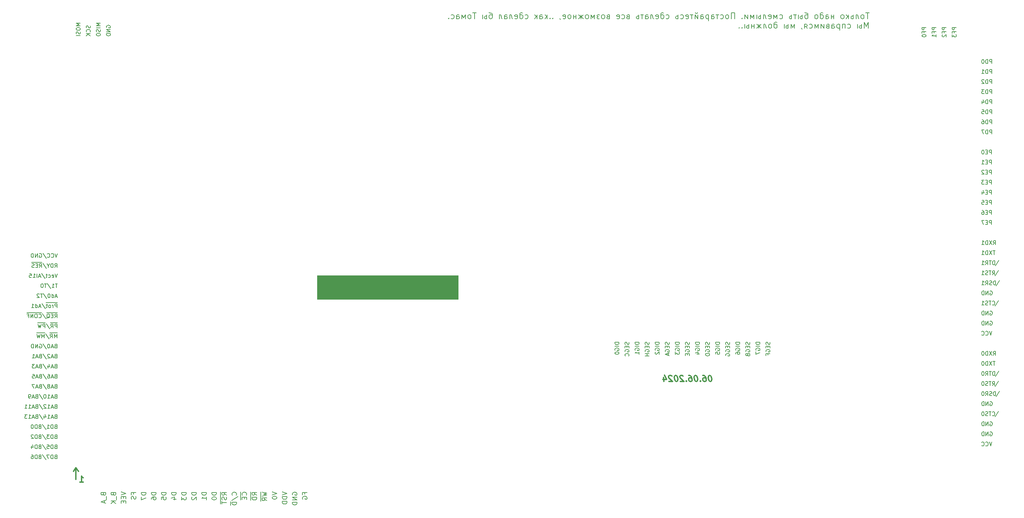
<source format=gbr>
%TF.GenerationSoftware,KiCad,Pcbnew,8.0.2-8.0.2-0~ubuntu20.04.1*%
%TF.CreationDate,2024-06-07T14:08:50+05:00*%
%TF.ProjectId,RedStar,52656453-7461-4722-9e6b-696361645f70,v1.5*%
%TF.SameCoordinates,Original*%
%TF.FileFunction,Legend,Bot*%
%TF.FilePolarity,Positive*%
%FSLAX46Y46*%
G04 Gerber Fmt 4.6, Leading zero omitted, Abs format (unit mm)*
G04 Created by KiCad (PCBNEW 8.0.2-8.0.2-0~ubuntu20.04.1) date 2024-06-07 14:08:50*
%MOMM*%
%LPD*%
G01*
G04 APERTURE LIST*
%ADD10C,0.300000*%
%ADD11C,0.100000*%
%ADD12C,0.150000*%
G04 APERTURE END LIST*
D10*
X86995000Y-182499000D02*
X87630000Y-183388000D01*
X86995000Y-182499000D02*
X86995000Y-185420000D01*
D11*
X147880000Y-133970000D02*
X183376500Y-133970000D01*
X183376500Y-139939000D01*
X147880000Y-139939000D01*
X147880000Y-133970000D01*
G36*
X147880000Y-133970000D02*
G01*
X183376500Y-133970000D01*
X183376500Y-139939000D01*
X147880000Y-139939000D01*
X147880000Y-133970000D01*
G37*
D10*
X86995000Y-182499000D02*
X86360000Y-183388000D01*
D12*
X81641792Y-131949819D02*
X81975125Y-131473628D01*
X82213220Y-131949819D02*
X82213220Y-130949819D01*
X82213220Y-130949819D02*
X81832268Y-130949819D01*
X81832268Y-130949819D02*
X81737030Y-130997438D01*
X81737030Y-130997438D02*
X81689411Y-131045057D01*
X81689411Y-131045057D02*
X81641792Y-131140295D01*
X81641792Y-131140295D02*
X81641792Y-131283152D01*
X81641792Y-131283152D02*
X81689411Y-131378390D01*
X81689411Y-131378390D02*
X81737030Y-131426009D01*
X81737030Y-131426009D02*
X81832268Y-131473628D01*
X81832268Y-131473628D02*
X82213220Y-131473628D01*
X81213220Y-131949819D02*
X81213220Y-130949819D01*
X81213220Y-130949819D02*
X80975125Y-130949819D01*
X80975125Y-130949819D02*
X80832268Y-130997438D01*
X80832268Y-130997438D02*
X80737030Y-131092676D01*
X80737030Y-131092676D02*
X80689411Y-131187914D01*
X80689411Y-131187914D02*
X80641792Y-131378390D01*
X80641792Y-131378390D02*
X80641792Y-131521247D01*
X80641792Y-131521247D02*
X80689411Y-131711723D01*
X80689411Y-131711723D02*
X80737030Y-131806961D01*
X80737030Y-131806961D02*
X80832268Y-131902200D01*
X80832268Y-131902200D02*
X80975125Y-131949819D01*
X80975125Y-131949819D02*
X81213220Y-131949819D01*
X80022744Y-131473628D02*
X80022744Y-131949819D01*
X80356077Y-130949819D02*
X80022744Y-131473628D01*
X80022744Y-131473628D02*
X79689411Y-130949819D01*
X78641792Y-130902200D02*
X79498934Y-132187914D01*
X77737030Y-131949819D02*
X78070363Y-131473628D01*
X78308458Y-131949819D02*
X78308458Y-130949819D01*
X78308458Y-130949819D02*
X77927506Y-130949819D01*
X77927506Y-130949819D02*
X77832268Y-130997438D01*
X77832268Y-130997438D02*
X77784649Y-131045057D01*
X77784649Y-131045057D02*
X77737030Y-131140295D01*
X77737030Y-131140295D02*
X77737030Y-131283152D01*
X77737030Y-131283152D02*
X77784649Y-131378390D01*
X77784649Y-131378390D02*
X77832268Y-131426009D01*
X77832268Y-131426009D02*
X77927506Y-131473628D01*
X77927506Y-131473628D02*
X78308458Y-131473628D01*
X77308458Y-131426009D02*
X76975125Y-131426009D01*
X76832268Y-131949819D02*
X77308458Y-131949819D01*
X77308458Y-131949819D02*
X77308458Y-130949819D01*
X77308458Y-130949819D02*
X76832268Y-130949819D01*
X76451315Y-131902200D02*
X76308458Y-131949819D01*
X76308458Y-131949819D02*
X76070363Y-131949819D01*
X76070363Y-131949819D02*
X75975125Y-131902200D01*
X75975125Y-131902200D02*
X75927506Y-131854580D01*
X75927506Y-131854580D02*
X75879887Y-131759342D01*
X75879887Y-131759342D02*
X75879887Y-131664104D01*
X75879887Y-131664104D02*
X75927506Y-131568866D01*
X75927506Y-131568866D02*
X75975125Y-131521247D01*
X75975125Y-131521247D02*
X76070363Y-131473628D01*
X76070363Y-131473628D02*
X76260839Y-131426009D01*
X76260839Y-131426009D02*
X76356077Y-131378390D01*
X76356077Y-131378390D02*
X76403696Y-131330771D01*
X76403696Y-131330771D02*
X76451315Y-131235533D01*
X76451315Y-131235533D02*
X76451315Y-131140295D01*
X76451315Y-131140295D02*
X76403696Y-131045057D01*
X76403696Y-131045057D02*
X76356077Y-130997438D01*
X76356077Y-130997438D02*
X76260839Y-130949819D01*
X76260839Y-130949819D02*
X76022744Y-130949819D01*
X76022744Y-130949819D02*
X75879887Y-130997438D01*
X78446554Y-130672200D02*
X75789411Y-130672200D01*
X82213220Y-149729819D02*
X82213220Y-148729819D01*
X82213220Y-148729819D02*
X81879887Y-149444104D01*
X81879887Y-149444104D02*
X81546554Y-148729819D01*
X81546554Y-148729819D02*
X81546554Y-149729819D01*
X80498935Y-149729819D02*
X80832268Y-149253628D01*
X81070363Y-149729819D02*
X81070363Y-148729819D01*
X81070363Y-148729819D02*
X80689411Y-148729819D01*
X80689411Y-148729819D02*
X80594173Y-148777438D01*
X80594173Y-148777438D02*
X80546554Y-148825057D01*
X80546554Y-148825057D02*
X80498935Y-148920295D01*
X80498935Y-148920295D02*
X80498935Y-149063152D01*
X80498935Y-149063152D02*
X80546554Y-149158390D01*
X80546554Y-149158390D02*
X80594173Y-149206009D01*
X80594173Y-149206009D02*
X80689411Y-149253628D01*
X80689411Y-149253628D02*
X81070363Y-149253628D01*
X82351316Y-148452200D02*
X80408459Y-148452200D01*
X79356078Y-148682200D02*
X80213220Y-149967914D01*
X79022744Y-149729819D02*
X79022744Y-148729819D01*
X79022744Y-148729819D02*
X78689411Y-149444104D01*
X78689411Y-149444104D02*
X78356078Y-148729819D01*
X78356078Y-148729819D02*
X78356078Y-149729819D01*
X77975125Y-148729819D02*
X77737030Y-149729819D01*
X77737030Y-149729819D02*
X77546554Y-149015533D01*
X77546554Y-149015533D02*
X77356078Y-149729819D01*
X77356078Y-149729819D02*
X77117983Y-148729819D01*
X79160840Y-148452200D02*
X77075126Y-148452200D01*
X319741256Y-168269580D02*
X318884113Y-169555295D01*
X318169827Y-169269580D02*
X318217446Y-169317200D01*
X318217446Y-169317200D02*
X318360303Y-169364819D01*
X318360303Y-169364819D02*
X318455541Y-169364819D01*
X318455541Y-169364819D02*
X318598398Y-169317200D01*
X318598398Y-169317200D02*
X318693636Y-169221961D01*
X318693636Y-169221961D02*
X318741255Y-169126723D01*
X318741255Y-169126723D02*
X318788874Y-168936247D01*
X318788874Y-168936247D02*
X318788874Y-168793390D01*
X318788874Y-168793390D02*
X318741255Y-168602914D01*
X318741255Y-168602914D02*
X318693636Y-168507676D01*
X318693636Y-168507676D02*
X318598398Y-168412438D01*
X318598398Y-168412438D02*
X318455541Y-168364819D01*
X318455541Y-168364819D02*
X318360303Y-168364819D01*
X318360303Y-168364819D02*
X318217446Y-168412438D01*
X318217446Y-168412438D02*
X318169827Y-168460057D01*
X317884112Y-168364819D02*
X317312684Y-168364819D01*
X317598398Y-169364819D02*
X317598398Y-168364819D01*
X317026969Y-169317200D02*
X316884112Y-169364819D01*
X316884112Y-169364819D02*
X316646017Y-169364819D01*
X316646017Y-169364819D02*
X316550779Y-169317200D01*
X316550779Y-169317200D02*
X316503160Y-169269580D01*
X316503160Y-169269580D02*
X316455541Y-169174342D01*
X316455541Y-169174342D02*
X316455541Y-169079104D01*
X316455541Y-169079104D02*
X316503160Y-168983866D01*
X316503160Y-168983866D02*
X316550779Y-168936247D01*
X316550779Y-168936247D02*
X316646017Y-168888628D01*
X316646017Y-168888628D02*
X316836493Y-168841009D01*
X316836493Y-168841009D02*
X316931731Y-168793390D01*
X316931731Y-168793390D02*
X316979350Y-168745771D01*
X316979350Y-168745771D02*
X317026969Y-168650533D01*
X317026969Y-168650533D02*
X317026969Y-168555295D01*
X317026969Y-168555295D02*
X316979350Y-168460057D01*
X316979350Y-168460057D02*
X316931731Y-168412438D01*
X316931731Y-168412438D02*
X316836493Y-168364819D01*
X316836493Y-168364819D02*
X316598398Y-168364819D01*
X316598398Y-168364819D02*
X316455541Y-168412438D01*
X315836493Y-168364819D02*
X315741255Y-168364819D01*
X315741255Y-168364819D02*
X315646017Y-168412438D01*
X315646017Y-168412438D02*
X315598398Y-168460057D01*
X315598398Y-168460057D02*
X315550779Y-168555295D01*
X315550779Y-168555295D02*
X315503160Y-168745771D01*
X315503160Y-168745771D02*
X315503160Y-168983866D01*
X315503160Y-168983866D02*
X315550779Y-169174342D01*
X315550779Y-169174342D02*
X315598398Y-169269580D01*
X315598398Y-169269580D02*
X315646017Y-169317200D01*
X315646017Y-169317200D02*
X315741255Y-169364819D01*
X315741255Y-169364819D02*
X315836493Y-169364819D01*
X315836493Y-169364819D02*
X315931731Y-169317200D01*
X315931731Y-169317200D02*
X315979350Y-169269580D01*
X315979350Y-169269580D02*
X316026969Y-169174342D01*
X316026969Y-169174342D02*
X316074588Y-168983866D01*
X316074588Y-168983866D02*
X316074588Y-168745771D01*
X316074588Y-168745771D02*
X316026969Y-168555295D01*
X316026969Y-168555295D02*
X315979350Y-168460057D01*
X315979350Y-168460057D02*
X315931731Y-168412438D01*
X315931731Y-168412438D02*
X315836493Y-168364819D01*
X254454819Y-150831779D02*
X253454819Y-150831779D01*
X253454819Y-150831779D02*
X253454819Y-151069874D01*
X253454819Y-151069874D02*
X253502438Y-151212731D01*
X253502438Y-151212731D02*
X253597676Y-151307969D01*
X253597676Y-151307969D02*
X253692914Y-151355588D01*
X253692914Y-151355588D02*
X253883390Y-151403207D01*
X253883390Y-151403207D02*
X254026247Y-151403207D01*
X254026247Y-151403207D02*
X254216723Y-151355588D01*
X254216723Y-151355588D02*
X254311961Y-151307969D01*
X254311961Y-151307969D02*
X254407200Y-151212731D01*
X254407200Y-151212731D02*
X254454819Y-151069874D01*
X254454819Y-151069874D02*
X254454819Y-150831779D01*
X254454819Y-151831779D02*
X253454819Y-151831779D01*
X253502438Y-152831778D02*
X253454819Y-152736540D01*
X253454819Y-152736540D02*
X253454819Y-152593683D01*
X253454819Y-152593683D02*
X253502438Y-152450826D01*
X253502438Y-152450826D02*
X253597676Y-152355588D01*
X253597676Y-152355588D02*
X253692914Y-152307969D01*
X253692914Y-152307969D02*
X253883390Y-152260350D01*
X253883390Y-152260350D02*
X254026247Y-152260350D01*
X254026247Y-152260350D02*
X254216723Y-152307969D01*
X254216723Y-152307969D02*
X254311961Y-152355588D01*
X254311961Y-152355588D02*
X254407200Y-152450826D01*
X254407200Y-152450826D02*
X254454819Y-152593683D01*
X254454819Y-152593683D02*
X254454819Y-152688921D01*
X254454819Y-152688921D02*
X254407200Y-152831778D01*
X254407200Y-152831778D02*
X254359580Y-152879397D01*
X254359580Y-152879397D02*
X254026247Y-152879397D01*
X254026247Y-152879397D02*
X254026247Y-152688921D01*
X253454819Y-153736540D02*
X253454819Y-153546064D01*
X253454819Y-153546064D02*
X253502438Y-153450826D01*
X253502438Y-153450826D02*
X253550057Y-153403207D01*
X253550057Y-153403207D02*
X253692914Y-153307969D01*
X253692914Y-153307969D02*
X253883390Y-153260350D01*
X253883390Y-153260350D02*
X254264342Y-153260350D01*
X254264342Y-153260350D02*
X254359580Y-153307969D01*
X254359580Y-153307969D02*
X254407200Y-153355588D01*
X254407200Y-153355588D02*
X254454819Y-153450826D01*
X254454819Y-153450826D02*
X254454819Y-153641302D01*
X254454819Y-153641302D02*
X254407200Y-153736540D01*
X254407200Y-153736540D02*
X254359580Y-153784159D01*
X254359580Y-153784159D02*
X254264342Y-153831778D01*
X254264342Y-153831778D02*
X254026247Y-153831778D01*
X254026247Y-153831778D02*
X253931009Y-153784159D01*
X253931009Y-153784159D02*
X253883390Y-153736540D01*
X253883390Y-153736540D02*
X253835771Y-153641302D01*
X253835771Y-153641302D02*
X253835771Y-153450826D01*
X253835771Y-153450826D02*
X253883390Y-153355588D01*
X253883390Y-153355588D02*
X253931009Y-153307969D01*
X253931009Y-153307969D02*
X254026247Y-153260350D01*
X141644485Y-189353969D02*
X141587342Y-189239684D01*
X141587342Y-189239684D02*
X141587342Y-189068255D01*
X141587342Y-189068255D02*
X141644485Y-188896826D01*
X141644485Y-188896826D02*
X141758771Y-188782541D01*
X141758771Y-188782541D02*
X141873057Y-188725398D01*
X141873057Y-188725398D02*
X142101628Y-188668255D01*
X142101628Y-188668255D02*
X142273057Y-188668255D01*
X142273057Y-188668255D02*
X142501628Y-188725398D01*
X142501628Y-188725398D02*
X142615914Y-188782541D01*
X142615914Y-188782541D02*
X142730200Y-188896826D01*
X142730200Y-188896826D02*
X142787342Y-189068255D01*
X142787342Y-189068255D02*
X142787342Y-189182541D01*
X142787342Y-189182541D02*
X142730200Y-189353969D01*
X142730200Y-189353969D02*
X142673057Y-189411112D01*
X142673057Y-189411112D02*
X142273057Y-189411112D01*
X142273057Y-189411112D02*
X142273057Y-189182541D01*
X142787342Y-189925398D02*
X141587342Y-189925398D01*
X141587342Y-189925398D02*
X142787342Y-190611112D01*
X142787342Y-190611112D02*
X141587342Y-190611112D01*
X142787342Y-191182541D02*
X141587342Y-191182541D01*
X141587342Y-191182541D02*
X141587342Y-191468255D01*
X141587342Y-191468255D02*
X141644485Y-191639684D01*
X141644485Y-191639684D02*
X141758771Y-191753969D01*
X141758771Y-191753969D02*
X141873057Y-191811112D01*
X141873057Y-191811112D02*
X142101628Y-191868255D01*
X142101628Y-191868255D02*
X142273057Y-191868255D01*
X142273057Y-191868255D02*
X142501628Y-191811112D01*
X142501628Y-191811112D02*
X142615914Y-191753969D01*
X142615914Y-191753969D02*
X142730200Y-191639684D01*
X142730200Y-191639684D02*
X142787342Y-191468255D01*
X142787342Y-191468255D02*
X142787342Y-191182541D01*
D10*
X246937203Y-159194828D02*
X246794346Y-159194828D01*
X246794346Y-159194828D02*
X246660417Y-159266257D01*
X246660417Y-159266257D02*
X246597917Y-159337685D01*
X246597917Y-159337685D02*
X246544346Y-159480542D01*
X246544346Y-159480542D02*
X246508632Y-159766257D01*
X246508632Y-159766257D02*
X246553274Y-160123400D01*
X246553274Y-160123400D02*
X246660417Y-160409114D01*
X246660417Y-160409114D02*
X246749703Y-160551971D01*
X246749703Y-160551971D02*
X246830060Y-160623400D01*
X246830060Y-160623400D02*
X246981846Y-160694828D01*
X246981846Y-160694828D02*
X247124703Y-160694828D01*
X247124703Y-160694828D02*
X247258632Y-160623400D01*
X247258632Y-160623400D02*
X247321132Y-160551971D01*
X247321132Y-160551971D02*
X247374703Y-160409114D01*
X247374703Y-160409114D02*
X247410417Y-160123400D01*
X247410417Y-160123400D02*
X247365774Y-159766257D01*
X247365774Y-159766257D02*
X247258632Y-159480542D01*
X247258632Y-159480542D02*
X247169346Y-159337685D01*
X247169346Y-159337685D02*
X247088989Y-159266257D01*
X247088989Y-159266257D02*
X246937203Y-159194828D01*
X245151489Y-159194828D02*
X245437203Y-159194828D01*
X245437203Y-159194828D02*
X245588989Y-159266257D01*
X245588989Y-159266257D02*
X245669346Y-159337685D01*
X245669346Y-159337685D02*
X245838989Y-159551971D01*
X245838989Y-159551971D02*
X245946132Y-159837685D01*
X245946132Y-159837685D02*
X246017561Y-160409114D01*
X246017561Y-160409114D02*
X245963989Y-160551971D01*
X245963989Y-160551971D02*
X245901489Y-160623400D01*
X245901489Y-160623400D02*
X245767561Y-160694828D01*
X245767561Y-160694828D02*
X245481846Y-160694828D01*
X245481846Y-160694828D02*
X245330061Y-160623400D01*
X245330061Y-160623400D02*
X245249703Y-160551971D01*
X245249703Y-160551971D02*
X245160418Y-160409114D01*
X245160418Y-160409114D02*
X245115775Y-160051971D01*
X245115775Y-160051971D02*
X245169346Y-159909114D01*
X245169346Y-159909114D02*
X245231846Y-159837685D01*
X245231846Y-159837685D02*
X245365775Y-159766257D01*
X245365775Y-159766257D02*
X245651489Y-159766257D01*
X245651489Y-159766257D02*
X245803275Y-159837685D01*
X245803275Y-159837685D02*
X245883632Y-159909114D01*
X245883632Y-159909114D02*
X245972918Y-160051971D01*
X244535418Y-160551971D02*
X244472918Y-160623400D01*
X244472918Y-160623400D02*
X244553275Y-160694828D01*
X244553275Y-160694828D02*
X244615775Y-160623400D01*
X244615775Y-160623400D02*
X244535418Y-160551971D01*
X244535418Y-160551971D02*
X244553275Y-160694828D01*
X243365775Y-159194828D02*
X243222918Y-159194828D01*
X243222918Y-159194828D02*
X243088989Y-159266257D01*
X243088989Y-159266257D02*
X243026489Y-159337685D01*
X243026489Y-159337685D02*
X242972918Y-159480542D01*
X242972918Y-159480542D02*
X242937204Y-159766257D01*
X242937204Y-159766257D02*
X242981846Y-160123400D01*
X242981846Y-160123400D02*
X243088989Y-160409114D01*
X243088989Y-160409114D02*
X243178275Y-160551971D01*
X243178275Y-160551971D02*
X243258632Y-160623400D01*
X243258632Y-160623400D02*
X243410418Y-160694828D01*
X243410418Y-160694828D02*
X243553275Y-160694828D01*
X243553275Y-160694828D02*
X243687204Y-160623400D01*
X243687204Y-160623400D02*
X243749704Y-160551971D01*
X243749704Y-160551971D02*
X243803275Y-160409114D01*
X243803275Y-160409114D02*
X243838989Y-160123400D01*
X243838989Y-160123400D02*
X243794346Y-159766257D01*
X243794346Y-159766257D02*
X243687204Y-159480542D01*
X243687204Y-159480542D02*
X243597918Y-159337685D01*
X243597918Y-159337685D02*
X243517561Y-159266257D01*
X243517561Y-159266257D02*
X243365775Y-159194828D01*
X241580061Y-159194828D02*
X241865775Y-159194828D01*
X241865775Y-159194828D02*
X242017561Y-159266257D01*
X242017561Y-159266257D02*
X242097918Y-159337685D01*
X242097918Y-159337685D02*
X242267561Y-159551971D01*
X242267561Y-159551971D02*
X242374704Y-159837685D01*
X242374704Y-159837685D02*
X242446133Y-160409114D01*
X242446133Y-160409114D02*
X242392561Y-160551971D01*
X242392561Y-160551971D02*
X242330061Y-160623400D01*
X242330061Y-160623400D02*
X242196133Y-160694828D01*
X242196133Y-160694828D02*
X241910418Y-160694828D01*
X241910418Y-160694828D02*
X241758633Y-160623400D01*
X241758633Y-160623400D02*
X241678275Y-160551971D01*
X241678275Y-160551971D02*
X241588990Y-160409114D01*
X241588990Y-160409114D02*
X241544347Y-160051971D01*
X241544347Y-160051971D02*
X241597918Y-159909114D01*
X241597918Y-159909114D02*
X241660418Y-159837685D01*
X241660418Y-159837685D02*
X241794347Y-159766257D01*
X241794347Y-159766257D02*
X242080061Y-159766257D01*
X242080061Y-159766257D02*
X242231847Y-159837685D01*
X242231847Y-159837685D02*
X242312204Y-159909114D01*
X242312204Y-159909114D02*
X242401490Y-160051971D01*
X240963990Y-160551971D02*
X240901490Y-160623400D01*
X240901490Y-160623400D02*
X240981847Y-160694828D01*
X240981847Y-160694828D02*
X241044347Y-160623400D01*
X241044347Y-160623400D02*
X240963990Y-160551971D01*
X240963990Y-160551971D02*
X240981847Y-160694828D01*
X240169347Y-159337685D02*
X240088990Y-159266257D01*
X240088990Y-159266257D02*
X239937204Y-159194828D01*
X239937204Y-159194828D02*
X239580061Y-159194828D01*
X239580061Y-159194828D02*
X239446133Y-159266257D01*
X239446133Y-159266257D02*
X239383633Y-159337685D01*
X239383633Y-159337685D02*
X239330061Y-159480542D01*
X239330061Y-159480542D02*
X239347918Y-159623400D01*
X239347918Y-159623400D02*
X239446133Y-159837685D01*
X239446133Y-159837685D02*
X240410418Y-160694828D01*
X240410418Y-160694828D02*
X239481847Y-160694828D01*
X238365776Y-159194828D02*
X238222919Y-159194828D01*
X238222919Y-159194828D02*
X238088990Y-159266257D01*
X238088990Y-159266257D02*
X238026490Y-159337685D01*
X238026490Y-159337685D02*
X237972919Y-159480542D01*
X237972919Y-159480542D02*
X237937205Y-159766257D01*
X237937205Y-159766257D02*
X237981847Y-160123400D01*
X237981847Y-160123400D02*
X238088990Y-160409114D01*
X238088990Y-160409114D02*
X238178276Y-160551971D01*
X238178276Y-160551971D02*
X238258633Y-160623400D01*
X238258633Y-160623400D02*
X238410419Y-160694828D01*
X238410419Y-160694828D02*
X238553276Y-160694828D01*
X238553276Y-160694828D02*
X238687205Y-160623400D01*
X238687205Y-160623400D02*
X238749705Y-160551971D01*
X238749705Y-160551971D02*
X238803276Y-160409114D01*
X238803276Y-160409114D02*
X238838990Y-160123400D01*
X238838990Y-160123400D02*
X238794347Y-159766257D01*
X238794347Y-159766257D02*
X238687205Y-159480542D01*
X238687205Y-159480542D02*
X238597919Y-159337685D01*
X238597919Y-159337685D02*
X238517562Y-159266257D01*
X238517562Y-159266257D02*
X238365776Y-159194828D01*
X237312205Y-159337685D02*
X237231848Y-159266257D01*
X237231848Y-159266257D02*
X237080062Y-159194828D01*
X237080062Y-159194828D02*
X236722919Y-159194828D01*
X236722919Y-159194828D02*
X236588991Y-159266257D01*
X236588991Y-159266257D02*
X236526491Y-159337685D01*
X236526491Y-159337685D02*
X236472919Y-159480542D01*
X236472919Y-159480542D02*
X236490776Y-159623400D01*
X236490776Y-159623400D02*
X236588991Y-159837685D01*
X236588991Y-159837685D02*
X237553276Y-160694828D01*
X237553276Y-160694828D02*
X236624705Y-160694828D01*
X235213991Y-159694828D02*
X235338991Y-160694828D01*
X235499705Y-159123400D02*
X235990777Y-160194828D01*
X235990777Y-160194828D02*
X235062205Y-160194828D01*
D12*
X244294819Y-150831779D02*
X243294819Y-150831779D01*
X243294819Y-150831779D02*
X243294819Y-151069874D01*
X243294819Y-151069874D02*
X243342438Y-151212731D01*
X243342438Y-151212731D02*
X243437676Y-151307969D01*
X243437676Y-151307969D02*
X243532914Y-151355588D01*
X243532914Y-151355588D02*
X243723390Y-151403207D01*
X243723390Y-151403207D02*
X243866247Y-151403207D01*
X243866247Y-151403207D02*
X244056723Y-151355588D01*
X244056723Y-151355588D02*
X244151961Y-151307969D01*
X244151961Y-151307969D02*
X244247200Y-151212731D01*
X244247200Y-151212731D02*
X244294819Y-151069874D01*
X244294819Y-151069874D02*
X244294819Y-150831779D01*
X244294819Y-151831779D02*
X243294819Y-151831779D01*
X243342438Y-152831778D02*
X243294819Y-152736540D01*
X243294819Y-152736540D02*
X243294819Y-152593683D01*
X243294819Y-152593683D02*
X243342438Y-152450826D01*
X243342438Y-152450826D02*
X243437676Y-152355588D01*
X243437676Y-152355588D02*
X243532914Y-152307969D01*
X243532914Y-152307969D02*
X243723390Y-152260350D01*
X243723390Y-152260350D02*
X243866247Y-152260350D01*
X243866247Y-152260350D02*
X244056723Y-152307969D01*
X244056723Y-152307969D02*
X244151961Y-152355588D01*
X244151961Y-152355588D02*
X244247200Y-152450826D01*
X244247200Y-152450826D02*
X244294819Y-152593683D01*
X244294819Y-152593683D02*
X244294819Y-152688921D01*
X244294819Y-152688921D02*
X244247200Y-152831778D01*
X244247200Y-152831778D02*
X244199580Y-152879397D01*
X244199580Y-152879397D02*
X243866247Y-152879397D01*
X243866247Y-152879397D02*
X243866247Y-152688921D01*
X243628152Y-153736540D02*
X244294819Y-153736540D01*
X243247200Y-153498445D02*
X243961485Y-153260350D01*
X243961485Y-153260350D02*
X243961485Y-153879397D01*
X239214819Y-150831779D02*
X238214819Y-150831779D01*
X238214819Y-150831779D02*
X238214819Y-151069874D01*
X238214819Y-151069874D02*
X238262438Y-151212731D01*
X238262438Y-151212731D02*
X238357676Y-151307969D01*
X238357676Y-151307969D02*
X238452914Y-151355588D01*
X238452914Y-151355588D02*
X238643390Y-151403207D01*
X238643390Y-151403207D02*
X238786247Y-151403207D01*
X238786247Y-151403207D02*
X238976723Y-151355588D01*
X238976723Y-151355588D02*
X239071961Y-151307969D01*
X239071961Y-151307969D02*
X239167200Y-151212731D01*
X239167200Y-151212731D02*
X239214819Y-151069874D01*
X239214819Y-151069874D02*
X239214819Y-150831779D01*
X239214819Y-151831779D02*
X238214819Y-151831779D01*
X238262438Y-152831778D02*
X238214819Y-152736540D01*
X238214819Y-152736540D02*
X238214819Y-152593683D01*
X238214819Y-152593683D02*
X238262438Y-152450826D01*
X238262438Y-152450826D02*
X238357676Y-152355588D01*
X238357676Y-152355588D02*
X238452914Y-152307969D01*
X238452914Y-152307969D02*
X238643390Y-152260350D01*
X238643390Y-152260350D02*
X238786247Y-152260350D01*
X238786247Y-152260350D02*
X238976723Y-152307969D01*
X238976723Y-152307969D02*
X239071961Y-152355588D01*
X239071961Y-152355588D02*
X239167200Y-152450826D01*
X239167200Y-152450826D02*
X239214819Y-152593683D01*
X239214819Y-152593683D02*
X239214819Y-152688921D01*
X239214819Y-152688921D02*
X239167200Y-152831778D01*
X239167200Y-152831778D02*
X239119580Y-152879397D01*
X239119580Y-152879397D02*
X238786247Y-152879397D01*
X238786247Y-152879397D02*
X238786247Y-152688921D01*
X238214819Y-153212731D02*
X238214819Y-153831778D01*
X238214819Y-153831778D02*
X238595771Y-153498445D01*
X238595771Y-153498445D02*
X238595771Y-153641302D01*
X238595771Y-153641302D02*
X238643390Y-153736540D01*
X238643390Y-153736540D02*
X238691009Y-153784159D01*
X238691009Y-153784159D02*
X238786247Y-153831778D01*
X238786247Y-153831778D02*
X239024342Y-153831778D01*
X239024342Y-153831778D02*
X239119580Y-153784159D01*
X239119580Y-153784159D02*
X239167200Y-153736540D01*
X239167200Y-153736540D02*
X239214819Y-153641302D01*
X239214819Y-153641302D02*
X239214819Y-153355588D01*
X239214819Y-153355588D02*
X239167200Y-153260350D01*
X239167200Y-153260350D02*
X239119580Y-153212731D01*
X229054819Y-150831779D02*
X228054819Y-150831779D01*
X228054819Y-150831779D02*
X228054819Y-151069874D01*
X228054819Y-151069874D02*
X228102438Y-151212731D01*
X228102438Y-151212731D02*
X228197676Y-151307969D01*
X228197676Y-151307969D02*
X228292914Y-151355588D01*
X228292914Y-151355588D02*
X228483390Y-151403207D01*
X228483390Y-151403207D02*
X228626247Y-151403207D01*
X228626247Y-151403207D02*
X228816723Y-151355588D01*
X228816723Y-151355588D02*
X228911961Y-151307969D01*
X228911961Y-151307969D02*
X229007200Y-151212731D01*
X229007200Y-151212731D02*
X229054819Y-151069874D01*
X229054819Y-151069874D02*
X229054819Y-150831779D01*
X229054819Y-151831779D02*
X228054819Y-151831779D01*
X228102438Y-152831778D02*
X228054819Y-152736540D01*
X228054819Y-152736540D02*
X228054819Y-152593683D01*
X228054819Y-152593683D02*
X228102438Y-152450826D01*
X228102438Y-152450826D02*
X228197676Y-152355588D01*
X228197676Y-152355588D02*
X228292914Y-152307969D01*
X228292914Y-152307969D02*
X228483390Y-152260350D01*
X228483390Y-152260350D02*
X228626247Y-152260350D01*
X228626247Y-152260350D02*
X228816723Y-152307969D01*
X228816723Y-152307969D02*
X228911961Y-152355588D01*
X228911961Y-152355588D02*
X229007200Y-152450826D01*
X229007200Y-152450826D02*
X229054819Y-152593683D01*
X229054819Y-152593683D02*
X229054819Y-152688921D01*
X229054819Y-152688921D02*
X229007200Y-152831778D01*
X229007200Y-152831778D02*
X228959580Y-152879397D01*
X228959580Y-152879397D02*
X228626247Y-152879397D01*
X228626247Y-152879397D02*
X228626247Y-152688921D01*
X229054819Y-153831778D02*
X229054819Y-153260350D01*
X229054819Y-153546064D02*
X228054819Y-153546064D01*
X228054819Y-153546064D02*
X228197676Y-153450826D01*
X228197676Y-153450826D02*
X228292914Y-153355588D01*
X228292914Y-153355588D02*
X228340533Y-153260350D01*
X319741256Y-132709580D02*
X318884113Y-133995295D01*
X318169827Y-133804819D02*
X318503160Y-133328628D01*
X318741255Y-133804819D02*
X318741255Y-132804819D01*
X318741255Y-132804819D02*
X318360303Y-132804819D01*
X318360303Y-132804819D02*
X318265065Y-132852438D01*
X318265065Y-132852438D02*
X318217446Y-132900057D01*
X318217446Y-132900057D02*
X318169827Y-132995295D01*
X318169827Y-132995295D02*
X318169827Y-133138152D01*
X318169827Y-133138152D02*
X318217446Y-133233390D01*
X318217446Y-133233390D02*
X318265065Y-133281009D01*
X318265065Y-133281009D02*
X318360303Y-133328628D01*
X318360303Y-133328628D02*
X318741255Y-133328628D01*
X317884112Y-132804819D02*
X317312684Y-132804819D01*
X317598398Y-133804819D02*
X317598398Y-132804819D01*
X317026969Y-133757200D02*
X316884112Y-133804819D01*
X316884112Y-133804819D02*
X316646017Y-133804819D01*
X316646017Y-133804819D02*
X316550779Y-133757200D01*
X316550779Y-133757200D02*
X316503160Y-133709580D01*
X316503160Y-133709580D02*
X316455541Y-133614342D01*
X316455541Y-133614342D02*
X316455541Y-133519104D01*
X316455541Y-133519104D02*
X316503160Y-133423866D01*
X316503160Y-133423866D02*
X316550779Y-133376247D01*
X316550779Y-133376247D02*
X316646017Y-133328628D01*
X316646017Y-133328628D02*
X316836493Y-133281009D01*
X316836493Y-133281009D02*
X316931731Y-133233390D01*
X316931731Y-133233390D02*
X316979350Y-133185771D01*
X316979350Y-133185771D02*
X317026969Y-133090533D01*
X317026969Y-133090533D02*
X317026969Y-132995295D01*
X317026969Y-132995295D02*
X316979350Y-132900057D01*
X316979350Y-132900057D02*
X316931731Y-132852438D01*
X316931731Y-132852438D02*
X316836493Y-132804819D01*
X316836493Y-132804819D02*
X316598398Y-132804819D01*
X316598398Y-132804819D02*
X316455541Y-132852438D01*
X315503160Y-133804819D02*
X316074588Y-133804819D01*
X315788874Y-133804819D02*
X315788874Y-132804819D01*
X315788874Y-132804819D02*
X315884112Y-132947676D01*
X315884112Y-132947676D02*
X315979350Y-133042914D01*
X315979350Y-133042914D02*
X316074588Y-133090533D01*
X117387342Y-188725398D02*
X116187342Y-188725398D01*
X116187342Y-188725398D02*
X116187342Y-189011112D01*
X116187342Y-189011112D02*
X116244485Y-189182541D01*
X116244485Y-189182541D02*
X116358771Y-189296826D01*
X116358771Y-189296826D02*
X116473057Y-189353969D01*
X116473057Y-189353969D02*
X116701628Y-189411112D01*
X116701628Y-189411112D02*
X116873057Y-189411112D01*
X116873057Y-189411112D02*
X117101628Y-189353969D01*
X117101628Y-189353969D02*
X117215914Y-189296826D01*
X117215914Y-189296826D02*
X117330200Y-189182541D01*
X117330200Y-189182541D02*
X117387342Y-189011112D01*
X117387342Y-189011112D02*
X117387342Y-188725398D01*
X116301628Y-189868255D02*
X116244485Y-189925398D01*
X116244485Y-189925398D02*
X116187342Y-190039684D01*
X116187342Y-190039684D02*
X116187342Y-190325398D01*
X116187342Y-190325398D02*
X116244485Y-190439684D01*
X116244485Y-190439684D02*
X116301628Y-190496826D01*
X116301628Y-190496826D02*
X116415914Y-190553969D01*
X116415914Y-190553969D02*
X116530200Y-190553969D01*
X116530200Y-190553969D02*
X116701628Y-190496826D01*
X116701628Y-190496826D02*
X117387342Y-189811112D01*
X117387342Y-189811112D02*
X117387342Y-190553969D01*
X262027200Y-150784160D02*
X262074819Y-150927017D01*
X262074819Y-150927017D02*
X262074819Y-151165112D01*
X262074819Y-151165112D02*
X262027200Y-151260350D01*
X262027200Y-151260350D02*
X261979580Y-151307969D01*
X261979580Y-151307969D02*
X261884342Y-151355588D01*
X261884342Y-151355588D02*
X261789104Y-151355588D01*
X261789104Y-151355588D02*
X261693866Y-151307969D01*
X261693866Y-151307969D02*
X261646247Y-151260350D01*
X261646247Y-151260350D02*
X261598628Y-151165112D01*
X261598628Y-151165112D02*
X261551009Y-150974636D01*
X261551009Y-150974636D02*
X261503390Y-150879398D01*
X261503390Y-150879398D02*
X261455771Y-150831779D01*
X261455771Y-150831779D02*
X261360533Y-150784160D01*
X261360533Y-150784160D02*
X261265295Y-150784160D01*
X261265295Y-150784160D02*
X261170057Y-150831779D01*
X261170057Y-150831779D02*
X261122438Y-150879398D01*
X261122438Y-150879398D02*
X261074819Y-150974636D01*
X261074819Y-150974636D02*
X261074819Y-151212731D01*
X261074819Y-151212731D02*
X261122438Y-151355588D01*
X261551009Y-151784160D02*
X261551009Y-152117493D01*
X262074819Y-152260350D02*
X262074819Y-151784160D01*
X262074819Y-151784160D02*
X261074819Y-151784160D01*
X261074819Y-151784160D02*
X261074819Y-152260350D01*
X261122438Y-153212731D02*
X261074819Y-153117493D01*
X261074819Y-153117493D02*
X261074819Y-152974636D01*
X261074819Y-152974636D02*
X261122438Y-152831779D01*
X261122438Y-152831779D02*
X261217676Y-152736541D01*
X261217676Y-152736541D02*
X261312914Y-152688922D01*
X261312914Y-152688922D02*
X261503390Y-152641303D01*
X261503390Y-152641303D02*
X261646247Y-152641303D01*
X261646247Y-152641303D02*
X261836723Y-152688922D01*
X261836723Y-152688922D02*
X261931961Y-152736541D01*
X261931961Y-152736541D02*
X262027200Y-152831779D01*
X262027200Y-152831779D02*
X262074819Y-152974636D01*
X262074819Y-152974636D02*
X262074819Y-153069874D01*
X262074819Y-153069874D02*
X262027200Y-153212731D01*
X262027200Y-153212731D02*
X261979580Y-153260350D01*
X261979580Y-153260350D02*
X261646247Y-153260350D01*
X261646247Y-153260350D02*
X261646247Y-153069874D01*
X261551009Y-154022255D02*
X261551009Y-153688922D01*
X262074819Y-153688922D02*
X261074819Y-153688922D01*
X261074819Y-153688922D02*
X261074819Y-154165112D01*
X129973057Y-189411112D02*
X130030200Y-189353969D01*
X130030200Y-189353969D02*
X130087342Y-189182541D01*
X130087342Y-189182541D02*
X130087342Y-189068255D01*
X130087342Y-189068255D02*
X130030200Y-188896826D01*
X130030200Y-188896826D02*
X129915914Y-188782541D01*
X129915914Y-188782541D02*
X129801628Y-188725398D01*
X129801628Y-188725398D02*
X129573057Y-188668255D01*
X129573057Y-188668255D02*
X129401628Y-188668255D01*
X129401628Y-188668255D02*
X129173057Y-188725398D01*
X129173057Y-188725398D02*
X129058771Y-188782541D01*
X129058771Y-188782541D02*
X128944485Y-188896826D01*
X128944485Y-188896826D02*
X128887342Y-189068255D01*
X128887342Y-189068255D02*
X128887342Y-189182541D01*
X128887342Y-189182541D02*
X128944485Y-189353969D01*
X128944485Y-189353969D02*
X129001628Y-189411112D01*
X129458771Y-189925398D02*
X129458771Y-190325398D01*
X130087342Y-190496826D02*
X130087342Y-189925398D01*
X130087342Y-189925398D02*
X128887342Y-189925398D01*
X128887342Y-189925398D02*
X128887342Y-190496826D01*
X128554200Y-188559684D02*
X128554200Y-190605398D01*
X256947200Y-150784160D02*
X256994819Y-150927017D01*
X256994819Y-150927017D02*
X256994819Y-151165112D01*
X256994819Y-151165112D02*
X256947200Y-151260350D01*
X256947200Y-151260350D02*
X256899580Y-151307969D01*
X256899580Y-151307969D02*
X256804342Y-151355588D01*
X256804342Y-151355588D02*
X256709104Y-151355588D01*
X256709104Y-151355588D02*
X256613866Y-151307969D01*
X256613866Y-151307969D02*
X256566247Y-151260350D01*
X256566247Y-151260350D02*
X256518628Y-151165112D01*
X256518628Y-151165112D02*
X256471009Y-150974636D01*
X256471009Y-150974636D02*
X256423390Y-150879398D01*
X256423390Y-150879398D02*
X256375771Y-150831779D01*
X256375771Y-150831779D02*
X256280533Y-150784160D01*
X256280533Y-150784160D02*
X256185295Y-150784160D01*
X256185295Y-150784160D02*
X256090057Y-150831779D01*
X256090057Y-150831779D02*
X256042438Y-150879398D01*
X256042438Y-150879398D02*
X255994819Y-150974636D01*
X255994819Y-150974636D02*
X255994819Y-151212731D01*
X255994819Y-151212731D02*
X256042438Y-151355588D01*
X256471009Y-151784160D02*
X256471009Y-152117493D01*
X256994819Y-152260350D02*
X256994819Y-151784160D01*
X256994819Y-151784160D02*
X255994819Y-151784160D01*
X255994819Y-151784160D02*
X255994819Y-152260350D01*
X256042438Y-153212731D02*
X255994819Y-153117493D01*
X255994819Y-153117493D02*
X255994819Y-152974636D01*
X255994819Y-152974636D02*
X256042438Y-152831779D01*
X256042438Y-152831779D02*
X256137676Y-152736541D01*
X256137676Y-152736541D02*
X256232914Y-152688922D01*
X256232914Y-152688922D02*
X256423390Y-152641303D01*
X256423390Y-152641303D02*
X256566247Y-152641303D01*
X256566247Y-152641303D02*
X256756723Y-152688922D01*
X256756723Y-152688922D02*
X256851961Y-152736541D01*
X256851961Y-152736541D02*
X256947200Y-152831779D01*
X256947200Y-152831779D02*
X256994819Y-152974636D01*
X256994819Y-152974636D02*
X256994819Y-153069874D01*
X256994819Y-153069874D02*
X256947200Y-153212731D01*
X256947200Y-153212731D02*
X256899580Y-153260350D01*
X256899580Y-153260350D02*
X256566247Y-153260350D01*
X256566247Y-153260350D02*
X256566247Y-153069874D01*
X256471009Y-154022255D02*
X256518628Y-154165112D01*
X256518628Y-154165112D02*
X256566247Y-154212731D01*
X256566247Y-154212731D02*
X256661485Y-154260350D01*
X256661485Y-154260350D02*
X256804342Y-154260350D01*
X256804342Y-154260350D02*
X256899580Y-154212731D01*
X256899580Y-154212731D02*
X256947200Y-154165112D01*
X256947200Y-154165112D02*
X256994819Y-154069874D01*
X256994819Y-154069874D02*
X256994819Y-153688922D01*
X256994819Y-153688922D02*
X255994819Y-153688922D01*
X255994819Y-153688922D02*
X255994819Y-154022255D01*
X255994819Y-154022255D02*
X256042438Y-154117493D01*
X256042438Y-154117493D02*
X256090057Y-154165112D01*
X256090057Y-154165112D02*
X256185295Y-154212731D01*
X256185295Y-154212731D02*
X256280533Y-154212731D01*
X256280533Y-154212731D02*
X256375771Y-154165112D01*
X256375771Y-154165112D02*
X256423390Y-154117493D01*
X256423390Y-154117493D02*
X256471009Y-154022255D01*
X256471009Y-154022255D02*
X256471009Y-153688922D01*
X96438771Y-189125398D02*
X96495914Y-189296826D01*
X96495914Y-189296826D02*
X96553057Y-189353969D01*
X96553057Y-189353969D02*
X96667342Y-189411112D01*
X96667342Y-189411112D02*
X96838771Y-189411112D01*
X96838771Y-189411112D02*
X96953057Y-189353969D01*
X96953057Y-189353969D02*
X97010200Y-189296826D01*
X97010200Y-189296826D02*
X97067342Y-189182541D01*
X97067342Y-189182541D02*
X97067342Y-188725398D01*
X97067342Y-188725398D02*
X95867342Y-188725398D01*
X95867342Y-188725398D02*
X95867342Y-189125398D01*
X95867342Y-189125398D02*
X95924485Y-189239684D01*
X95924485Y-189239684D02*
X95981628Y-189296826D01*
X95981628Y-189296826D02*
X96095914Y-189353969D01*
X96095914Y-189353969D02*
X96210200Y-189353969D01*
X96210200Y-189353969D02*
X96324485Y-189296826D01*
X96324485Y-189296826D02*
X96381628Y-189239684D01*
X96381628Y-189239684D02*
X96438771Y-189125398D01*
X96438771Y-189125398D02*
X96438771Y-188725398D01*
X97181628Y-189639684D02*
X97181628Y-190553969D01*
X97067342Y-190839684D02*
X95867342Y-190839684D01*
X97067342Y-191525398D02*
X96381628Y-191011112D01*
X95867342Y-191525398D02*
X96553057Y-190839684D01*
X317931731Y-103324819D02*
X317931731Y-102324819D01*
X317931731Y-102324819D02*
X317550779Y-102324819D01*
X317550779Y-102324819D02*
X317455541Y-102372438D01*
X317455541Y-102372438D02*
X317407922Y-102420057D01*
X317407922Y-102420057D02*
X317360303Y-102515295D01*
X317360303Y-102515295D02*
X317360303Y-102658152D01*
X317360303Y-102658152D02*
X317407922Y-102753390D01*
X317407922Y-102753390D02*
X317455541Y-102801009D01*
X317455541Y-102801009D02*
X317550779Y-102848628D01*
X317550779Y-102848628D02*
X317931731Y-102848628D01*
X316931731Y-102801009D02*
X316598398Y-102801009D01*
X316455541Y-103324819D02*
X316931731Y-103324819D01*
X316931731Y-103324819D02*
X316931731Y-102324819D01*
X316931731Y-102324819D02*
X316455541Y-102324819D01*
X315836493Y-102324819D02*
X315741255Y-102324819D01*
X315741255Y-102324819D02*
X315646017Y-102372438D01*
X315646017Y-102372438D02*
X315598398Y-102420057D01*
X315598398Y-102420057D02*
X315550779Y-102515295D01*
X315550779Y-102515295D02*
X315503160Y-102705771D01*
X315503160Y-102705771D02*
X315503160Y-102943866D01*
X315503160Y-102943866D02*
X315550779Y-103134342D01*
X315550779Y-103134342D02*
X315598398Y-103229580D01*
X315598398Y-103229580D02*
X315646017Y-103277200D01*
X315646017Y-103277200D02*
X315741255Y-103324819D01*
X315741255Y-103324819D02*
X315836493Y-103324819D01*
X315836493Y-103324819D02*
X315931731Y-103277200D01*
X315931731Y-103277200D02*
X315979350Y-103229580D01*
X315979350Y-103229580D02*
X316026969Y-103134342D01*
X316026969Y-103134342D02*
X316074588Y-102943866D01*
X316074588Y-102943866D02*
X316074588Y-102705771D01*
X316074588Y-102705771D02*
X316026969Y-102515295D01*
X316026969Y-102515295D02*
X315979350Y-102420057D01*
X315979350Y-102420057D02*
X315931731Y-102372438D01*
X315931731Y-102372438D02*
X315836493Y-102324819D01*
X119927342Y-188725398D02*
X118727342Y-188725398D01*
X118727342Y-188725398D02*
X118727342Y-189011112D01*
X118727342Y-189011112D02*
X118784485Y-189182541D01*
X118784485Y-189182541D02*
X118898771Y-189296826D01*
X118898771Y-189296826D02*
X119013057Y-189353969D01*
X119013057Y-189353969D02*
X119241628Y-189411112D01*
X119241628Y-189411112D02*
X119413057Y-189411112D01*
X119413057Y-189411112D02*
X119641628Y-189353969D01*
X119641628Y-189353969D02*
X119755914Y-189296826D01*
X119755914Y-189296826D02*
X119870200Y-189182541D01*
X119870200Y-189182541D02*
X119927342Y-189011112D01*
X119927342Y-189011112D02*
X119927342Y-188725398D01*
X119927342Y-190553969D02*
X119927342Y-189868255D01*
X119927342Y-190211112D02*
X118727342Y-190211112D01*
X118727342Y-190211112D02*
X118898771Y-190096826D01*
X118898771Y-190096826D02*
X119013057Y-189982541D01*
X119013057Y-189982541D02*
X119070200Y-189868255D01*
X109767342Y-188725398D02*
X108567342Y-188725398D01*
X108567342Y-188725398D02*
X108567342Y-189011112D01*
X108567342Y-189011112D02*
X108624485Y-189182541D01*
X108624485Y-189182541D02*
X108738771Y-189296826D01*
X108738771Y-189296826D02*
X108853057Y-189353969D01*
X108853057Y-189353969D02*
X109081628Y-189411112D01*
X109081628Y-189411112D02*
X109253057Y-189411112D01*
X109253057Y-189411112D02*
X109481628Y-189353969D01*
X109481628Y-189353969D02*
X109595914Y-189296826D01*
X109595914Y-189296826D02*
X109710200Y-189182541D01*
X109710200Y-189182541D02*
X109767342Y-189011112D01*
X109767342Y-189011112D02*
X109767342Y-188725398D01*
X108567342Y-190496826D02*
X108567342Y-189925398D01*
X108567342Y-189925398D02*
X109138771Y-189868255D01*
X109138771Y-189868255D02*
X109081628Y-189925398D01*
X109081628Y-189925398D02*
X109024485Y-190039684D01*
X109024485Y-190039684D02*
X109024485Y-190325398D01*
X109024485Y-190325398D02*
X109081628Y-190439684D01*
X109081628Y-190439684D02*
X109138771Y-190496826D01*
X109138771Y-190496826D02*
X109253057Y-190553969D01*
X109253057Y-190553969D02*
X109538771Y-190553969D01*
X109538771Y-190553969D02*
X109653057Y-190496826D01*
X109653057Y-190496826D02*
X109710200Y-190439684D01*
X109710200Y-190439684D02*
X109767342Y-190325398D01*
X109767342Y-190325398D02*
X109767342Y-190039684D01*
X109767342Y-190039684D02*
X109710200Y-189925398D01*
X109710200Y-189925398D02*
X109653057Y-189868255D01*
X306524819Y-71370887D02*
X305524819Y-71370887D01*
X305524819Y-71370887D02*
X305524819Y-71751839D01*
X305524819Y-71751839D02*
X305572438Y-71847077D01*
X305572438Y-71847077D02*
X305620057Y-71894696D01*
X305620057Y-71894696D02*
X305715295Y-71942315D01*
X305715295Y-71942315D02*
X305858152Y-71942315D01*
X305858152Y-71942315D02*
X305953390Y-71894696D01*
X305953390Y-71894696D02*
X306001009Y-71847077D01*
X306001009Y-71847077D02*
X306048628Y-71751839D01*
X306048628Y-71751839D02*
X306048628Y-71370887D01*
X306001009Y-72704220D02*
X306001009Y-72370887D01*
X306524819Y-72370887D02*
X305524819Y-72370887D01*
X305524819Y-72370887D02*
X305524819Y-72847077D01*
X305620057Y-73180411D02*
X305572438Y-73228030D01*
X305572438Y-73228030D02*
X305524819Y-73323268D01*
X305524819Y-73323268D02*
X305524819Y-73561363D01*
X305524819Y-73561363D02*
X305572438Y-73656601D01*
X305572438Y-73656601D02*
X305620057Y-73704220D01*
X305620057Y-73704220D02*
X305715295Y-73751839D01*
X305715295Y-73751839D02*
X305810533Y-73751839D01*
X305810533Y-73751839D02*
X305953390Y-73704220D01*
X305953390Y-73704220D02*
X306524819Y-73132792D01*
X306524819Y-73132792D02*
X306524819Y-73751839D01*
X287095958Y-67648712D02*
X286238816Y-67648712D01*
X286667387Y-69148712D02*
X286667387Y-67648712D01*
X285524530Y-69148712D02*
X285667387Y-69077284D01*
X285667387Y-69077284D02*
X285738816Y-69005855D01*
X285738816Y-69005855D02*
X285810244Y-68862998D01*
X285810244Y-68862998D02*
X285810244Y-68434426D01*
X285810244Y-68434426D02*
X285738816Y-68291569D01*
X285738816Y-68291569D02*
X285667387Y-68220141D01*
X285667387Y-68220141D02*
X285524530Y-68148712D01*
X285524530Y-68148712D02*
X285310244Y-68148712D01*
X285310244Y-68148712D02*
X285167387Y-68220141D01*
X285167387Y-68220141D02*
X285095959Y-68291569D01*
X285095959Y-68291569D02*
X285024530Y-68434426D01*
X285024530Y-68434426D02*
X285024530Y-68862998D01*
X285024530Y-68862998D02*
X285095959Y-69005855D01*
X285095959Y-69005855D02*
X285167387Y-69077284D01*
X285167387Y-69077284D02*
X285310244Y-69148712D01*
X285310244Y-69148712D02*
X285524530Y-69148712D01*
X283810244Y-69148712D02*
X283810244Y-68148712D01*
X283810244Y-68148712D02*
X284024530Y-68148712D01*
X284024530Y-68148712D02*
X284167387Y-68220141D01*
X284167387Y-68220141D02*
X284238816Y-68362998D01*
X284238816Y-68362998D02*
X284310244Y-68934426D01*
X284310244Y-68934426D02*
X284381673Y-69077284D01*
X284381673Y-69077284D02*
X284524530Y-69148712D01*
X283095959Y-68148712D02*
X283095959Y-69148712D01*
X283095959Y-69148712D02*
X282738816Y-69148712D01*
X282738816Y-69148712D02*
X282595959Y-69077284D01*
X282595959Y-69077284D02*
X282524530Y-68934426D01*
X282524530Y-68934426D02*
X282524530Y-68720141D01*
X282524530Y-68720141D02*
X282595959Y-68577284D01*
X282595959Y-68577284D02*
X282738816Y-68505855D01*
X282738816Y-68505855D02*
X283095959Y-68505855D01*
X281881673Y-68148712D02*
X281881673Y-69148712D01*
X281738816Y-68577284D02*
X281310244Y-69148712D01*
X281310244Y-68148712D02*
X281881673Y-68720141D01*
X280453101Y-69148712D02*
X280595958Y-69077284D01*
X280595958Y-69077284D02*
X280667387Y-69005855D01*
X280667387Y-69005855D02*
X280738815Y-68862998D01*
X280738815Y-68862998D02*
X280738815Y-68434426D01*
X280738815Y-68434426D02*
X280667387Y-68291569D01*
X280667387Y-68291569D02*
X280595958Y-68220141D01*
X280595958Y-68220141D02*
X280453101Y-68148712D01*
X280453101Y-68148712D02*
X280238815Y-68148712D01*
X280238815Y-68148712D02*
X280095958Y-68220141D01*
X280095958Y-68220141D02*
X280024530Y-68291569D01*
X280024530Y-68291569D02*
X279953101Y-68434426D01*
X279953101Y-68434426D02*
X279953101Y-68862998D01*
X279953101Y-68862998D02*
X280024530Y-69005855D01*
X280024530Y-69005855D02*
X280095958Y-69077284D01*
X280095958Y-69077284D02*
X280238815Y-69148712D01*
X280238815Y-69148712D02*
X280453101Y-69148712D01*
X278167387Y-68648712D02*
X277524530Y-68648712D01*
X278167387Y-68148712D02*
X278167387Y-69148712D01*
X277524530Y-68148712D02*
X277524530Y-69148712D01*
X276167387Y-69148712D02*
X276167387Y-68362998D01*
X276167387Y-68362998D02*
X276238815Y-68220141D01*
X276238815Y-68220141D02*
X276381672Y-68148712D01*
X276381672Y-68148712D02*
X276667387Y-68148712D01*
X276667387Y-68148712D02*
X276810244Y-68220141D01*
X276167387Y-69077284D02*
X276310244Y-69148712D01*
X276310244Y-69148712D02*
X276667387Y-69148712D01*
X276667387Y-69148712D02*
X276810244Y-69077284D01*
X276810244Y-69077284D02*
X276881672Y-68934426D01*
X276881672Y-68934426D02*
X276881672Y-68791569D01*
X276881672Y-68791569D02*
X276810244Y-68648712D01*
X276810244Y-68648712D02*
X276667387Y-68577284D01*
X276667387Y-68577284D02*
X276310244Y-68577284D01*
X276310244Y-68577284D02*
X276167387Y-68505855D01*
X274738815Y-68291569D02*
X274810244Y-68220141D01*
X274810244Y-68220141D02*
X274953101Y-68148712D01*
X274953101Y-68148712D02*
X275238815Y-68148712D01*
X275238815Y-68148712D02*
X275381672Y-68220141D01*
X275381672Y-68220141D02*
X275453101Y-68291569D01*
X275453101Y-68291569D02*
X275524529Y-68434426D01*
X275524529Y-68434426D02*
X275524529Y-68862998D01*
X275524529Y-68862998D02*
X275453101Y-69005855D01*
X275453101Y-69005855D02*
X275381672Y-69077284D01*
X275381672Y-69077284D02*
X275238815Y-69148712D01*
X275238815Y-69148712D02*
X275024529Y-69148712D01*
X275024529Y-69148712D02*
X274881672Y-69077284D01*
X274881672Y-69077284D02*
X274810244Y-69005855D01*
X274810244Y-69005855D02*
X274738815Y-68862998D01*
X274738815Y-68862998D02*
X274738815Y-67934426D01*
X274738815Y-67934426D02*
X274810244Y-67791569D01*
X274810244Y-67791569D02*
X274881672Y-67720141D01*
X274881672Y-67720141D02*
X275024529Y-67648712D01*
X275024529Y-67648712D02*
X275310244Y-67648712D01*
X275310244Y-67648712D02*
X275453101Y-67720141D01*
X273881672Y-69148712D02*
X274024529Y-69077284D01*
X274024529Y-69077284D02*
X274095958Y-69005855D01*
X274095958Y-69005855D02*
X274167386Y-68862998D01*
X274167386Y-68862998D02*
X274167386Y-68434426D01*
X274167386Y-68434426D02*
X274095958Y-68291569D01*
X274095958Y-68291569D02*
X274024529Y-68220141D01*
X274024529Y-68220141D02*
X273881672Y-68148712D01*
X273881672Y-68148712D02*
X273667386Y-68148712D01*
X273667386Y-68148712D02*
X273524529Y-68220141D01*
X273524529Y-68220141D02*
X273453101Y-68291569D01*
X273453101Y-68291569D02*
X273381672Y-68434426D01*
X273381672Y-68434426D02*
X273381672Y-68862998D01*
X273381672Y-68862998D02*
X273453101Y-69005855D01*
X273453101Y-69005855D02*
X273524529Y-69077284D01*
X273524529Y-69077284D02*
X273667386Y-69148712D01*
X273667386Y-69148712D02*
X273881672Y-69148712D01*
X270881672Y-67577284D02*
X270953101Y-67648712D01*
X270953101Y-67648712D02*
X271095958Y-67720141D01*
X271095958Y-67720141D02*
X271381672Y-67720141D01*
X271381672Y-67720141D02*
X271524529Y-67791569D01*
X271524529Y-67791569D02*
X271595958Y-67862998D01*
X271595958Y-67862998D02*
X271667386Y-68005855D01*
X271667386Y-68005855D02*
X271667386Y-68862998D01*
X271667386Y-68862998D02*
X271595958Y-69005855D01*
X271595958Y-69005855D02*
X271524529Y-69077284D01*
X271524529Y-69077284D02*
X271381672Y-69148712D01*
X271381672Y-69148712D02*
X271167386Y-69148712D01*
X271167386Y-69148712D02*
X271024529Y-69077284D01*
X271024529Y-69077284D02*
X270953101Y-69005855D01*
X270953101Y-69005855D02*
X270881672Y-68862998D01*
X270881672Y-68862998D02*
X270881672Y-68434426D01*
X270881672Y-68434426D02*
X270953101Y-68291569D01*
X270953101Y-68291569D02*
X271024529Y-68220141D01*
X271024529Y-68220141D02*
X271167386Y-68148712D01*
X271167386Y-68148712D02*
X271453101Y-68148712D01*
X271453101Y-68148712D02*
X271595958Y-68220141D01*
X271595958Y-68220141D02*
X271667386Y-68291569D01*
X269238815Y-68148712D02*
X269238815Y-69148712D01*
X270238815Y-68148712D02*
X270238815Y-69148712D01*
X270238815Y-69148712D02*
X269881672Y-69148712D01*
X269881672Y-69148712D02*
X269738815Y-69077284D01*
X269738815Y-69077284D02*
X269667386Y-68934426D01*
X269667386Y-68934426D02*
X269667386Y-68720141D01*
X269667386Y-68720141D02*
X269738815Y-68577284D01*
X269738815Y-68577284D02*
X269881672Y-68505855D01*
X269881672Y-68505855D02*
X270238815Y-68505855D01*
X268738814Y-68148712D02*
X268024529Y-68148712D01*
X268381672Y-68148712D02*
X268381672Y-69148712D01*
X267524529Y-68148712D02*
X267524529Y-69148712D01*
X267524529Y-69148712D02*
X267167386Y-69148712D01*
X267167386Y-69148712D02*
X267024529Y-69077284D01*
X267024529Y-69077284D02*
X266953100Y-68934426D01*
X266953100Y-68934426D02*
X266953100Y-68720141D01*
X266953100Y-68720141D02*
X267024529Y-68577284D01*
X267024529Y-68577284D02*
X267167386Y-68505855D01*
X267167386Y-68505855D02*
X267524529Y-68505855D01*
X264524529Y-69077284D02*
X264667386Y-69148712D01*
X264667386Y-69148712D02*
X264953100Y-69148712D01*
X264953100Y-69148712D02*
X265095957Y-69077284D01*
X265095957Y-69077284D02*
X265167386Y-69005855D01*
X265167386Y-69005855D02*
X265238814Y-68862998D01*
X265238814Y-68862998D02*
X265238814Y-68434426D01*
X265238814Y-68434426D02*
X265167386Y-68291569D01*
X265167386Y-68291569D02*
X265095957Y-68220141D01*
X265095957Y-68220141D02*
X264953100Y-68148712D01*
X264953100Y-68148712D02*
X264667386Y-68148712D01*
X264667386Y-68148712D02*
X264524529Y-68220141D01*
X263881672Y-69148712D02*
X263881672Y-68148712D01*
X263881672Y-68148712D02*
X263453100Y-68934426D01*
X263453100Y-68934426D02*
X263024529Y-68148712D01*
X263024529Y-68148712D02*
X263024529Y-69148712D01*
X261738814Y-69077284D02*
X261881671Y-69148712D01*
X261881671Y-69148712D02*
X262167386Y-69148712D01*
X262167386Y-69148712D02*
X262310243Y-69077284D01*
X262310243Y-69077284D02*
X262381671Y-68934426D01*
X262381671Y-68934426D02*
X262381671Y-68362998D01*
X262381671Y-68362998D02*
X262310243Y-68220141D01*
X262310243Y-68220141D02*
X262167386Y-68148712D01*
X262167386Y-68148712D02*
X261881671Y-68148712D01*
X261881671Y-68148712D02*
X261738814Y-68220141D01*
X261738814Y-68220141D02*
X261667386Y-68362998D01*
X261667386Y-68362998D02*
X261667386Y-68505855D01*
X261667386Y-68505855D02*
X262381671Y-68648712D01*
X260453100Y-69148712D02*
X260453100Y-68148712D01*
X260453100Y-68148712D02*
X260667386Y-68148712D01*
X260667386Y-68148712D02*
X260810243Y-68220141D01*
X260810243Y-68220141D02*
X260881672Y-68362998D01*
X260881672Y-68362998D02*
X260953100Y-68934426D01*
X260953100Y-68934426D02*
X261024529Y-69077284D01*
X261024529Y-69077284D02*
X261167386Y-69148712D01*
X258738815Y-68148712D02*
X258738815Y-69148712D01*
X259738815Y-68148712D02*
X259738815Y-69148712D01*
X259738815Y-69148712D02*
X259381672Y-69148712D01*
X259381672Y-69148712D02*
X259238815Y-69077284D01*
X259238815Y-69077284D02*
X259167386Y-68934426D01*
X259167386Y-68934426D02*
X259167386Y-68720141D01*
X259167386Y-68720141D02*
X259238815Y-68577284D01*
X259238815Y-68577284D02*
X259381672Y-68505855D01*
X259381672Y-68505855D02*
X259738815Y-68505855D01*
X258024529Y-69148712D02*
X258024529Y-68148712D01*
X258024529Y-68148712D02*
X257595957Y-68934426D01*
X257595957Y-68934426D02*
X257167386Y-68148712D01*
X257167386Y-68148712D02*
X257167386Y-69148712D01*
X256453100Y-68148712D02*
X256453100Y-69148712D01*
X256453100Y-69148712D02*
X255738814Y-68148712D01*
X255738814Y-68148712D02*
X255738814Y-69148712D01*
X255024529Y-69005855D02*
X254953100Y-69077284D01*
X254953100Y-69077284D02*
X255024529Y-69148712D01*
X255024529Y-69148712D02*
X255095957Y-69077284D01*
X255095957Y-69077284D02*
X255024529Y-69005855D01*
X255024529Y-69005855D02*
X255024529Y-69148712D01*
X253167386Y-69148712D02*
X253167386Y-67648712D01*
X253167386Y-67648712D02*
X252310243Y-67648712D01*
X252310243Y-67648712D02*
X252310243Y-69148712D01*
X251381671Y-69148712D02*
X251524528Y-69077284D01*
X251524528Y-69077284D02*
X251595957Y-69005855D01*
X251595957Y-69005855D02*
X251667385Y-68862998D01*
X251667385Y-68862998D02*
X251667385Y-68434426D01*
X251667385Y-68434426D02*
X251595957Y-68291569D01*
X251595957Y-68291569D02*
X251524528Y-68220141D01*
X251524528Y-68220141D02*
X251381671Y-68148712D01*
X251381671Y-68148712D02*
X251167385Y-68148712D01*
X251167385Y-68148712D02*
X251024528Y-68220141D01*
X251024528Y-68220141D02*
X250953100Y-68291569D01*
X250953100Y-68291569D02*
X250881671Y-68434426D01*
X250881671Y-68434426D02*
X250881671Y-68862998D01*
X250881671Y-68862998D02*
X250953100Y-69005855D01*
X250953100Y-69005855D02*
X251024528Y-69077284D01*
X251024528Y-69077284D02*
X251167385Y-69148712D01*
X251167385Y-69148712D02*
X251381671Y-69148712D01*
X249595957Y-69077284D02*
X249738814Y-69148712D01*
X249738814Y-69148712D02*
X250024528Y-69148712D01*
X250024528Y-69148712D02*
X250167385Y-69077284D01*
X250167385Y-69077284D02*
X250238814Y-69005855D01*
X250238814Y-69005855D02*
X250310242Y-68862998D01*
X250310242Y-68862998D02*
X250310242Y-68434426D01*
X250310242Y-68434426D02*
X250238814Y-68291569D01*
X250238814Y-68291569D02*
X250167385Y-68220141D01*
X250167385Y-68220141D02*
X250024528Y-68148712D01*
X250024528Y-68148712D02*
X249738814Y-68148712D01*
X249738814Y-68148712D02*
X249595957Y-68220141D01*
X249167385Y-68148712D02*
X248453100Y-68148712D01*
X248810243Y-68148712D02*
X248810243Y-69148712D01*
X247310243Y-69148712D02*
X247310243Y-68362998D01*
X247310243Y-68362998D02*
X247381671Y-68220141D01*
X247381671Y-68220141D02*
X247524528Y-68148712D01*
X247524528Y-68148712D02*
X247810243Y-68148712D01*
X247810243Y-68148712D02*
X247953100Y-68220141D01*
X247310243Y-69077284D02*
X247453100Y-69148712D01*
X247453100Y-69148712D02*
X247810243Y-69148712D01*
X247810243Y-69148712D02*
X247953100Y-69077284D01*
X247953100Y-69077284D02*
X248024528Y-68934426D01*
X248024528Y-68934426D02*
X248024528Y-68791569D01*
X248024528Y-68791569D02*
X247953100Y-68648712D01*
X247953100Y-68648712D02*
X247810243Y-68577284D01*
X247810243Y-68577284D02*
X247453100Y-68577284D01*
X247453100Y-68577284D02*
X247310243Y-68505855D01*
X246595957Y-68148712D02*
X246595957Y-69648712D01*
X246595957Y-68220141D02*
X246453100Y-68148712D01*
X246453100Y-68148712D02*
X246167385Y-68148712D01*
X246167385Y-68148712D02*
X246024528Y-68220141D01*
X246024528Y-68220141D02*
X245953100Y-68291569D01*
X245953100Y-68291569D02*
X245881671Y-68434426D01*
X245881671Y-68434426D02*
X245881671Y-68862998D01*
X245881671Y-68862998D02*
X245953100Y-69005855D01*
X245953100Y-69005855D02*
X246024528Y-69077284D01*
X246024528Y-69077284D02*
X246167385Y-69148712D01*
X246167385Y-69148712D02*
X246453100Y-69148712D01*
X246453100Y-69148712D02*
X246595957Y-69077284D01*
X244595957Y-69148712D02*
X244595957Y-68362998D01*
X244595957Y-68362998D02*
X244667385Y-68220141D01*
X244667385Y-68220141D02*
X244810242Y-68148712D01*
X244810242Y-68148712D02*
X245095957Y-68148712D01*
X245095957Y-68148712D02*
X245238814Y-68220141D01*
X244595957Y-69077284D02*
X244738814Y-69148712D01*
X244738814Y-69148712D02*
X245095957Y-69148712D01*
X245095957Y-69148712D02*
X245238814Y-69077284D01*
X245238814Y-69077284D02*
X245310242Y-68934426D01*
X245310242Y-68934426D02*
X245310242Y-68791569D01*
X245310242Y-68791569D02*
X245238814Y-68648712D01*
X245238814Y-68648712D02*
X245095957Y-68577284D01*
X245095957Y-68577284D02*
X244738814Y-68577284D01*
X244738814Y-68577284D02*
X244595957Y-68505855D01*
X243881671Y-68148712D02*
X243881671Y-69148712D01*
X243881671Y-69148712D02*
X243167385Y-68148712D01*
X243167385Y-68148712D02*
X243167385Y-69148712D01*
X243810242Y-67577284D02*
X243738814Y-67720141D01*
X243738814Y-67720141D02*
X243595956Y-67791569D01*
X243595956Y-67791569D02*
X243453099Y-67791569D01*
X243453099Y-67791569D02*
X243310242Y-67720141D01*
X243310242Y-67720141D02*
X243238814Y-67577284D01*
X242667385Y-68148712D02*
X241953100Y-68148712D01*
X242310243Y-68148712D02*
X242310243Y-69148712D01*
X240881671Y-69077284D02*
X241024528Y-69148712D01*
X241024528Y-69148712D02*
X241310243Y-69148712D01*
X241310243Y-69148712D02*
X241453100Y-69077284D01*
X241453100Y-69077284D02*
X241524528Y-68934426D01*
X241524528Y-68934426D02*
X241524528Y-68362998D01*
X241524528Y-68362998D02*
X241453100Y-68220141D01*
X241453100Y-68220141D02*
X241310243Y-68148712D01*
X241310243Y-68148712D02*
X241024528Y-68148712D01*
X241024528Y-68148712D02*
X240881671Y-68220141D01*
X240881671Y-68220141D02*
X240810243Y-68362998D01*
X240810243Y-68362998D02*
X240810243Y-68505855D01*
X240810243Y-68505855D02*
X241524528Y-68648712D01*
X239524529Y-69077284D02*
X239667386Y-69148712D01*
X239667386Y-69148712D02*
X239953100Y-69148712D01*
X239953100Y-69148712D02*
X240095957Y-69077284D01*
X240095957Y-69077284D02*
X240167386Y-69005855D01*
X240167386Y-69005855D02*
X240238814Y-68862998D01*
X240238814Y-68862998D02*
X240238814Y-68434426D01*
X240238814Y-68434426D02*
X240167386Y-68291569D01*
X240167386Y-68291569D02*
X240095957Y-68220141D01*
X240095957Y-68220141D02*
X239953100Y-68148712D01*
X239953100Y-68148712D02*
X239667386Y-68148712D01*
X239667386Y-68148712D02*
X239524529Y-68220141D01*
X238881672Y-68148712D02*
X238881672Y-69148712D01*
X238881672Y-69148712D02*
X238524529Y-69148712D01*
X238524529Y-69148712D02*
X238381672Y-69077284D01*
X238381672Y-69077284D02*
X238310243Y-68934426D01*
X238310243Y-68934426D02*
X238310243Y-68720141D01*
X238310243Y-68720141D02*
X238381672Y-68577284D01*
X238381672Y-68577284D02*
X238524529Y-68505855D01*
X238524529Y-68505855D02*
X238881672Y-68505855D01*
X235881672Y-69077284D02*
X236024529Y-69148712D01*
X236024529Y-69148712D02*
X236310243Y-69148712D01*
X236310243Y-69148712D02*
X236453100Y-69077284D01*
X236453100Y-69077284D02*
X236524529Y-69005855D01*
X236524529Y-69005855D02*
X236595957Y-68862998D01*
X236595957Y-68862998D02*
X236595957Y-68434426D01*
X236595957Y-68434426D02*
X236524529Y-68291569D01*
X236524529Y-68291569D02*
X236453100Y-68220141D01*
X236453100Y-68220141D02*
X236310243Y-68148712D01*
X236310243Y-68148712D02*
X236024529Y-68148712D01*
X236024529Y-68148712D02*
X235881672Y-68220141D01*
X234524529Y-68291569D02*
X234595958Y-68220141D01*
X234595958Y-68220141D02*
X234738815Y-68148712D01*
X234738815Y-68148712D02*
X235024529Y-68148712D01*
X235024529Y-68148712D02*
X235167386Y-68220141D01*
X235167386Y-68220141D02*
X235238815Y-68291569D01*
X235238815Y-68291569D02*
X235310243Y-68434426D01*
X235310243Y-68434426D02*
X235310243Y-68862998D01*
X235310243Y-68862998D02*
X235238815Y-69005855D01*
X235238815Y-69005855D02*
X235167386Y-69077284D01*
X235167386Y-69077284D02*
X235024529Y-69148712D01*
X235024529Y-69148712D02*
X234810243Y-69148712D01*
X234810243Y-69148712D02*
X234667386Y-69077284D01*
X234667386Y-69077284D02*
X234595958Y-69005855D01*
X234595958Y-69005855D02*
X234524529Y-68862998D01*
X234524529Y-68862998D02*
X234524529Y-67934426D01*
X234524529Y-67934426D02*
X234595958Y-67791569D01*
X234595958Y-67791569D02*
X234667386Y-67720141D01*
X234667386Y-67720141D02*
X234810243Y-67648712D01*
X234810243Y-67648712D02*
X235095958Y-67648712D01*
X235095958Y-67648712D02*
X235238815Y-67720141D01*
X233310243Y-69077284D02*
X233453100Y-69148712D01*
X233453100Y-69148712D02*
X233738815Y-69148712D01*
X233738815Y-69148712D02*
X233881672Y-69077284D01*
X233881672Y-69077284D02*
X233953100Y-68934426D01*
X233953100Y-68934426D02*
X233953100Y-68362998D01*
X233953100Y-68362998D02*
X233881672Y-68220141D01*
X233881672Y-68220141D02*
X233738815Y-68148712D01*
X233738815Y-68148712D02*
X233453100Y-68148712D01*
X233453100Y-68148712D02*
X233310243Y-68220141D01*
X233310243Y-68220141D02*
X233238815Y-68362998D01*
X233238815Y-68362998D02*
X233238815Y-68505855D01*
X233238815Y-68505855D02*
X233953100Y-68648712D01*
X232024529Y-69148712D02*
X232024529Y-68148712D01*
X232024529Y-68148712D02*
X232238815Y-68148712D01*
X232238815Y-68148712D02*
X232381672Y-68220141D01*
X232381672Y-68220141D02*
X232453101Y-68362998D01*
X232453101Y-68362998D02*
X232524529Y-68934426D01*
X232524529Y-68934426D02*
X232595958Y-69077284D01*
X232595958Y-69077284D02*
X232738815Y-69148712D01*
X230667387Y-69148712D02*
X230667387Y-68362998D01*
X230667387Y-68362998D02*
X230738815Y-68220141D01*
X230738815Y-68220141D02*
X230881672Y-68148712D01*
X230881672Y-68148712D02*
X231167387Y-68148712D01*
X231167387Y-68148712D02*
X231310244Y-68220141D01*
X230667387Y-69077284D02*
X230810244Y-69148712D01*
X230810244Y-69148712D02*
X231167387Y-69148712D01*
X231167387Y-69148712D02*
X231310244Y-69077284D01*
X231310244Y-69077284D02*
X231381672Y-68934426D01*
X231381672Y-68934426D02*
X231381672Y-68791569D01*
X231381672Y-68791569D02*
X231310244Y-68648712D01*
X231310244Y-68648712D02*
X231167387Y-68577284D01*
X231167387Y-68577284D02*
X230810244Y-68577284D01*
X230810244Y-68577284D02*
X230667387Y-68505855D01*
X230167386Y-68148712D02*
X229453101Y-68148712D01*
X229810244Y-68148712D02*
X229810244Y-69148712D01*
X228953101Y-68148712D02*
X228953101Y-69148712D01*
X228953101Y-69148712D02*
X228595958Y-69148712D01*
X228595958Y-69148712D02*
X228453101Y-69077284D01*
X228453101Y-69077284D02*
X228381672Y-68934426D01*
X228381672Y-68934426D02*
X228381672Y-68720141D01*
X228381672Y-68720141D02*
X228453101Y-68577284D01*
X228453101Y-68577284D02*
X228595958Y-68505855D01*
X228595958Y-68505855D02*
X228953101Y-68505855D01*
X226238815Y-68648712D02*
X226024529Y-68720141D01*
X226024529Y-68720141D02*
X225953101Y-68862998D01*
X225953101Y-68862998D02*
X225953101Y-68934426D01*
X225953101Y-68934426D02*
X226024529Y-69077284D01*
X226024529Y-69077284D02*
X226167386Y-69148712D01*
X226167386Y-69148712D02*
X226595958Y-69148712D01*
X226595958Y-69148712D02*
X226595958Y-68148712D01*
X226595958Y-68148712D02*
X226238815Y-68148712D01*
X226238815Y-68148712D02*
X226095958Y-68220141D01*
X226095958Y-68220141D02*
X226024529Y-68362998D01*
X226024529Y-68362998D02*
X226024529Y-68434426D01*
X226024529Y-68434426D02*
X226095958Y-68577284D01*
X226095958Y-68577284D02*
X226238815Y-68648712D01*
X226238815Y-68648712D02*
X226595958Y-68648712D01*
X224667387Y-69077284D02*
X224810244Y-69148712D01*
X224810244Y-69148712D02*
X225095958Y-69148712D01*
X225095958Y-69148712D02*
X225238815Y-69077284D01*
X225238815Y-69077284D02*
X225310244Y-69005855D01*
X225310244Y-69005855D02*
X225381672Y-68862998D01*
X225381672Y-68862998D02*
X225381672Y-68434426D01*
X225381672Y-68434426D02*
X225310244Y-68291569D01*
X225310244Y-68291569D02*
X225238815Y-68220141D01*
X225238815Y-68220141D02*
X225095958Y-68148712D01*
X225095958Y-68148712D02*
X224810244Y-68148712D01*
X224810244Y-68148712D02*
X224667387Y-68220141D01*
X223453101Y-69077284D02*
X223595958Y-69148712D01*
X223595958Y-69148712D02*
X223881673Y-69148712D01*
X223881673Y-69148712D02*
X224024530Y-69077284D01*
X224024530Y-69077284D02*
X224095958Y-68934426D01*
X224095958Y-68934426D02*
X224095958Y-68362998D01*
X224095958Y-68362998D02*
X224024530Y-68220141D01*
X224024530Y-68220141D02*
X223881673Y-68148712D01*
X223881673Y-68148712D02*
X223595958Y-68148712D01*
X223595958Y-68148712D02*
X223453101Y-68220141D01*
X223453101Y-68220141D02*
X223381673Y-68362998D01*
X223381673Y-68362998D02*
X223381673Y-68505855D01*
X223381673Y-68505855D02*
X224095958Y-68648712D01*
X221238816Y-68648712D02*
X221024530Y-68720141D01*
X221024530Y-68720141D02*
X220953102Y-68862998D01*
X220953102Y-68862998D02*
X220953102Y-68934426D01*
X220953102Y-68934426D02*
X221024530Y-69077284D01*
X221024530Y-69077284D02*
X221167387Y-69148712D01*
X221167387Y-69148712D02*
X221595959Y-69148712D01*
X221595959Y-69148712D02*
X221595959Y-68148712D01*
X221595959Y-68148712D02*
X221238816Y-68148712D01*
X221238816Y-68148712D02*
X221095959Y-68220141D01*
X221095959Y-68220141D02*
X221024530Y-68362998D01*
X221024530Y-68362998D02*
X221024530Y-68434426D01*
X221024530Y-68434426D02*
X221095959Y-68577284D01*
X221095959Y-68577284D02*
X221238816Y-68648712D01*
X221238816Y-68648712D02*
X221595959Y-68648712D01*
X220095959Y-69148712D02*
X220238816Y-69077284D01*
X220238816Y-69077284D02*
X220310245Y-69005855D01*
X220310245Y-69005855D02*
X220381673Y-68862998D01*
X220381673Y-68862998D02*
X220381673Y-68434426D01*
X220381673Y-68434426D02*
X220310245Y-68291569D01*
X220310245Y-68291569D02*
X220238816Y-68220141D01*
X220238816Y-68220141D02*
X220095959Y-68148712D01*
X220095959Y-68148712D02*
X219881673Y-68148712D01*
X219881673Y-68148712D02*
X219738816Y-68220141D01*
X219738816Y-68220141D02*
X219667388Y-68291569D01*
X219667388Y-68291569D02*
X219595959Y-68434426D01*
X219595959Y-68434426D02*
X219595959Y-68862998D01*
X219595959Y-68862998D02*
X219667388Y-69005855D01*
X219667388Y-69005855D02*
X219738816Y-69077284D01*
X219738816Y-69077284D02*
X219881673Y-69148712D01*
X219881673Y-69148712D02*
X220095959Y-69148712D01*
X218810245Y-68648712D02*
X218667387Y-68648712D01*
X219095959Y-68220141D02*
X218953102Y-68148712D01*
X218953102Y-68148712D02*
X218667387Y-68148712D01*
X218667387Y-68148712D02*
X218524530Y-68220141D01*
X218524530Y-68220141D02*
X218453102Y-68362998D01*
X218453102Y-68362998D02*
X218453102Y-68434426D01*
X218453102Y-68434426D02*
X218524530Y-68577284D01*
X218524530Y-68577284D02*
X218667387Y-68648712D01*
X218667387Y-68648712D02*
X218524530Y-68720141D01*
X218524530Y-68720141D02*
X218453102Y-68862998D01*
X218453102Y-68862998D02*
X218453102Y-68934426D01*
X218453102Y-68934426D02*
X218524530Y-69077284D01*
X218524530Y-69077284D02*
X218667387Y-69148712D01*
X218667387Y-69148712D02*
X218953102Y-69148712D01*
X218953102Y-69148712D02*
X219095959Y-69077284D01*
X217810245Y-69148712D02*
X217810245Y-68148712D01*
X217810245Y-68148712D02*
X217381673Y-68934426D01*
X217381673Y-68934426D02*
X216953102Y-68148712D01*
X216953102Y-68148712D02*
X216953102Y-69148712D01*
X216024530Y-69148712D02*
X216167387Y-69077284D01*
X216167387Y-69077284D02*
X216238816Y-69005855D01*
X216238816Y-69005855D02*
X216310244Y-68862998D01*
X216310244Y-68862998D02*
X216310244Y-68434426D01*
X216310244Y-68434426D02*
X216238816Y-68291569D01*
X216238816Y-68291569D02*
X216167387Y-68220141D01*
X216167387Y-68220141D02*
X216024530Y-68148712D01*
X216024530Y-68148712D02*
X215810244Y-68148712D01*
X215810244Y-68148712D02*
X215667387Y-68220141D01*
X215667387Y-68220141D02*
X215595959Y-68291569D01*
X215595959Y-68291569D02*
X215524530Y-68434426D01*
X215524530Y-68434426D02*
X215524530Y-68862998D01*
X215524530Y-68862998D02*
X215595959Y-69005855D01*
X215595959Y-69005855D02*
X215667387Y-69077284D01*
X215667387Y-69077284D02*
X215810244Y-69148712D01*
X215810244Y-69148712D02*
X216024530Y-69148712D01*
X214453101Y-68648712D02*
X214953101Y-69148712D01*
X214381673Y-68720141D02*
X214953101Y-68148712D01*
X214381673Y-68148712D02*
X214381673Y-69148712D01*
X213810244Y-69148712D02*
X214310244Y-68648712D01*
X213810244Y-68148712D02*
X214381673Y-68720141D01*
X213167387Y-68648712D02*
X212524530Y-68648712D01*
X213167387Y-68148712D02*
X213167387Y-69148712D01*
X212524530Y-68148712D02*
X212524530Y-69148712D01*
X211595958Y-69148712D02*
X211738815Y-69077284D01*
X211738815Y-69077284D02*
X211810244Y-69005855D01*
X211810244Y-69005855D02*
X211881672Y-68862998D01*
X211881672Y-68862998D02*
X211881672Y-68434426D01*
X211881672Y-68434426D02*
X211810244Y-68291569D01*
X211810244Y-68291569D02*
X211738815Y-68220141D01*
X211738815Y-68220141D02*
X211595958Y-68148712D01*
X211595958Y-68148712D02*
X211381672Y-68148712D01*
X211381672Y-68148712D02*
X211238815Y-68220141D01*
X211238815Y-68220141D02*
X211167387Y-68291569D01*
X211167387Y-68291569D02*
X211095958Y-68434426D01*
X211095958Y-68434426D02*
X211095958Y-68862998D01*
X211095958Y-68862998D02*
X211167387Y-69005855D01*
X211167387Y-69005855D02*
X211238815Y-69077284D01*
X211238815Y-69077284D02*
X211381672Y-69148712D01*
X211381672Y-69148712D02*
X211595958Y-69148712D01*
X209881672Y-69077284D02*
X210024529Y-69148712D01*
X210024529Y-69148712D02*
X210310244Y-69148712D01*
X210310244Y-69148712D02*
X210453101Y-69077284D01*
X210453101Y-69077284D02*
X210524529Y-68934426D01*
X210524529Y-68934426D02*
X210524529Y-68362998D01*
X210524529Y-68362998D02*
X210453101Y-68220141D01*
X210453101Y-68220141D02*
X210310244Y-68148712D01*
X210310244Y-68148712D02*
X210024529Y-68148712D01*
X210024529Y-68148712D02*
X209881672Y-68220141D01*
X209881672Y-68220141D02*
X209810244Y-68362998D01*
X209810244Y-68362998D02*
X209810244Y-68505855D01*
X209810244Y-68505855D02*
X210524529Y-68648712D01*
X209095958Y-69077284D02*
X209095958Y-69148712D01*
X209095958Y-69148712D02*
X209167387Y-69291569D01*
X209167387Y-69291569D02*
X209238815Y-69362998D01*
X207310244Y-69005855D02*
X207238815Y-69077284D01*
X207238815Y-69077284D02*
X207310244Y-69148712D01*
X207310244Y-69148712D02*
X207381672Y-69077284D01*
X207381672Y-69077284D02*
X207310244Y-69005855D01*
X207310244Y-69005855D02*
X207310244Y-69148712D01*
X206595958Y-69005855D02*
X206524529Y-69077284D01*
X206524529Y-69077284D02*
X206595958Y-69148712D01*
X206595958Y-69148712D02*
X206667386Y-69077284D01*
X206667386Y-69077284D02*
X206595958Y-69005855D01*
X206595958Y-69005855D02*
X206595958Y-69148712D01*
X205881672Y-68148712D02*
X205881672Y-69148712D01*
X205738815Y-68577284D02*
X205310243Y-69148712D01*
X205310243Y-68148712D02*
X205881672Y-68720141D01*
X204024529Y-69148712D02*
X204024529Y-68362998D01*
X204024529Y-68362998D02*
X204095957Y-68220141D01*
X204095957Y-68220141D02*
X204238814Y-68148712D01*
X204238814Y-68148712D02*
X204524529Y-68148712D01*
X204524529Y-68148712D02*
X204667386Y-68220141D01*
X204024529Y-69077284D02*
X204167386Y-69148712D01*
X204167386Y-69148712D02*
X204524529Y-69148712D01*
X204524529Y-69148712D02*
X204667386Y-69077284D01*
X204667386Y-69077284D02*
X204738814Y-68934426D01*
X204738814Y-68934426D02*
X204738814Y-68791569D01*
X204738814Y-68791569D02*
X204667386Y-68648712D01*
X204667386Y-68648712D02*
X204524529Y-68577284D01*
X204524529Y-68577284D02*
X204167386Y-68577284D01*
X204167386Y-68577284D02*
X204024529Y-68505855D01*
X203310243Y-68148712D02*
X203310243Y-69148712D01*
X203167386Y-68577284D02*
X202738814Y-69148712D01*
X202738814Y-68148712D02*
X203310243Y-68720141D01*
X200310243Y-69077284D02*
X200453100Y-69148712D01*
X200453100Y-69148712D02*
X200738814Y-69148712D01*
X200738814Y-69148712D02*
X200881671Y-69077284D01*
X200881671Y-69077284D02*
X200953100Y-69005855D01*
X200953100Y-69005855D02*
X201024528Y-68862998D01*
X201024528Y-68862998D02*
X201024528Y-68434426D01*
X201024528Y-68434426D02*
X200953100Y-68291569D01*
X200953100Y-68291569D02*
X200881671Y-68220141D01*
X200881671Y-68220141D02*
X200738814Y-68148712D01*
X200738814Y-68148712D02*
X200453100Y-68148712D01*
X200453100Y-68148712D02*
X200310243Y-68220141D01*
X198953100Y-68291569D02*
X199024529Y-68220141D01*
X199024529Y-68220141D02*
X199167386Y-68148712D01*
X199167386Y-68148712D02*
X199453100Y-68148712D01*
X199453100Y-68148712D02*
X199595957Y-68220141D01*
X199595957Y-68220141D02*
X199667386Y-68291569D01*
X199667386Y-68291569D02*
X199738814Y-68434426D01*
X199738814Y-68434426D02*
X199738814Y-68862998D01*
X199738814Y-68862998D02*
X199667386Y-69005855D01*
X199667386Y-69005855D02*
X199595957Y-69077284D01*
X199595957Y-69077284D02*
X199453100Y-69148712D01*
X199453100Y-69148712D02*
X199238814Y-69148712D01*
X199238814Y-69148712D02*
X199095957Y-69077284D01*
X199095957Y-69077284D02*
X199024529Y-69005855D01*
X199024529Y-69005855D02*
X198953100Y-68862998D01*
X198953100Y-68862998D02*
X198953100Y-67934426D01*
X198953100Y-67934426D02*
X199024529Y-67791569D01*
X199024529Y-67791569D02*
X199095957Y-67720141D01*
X199095957Y-67720141D02*
X199238814Y-67648712D01*
X199238814Y-67648712D02*
X199524529Y-67648712D01*
X199524529Y-67648712D02*
X199667386Y-67720141D01*
X197738814Y-69077284D02*
X197881671Y-69148712D01*
X197881671Y-69148712D02*
X198167386Y-69148712D01*
X198167386Y-69148712D02*
X198310243Y-69077284D01*
X198310243Y-69077284D02*
X198381671Y-68934426D01*
X198381671Y-68934426D02*
X198381671Y-68362998D01*
X198381671Y-68362998D02*
X198310243Y-68220141D01*
X198310243Y-68220141D02*
X198167386Y-68148712D01*
X198167386Y-68148712D02*
X197881671Y-68148712D01*
X197881671Y-68148712D02*
X197738814Y-68220141D01*
X197738814Y-68220141D02*
X197667386Y-68362998D01*
X197667386Y-68362998D02*
X197667386Y-68505855D01*
X197667386Y-68505855D02*
X198381671Y-68648712D01*
X196453100Y-69148712D02*
X196453100Y-68148712D01*
X196453100Y-68148712D02*
X196667386Y-68148712D01*
X196667386Y-68148712D02*
X196810243Y-68220141D01*
X196810243Y-68220141D02*
X196881672Y-68362998D01*
X196881672Y-68362998D02*
X196953100Y-68934426D01*
X196953100Y-68934426D02*
X197024529Y-69077284D01*
X197024529Y-69077284D02*
X197167386Y-69148712D01*
X195095958Y-69148712D02*
X195095958Y-68362998D01*
X195095958Y-68362998D02*
X195167386Y-68220141D01*
X195167386Y-68220141D02*
X195310243Y-68148712D01*
X195310243Y-68148712D02*
X195595958Y-68148712D01*
X195595958Y-68148712D02*
X195738815Y-68220141D01*
X195095958Y-69077284D02*
X195238815Y-69148712D01*
X195238815Y-69148712D02*
X195595958Y-69148712D01*
X195595958Y-69148712D02*
X195738815Y-69077284D01*
X195738815Y-69077284D02*
X195810243Y-68934426D01*
X195810243Y-68934426D02*
X195810243Y-68791569D01*
X195810243Y-68791569D02*
X195738815Y-68648712D01*
X195738815Y-68648712D02*
X195595958Y-68577284D01*
X195595958Y-68577284D02*
X195238815Y-68577284D01*
X195238815Y-68577284D02*
X195095958Y-68505855D01*
X193810243Y-69148712D02*
X193810243Y-68148712D01*
X193810243Y-68148712D02*
X194024529Y-68148712D01*
X194024529Y-68148712D02*
X194167386Y-68220141D01*
X194167386Y-68220141D02*
X194238815Y-68362998D01*
X194238815Y-68362998D02*
X194310243Y-68934426D01*
X194310243Y-68934426D02*
X194381672Y-69077284D01*
X194381672Y-69077284D02*
X194524529Y-69148712D01*
X191238815Y-67577284D02*
X191310244Y-67648712D01*
X191310244Y-67648712D02*
X191453101Y-67720141D01*
X191453101Y-67720141D02*
X191738815Y-67720141D01*
X191738815Y-67720141D02*
X191881672Y-67791569D01*
X191881672Y-67791569D02*
X191953101Y-67862998D01*
X191953101Y-67862998D02*
X192024529Y-68005855D01*
X192024529Y-68005855D02*
X192024529Y-68862998D01*
X192024529Y-68862998D02*
X191953101Y-69005855D01*
X191953101Y-69005855D02*
X191881672Y-69077284D01*
X191881672Y-69077284D02*
X191738815Y-69148712D01*
X191738815Y-69148712D02*
X191524529Y-69148712D01*
X191524529Y-69148712D02*
X191381672Y-69077284D01*
X191381672Y-69077284D02*
X191310244Y-69005855D01*
X191310244Y-69005855D02*
X191238815Y-68862998D01*
X191238815Y-68862998D02*
X191238815Y-68434426D01*
X191238815Y-68434426D02*
X191310244Y-68291569D01*
X191310244Y-68291569D02*
X191381672Y-68220141D01*
X191381672Y-68220141D02*
X191524529Y-68148712D01*
X191524529Y-68148712D02*
X191810244Y-68148712D01*
X191810244Y-68148712D02*
X191953101Y-68220141D01*
X191953101Y-68220141D02*
X192024529Y-68291569D01*
X189595958Y-68148712D02*
X189595958Y-69148712D01*
X190595958Y-68148712D02*
X190595958Y-69148712D01*
X190595958Y-69148712D02*
X190238815Y-69148712D01*
X190238815Y-69148712D02*
X190095958Y-69077284D01*
X190095958Y-69077284D02*
X190024529Y-68934426D01*
X190024529Y-68934426D02*
X190024529Y-68720141D01*
X190024529Y-68720141D02*
X190095958Y-68577284D01*
X190095958Y-68577284D02*
X190238815Y-68505855D01*
X190238815Y-68505855D02*
X190595958Y-68505855D01*
X187953100Y-67648712D02*
X187095958Y-67648712D01*
X187524529Y-69148712D02*
X187524529Y-67648712D01*
X186381672Y-69148712D02*
X186524529Y-69077284D01*
X186524529Y-69077284D02*
X186595958Y-69005855D01*
X186595958Y-69005855D02*
X186667386Y-68862998D01*
X186667386Y-68862998D02*
X186667386Y-68434426D01*
X186667386Y-68434426D02*
X186595958Y-68291569D01*
X186595958Y-68291569D02*
X186524529Y-68220141D01*
X186524529Y-68220141D02*
X186381672Y-68148712D01*
X186381672Y-68148712D02*
X186167386Y-68148712D01*
X186167386Y-68148712D02*
X186024529Y-68220141D01*
X186024529Y-68220141D02*
X185953101Y-68291569D01*
X185953101Y-68291569D02*
X185881672Y-68434426D01*
X185881672Y-68434426D02*
X185881672Y-68862998D01*
X185881672Y-68862998D02*
X185953101Y-69005855D01*
X185953101Y-69005855D02*
X186024529Y-69077284D01*
X186024529Y-69077284D02*
X186167386Y-69148712D01*
X186167386Y-69148712D02*
X186381672Y-69148712D01*
X185238815Y-69148712D02*
X185238815Y-68148712D01*
X185238815Y-68148712D02*
X184810243Y-68934426D01*
X184810243Y-68934426D02*
X184381672Y-68148712D01*
X184381672Y-68148712D02*
X184381672Y-69148712D01*
X183024529Y-69148712D02*
X183024529Y-68362998D01*
X183024529Y-68362998D02*
X183095957Y-68220141D01*
X183095957Y-68220141D02*
X183238814Y-68148712D01*
X183238814Y-68148712D02*
X183524529Y-68148712D01*
X183524529Y-68148712D02*
X183667386Y-68220141D01*
X183024529Y-69077284D02*
X183167386Y-69148712D01*
X183167386Y-69148712D02*
X183524529Y-69148712D01*
X183524529Y-69148712D02*
X183667386Y-69077284D01*
X183667386Y-69077284D02*
X183738814Y-68934426D01*
X183738814Y-68934426D02*
X183738814Y-68791569D01*
X183738814Y-68791569D02*
X183667386Y-68648712D01*
X183667386Y-68648712D02*
X183524529Y-68577284D01*
X183524529Y-68577284D02*
X183167386Y-68577284D01*
X183167386Y-68577284D02*
X183024529Y-68505855D01*
X181667386Y-69077284D02*
X181810243Y-69148712D01*
X181810243Y-69148712D02*
X182095957Y-69148712D01*
X182095957Y-69148712D02*
X182238814Y-69077284D01*
X182238814Y-69077284D02*
X182310243Y-69005855D01*
X182310243Y-69005855D02*
X182381671Y-68862998D01*
X182381671Y-68862998D02*
X182381671Y-68434426D01*
X182381671Y-68434426D02*
X182310243Y-68291569D01*
X182310243Y-68291569D02*
X182238814Y-68220141D01*
X182238814Y-68220141D02*
X182095957Y-68148712D01*
X182095957Y-68148712D02*
X181810243Y-68148712D01*
X181810243Y-68148712D02*
X181667386Y-68220141D01*
X181024529Y-69005855D02*
X180953100Y-69077284D01*
X180953100Y-69077284D02*
X181024529Y-69148712D01*
X181024529Y-69148712D02*
X181095957Y-69077284D01*
X181095957Y-69077284D02*
X181024529Y-69005855D01*
X181024529Y-69005855D02*
X181024529Y-69148712D01*
X286881673Y-71563628D02*
X286881673Y-70063628D01*
X286881673Y-70063628D02*
X286381673Y-71135057D01*
X286381673Y-71135057D02*
X285881673Y-70063628D01*
X285881673Y-70063628D02*
X285881673Y-71563628D01*
X284167387Y-70563628D02*
X284167387Y-71563628D01*
X285167387Y-70563628D02*
X285167387Y-71563628D01*
X285167387Y-71563628D02*
X284810244Y-71563628D01*
X284810244Y-71563628D02*
X284667387Y-71492200D01*
X284667387Y-71492200D02*
X284595958Y-71349342D01*
X284595958Y-71349342D02*
X284595958Y-71135057D01*
X284595958Y-71135057D02*
X284667387Y-70992200D01*
X284667387Y-70992200D02*
X284810244Y-70920771D01*
X284810244Y-70920771D02*
X285167387Y-70920771D01*
X281667387Y-71492200D02*
X281810244Y-71563628D01*
X281810244Y-71563628D02*
X282095958Y-71563628D01*
X282095958Y-71563628D02*
X282238815Y-71492200D01*
X282238815Y-71492200D02*
X282310244Y-71420771D01*
X282310244Y-71420771D02*
X282381672Y-71277914D01*
X282381672Y-71277914D02*
X282381672Y-70849342D01*
X282381672Y-70849342D02*
X282310244Y-70706485D01*
X282310244Y-70706485D02*
X282238815Y-70635057D01*
X282238815Y-70635057D02*
X282095958Y-70563628D01*
X282095958Y-70563628D02*
X281810244Y-70563628D01*
X281810244Y-70563628D02*
X281667387Y-70635057D01*
X281024530Y-71563628D02*
X281024530Y-70563628D01*
X281024530Y-70563628D02*
X280381673Y-70563628D01*
X280381673Y-70563628D02*
X280381673Y-71563628D01*
X279667387Y-70563628D02*
X279667387Y-72063628D01*
X279667387Y-70635057D02*
X279524530Y-70563628D01*
X279524530Y-70563628D02*
X279238815Y-70563628D01*
X279238815Y-70563628D02*
X279095958Y-70635057D01*
X279095958Y-70635057D02*
X279024530Y-70706485D01*
X279024530Y-70706485D02*
X278953101Y-70849342D01*
X278953101Y-70849342D02*
X278953101Y-71277914D01*
X278953101Y-71277914D02*
X279024530Y-71420771D01*
X279024530Y-71420771D02*
X279095958Y-71492200D01*
X279095958Y-71492200D02*
X279238815Y-71563628D01*
X279238815Y-71563628D02*
X279524530Y-71563628D01*
X279524530Y-71563628D02*
X279667387Y-71492200D01*
X277667387Y-71563628D02*
X277667387Y-70777914D01*
X277667387Y-70777914D02*
X277738815Y-70635057D01*
X277738815Y-70635057D02*
X277881672Y-70563628D01*
X277881672Y-70563628D02*
X278167387Y-70563628D01*
X278167387Y-70563628D02*
X278310244Y-70635057D01*
X277667387Y-71492200D02*
X277810244Y-71563628D01*
X277810244Y-71563628D02*
X278167387Y-71563628D01*
X278167387Y-71563628D02*
X278310244Y-71492200D01*
X278310244Y-71492200D02*
X278381672Y-71349342D01*
X278381672Y-71349342D02*
X278381672Y-71206485D01*
X278381672Y-71206485D02*
X278310244Y-71063628D01*
X278310244Y-71063628D02*
X278167387Y-70992200D01*
X278167387Y-70992200D02*
X277810244Y-70992200D01*
X277810244Y-70992200D02*
X277667387Y-70920771D01*
X276595958Y-71063628D02*
X276381672Y-71135057D01*
X276381672Y-71135057D02*
X276310244Y-71277914D01*
X276310244Y-71277914D02*
X276310244Y-71349342D01*
X276310244Y-71349342D02*
X276381672Y-71492200D01*
X276381672Y-71492200D02*
X276524529Y-71563628D01*
X276524529Y-71563628D02*
X276953101Y-71563628D01*
X276953101Y-71563628D02*
X276953101Y-70563628D01*
X276953101Y-70563628D02*
X276595958Y-70563628D01*
X276595958Y-70563628D02*
X276453101Y-70635057D01*
X276453101Y-70635057D02*
X276381672Y-70777914D01*
X276381672Y-70777914D02*
X276381672Y-70849342D01*
X276381672Y-70849342D02*
X276453101Y-70992200D01*
X276453101Y-70992200D02*
X276595958Y-71063628D01*
X276595958Y-71063628D02*
X276953101Y-71063628D01*
X275667387Y-70563628D02*
X275667387Y-71563628D01*
X275667387Y-71563628D02*
X274953101Y-70563628D01*
X274953101Y-70563628D02*
X274953101Y-71563628D01*
X274238816Y-71563628D02*
X274238816Y-70563628D01*
X274238816Y-70563628D02*
X273810244Y-71349342D01*
X273810244Y-71349342D02*
X273381673Y-70563628D01*
X273381673Y-70563628D02*
X273381673Y-71563628D01*
X272024530Y-71492200D02*
X272167387Y-71563628D01*
X272167387Y-71563628D02*
X272453101Y-71563628D01*
X272453101Y-71563628D02*
X272595958Y-71492200D01*
X272595958Y-71492200D02*
X272667387Y-71420771D01*
X272667387Y-71420771D02*
X272738815Y-71277914D01*
X272738815Y-71277914D02*
X272738815Y-70849342D01*
X272738815Y-70849342D02*
X272667387Y-70706485D01*
X272667387Y-70706485D02*
X272595958Y-70635057D01*
X272595958Y-70635057D02*
X272453101Y-70563628D01*
X272453101Y-70563628D02*
X272167387Y-70563628D01*
X272167387Y-70563628D02*
X272024530Y-70635057D01*
X271095958Y-71135057D02*
X271453101Y-71563628D01*
X270810244Y-71563628D02*
X270810244Y-70563628D01*
X270810244Y-70563628D02*
X271238816Y-70563628D01*
X271238816Y-70563628D02*
X271381673Y-70635057D01*
X271381673Y-70635057D02*
X271453101Y-70777914D01*
X271453101Y-70777914D02*
X271453101Y-70920771D01*
X271453101Y-70920771D02*
X271381673Y-71063628D01*
X271381673Y-71063628D02*
X271238816Y-71135057D01*
X271238816Y-71135057D02*
X270810244Y-71135057D01*
X270024530Y-71492200D02*
X270024530Y-71563628D01*
X270024530Y-71563628D02*
X270095959Y-71706485D01*
X270095959Y-71706485D02*
X270167387Y-71777914D01*
X268238816Y-71563628D02*
X268238816Y-70563628D01*
X268238816Y-70563628D02*
X267810244Y-71349342D01*
X267810244Y-71349342D02*
X267381673Y-70563628D01*
X267381673Y-70563628D02*
X267381673Y-71563628D01*
X265667387Y-70563628D02*
X265667387Y-71563628D01*
X266667387Y-70563628D02*
X266667387Y-71563628D01*
X266667387Y-71563628D02*
X266310244Y-71563628D01*
X266310244Y-71563628D02*
X266167387Y-71492200D01*
X266167387Y-71492200D02*
X266095958Y-71349342D01*
X266095958Y-71349342D02*
X266095958Y-71135057D01*
X266095958Y-71135057D02*
X266167387Y-70992200D01*
X266167387Y-70992200D02*
X266310244Y-70920771D01*
X266310244Y-70920771D02*
X266667387Y-70920771D01*
X263095958Y-70706485D02*
X263167387Y-70635057D01*
X263167387Y-70635057D02*
X263310244Y-70563628D01*
X263310244Y-70563628D02*
X263595958Y-70563628D01*
X263595958Y-70563628D02*
X263738815Y-70635057D01*
X263738815Y-70635057D02*
X263810244Y-70706485D01*
X263810244Y-70706485D02*
X263881672Y-70849342D01*
X263881672Y-70849342D02*
X263881672Y-71277914D01*
X263881672Y-71277914D02*
X263810244Y-71420771D01*
X263810244Y-71420771D02*
X263738815Y-71492200D01*
X263738815Y-71492200D02*
X263595958Y-71563628D01*
X263595958Y-71563628D02*
X263381672Y-71563628D01*
X263381672Y-71563628D02*
X263238815Y-71492200D01*
X263238815Y-71492200D02*
X263167387Y-71420771D01*
X263167387Y-71420771D02*
X263095958Y-71277914D01*
X263095958Y-71277914D02*
X263095958Y-70349342D01*
X263095958Y-70349342D02*
X263167387Y-70206485D01*
X263167387Y-70206485D02*
X263238815Y-70135057D01*
X263238815Y-70135057D02*
X263381672Y-70063628D01*
X263381672Y-70063628D02*
X263667387Y-70063628D01*
X263667387Y-70063628D02*
X263810244Y-70135057D01*
X262238815Y-71563628D02*
X262381672Y-71492200D01*
X262381672Y-71492200D02*
X262453101Y-71420771D01*
X262453101Y-71420771D02*
X262524529Y-71277914D01*
X262524529Y-71277914D02*
X262524529Y-70849342D01*
X262524529Y-70849342D02*
X262453101Y-70706485D01*
X262453101Y-70706485D02*
X262381672Y-70635057D01*
X262381672Y-70635057D02*
X262238815Y-70563628D01*
X262238815Y-70563628D02*
X262024529Y-70563628D01*
X262024529Y-70563628D02*
X261881672Y-70635057D01*
X261881672Y-70635057D02*
X261810244Y-70706485D01*
X261810244Y-70706485D02*
X261738815Y-70849342D01*
X261738815Y-70849342D02*
X261738815Y-71277914D01*
X261738815Y-71277914D02*
X261810244Y-71420771D01*
X261810244Y-71420771D02*
X261881672Y-71492200D01*
X261881672Y-71492200D02*
X262024529Y-71563628D01*
X262024529Y-71563628D02*
X262238815Y-71563628D01*
X260524529Y-71563628D02*
X260524529Y-70563628D01*
X260524529Y-70563628D02*
X260738815Y-70563628D01*
X260738815Y-70563628D02*
X260881672Y-70635057D01*
X260881672Y-70635057D02*
X260953101Y-70777914D01*
X260953101Y-70777914D02*
X261024529Y-71349342D01*
X261024529Y-71349342D02*
X261095958Y-71492200D01*
X261095958Y-71492200D02*
X261238815Y-71563628D01*
X259381672Y-71063628D02*
X259881672Y-71563628D01*
X259310244Y-71135057D02*
X259881672Y-70563628D01*
X259310244Y-70563628D02*
X259310244Y-71563628D01*
X258738815Y-71563628D02*
X259238815Y-71063628D01*
X258738815Y-70563628D02*
X259310244Y-71135057D01*
X258095958Y-71063628D02*
X257453101Y-71063628D01*
X258095958Y-70563628D02*
X258095958Y-71563628D01*
X257453101Y-70563628D02*
X257453101Y-71563628D01*
X255738815Y-70563628D02*
X255738815Y-71563628D01*
X256738815Y-70563628D02*
X256738815Y-71563628D01*
X256738815Y-71563628D02*
X256381672Y-71563628D01*
X256381672Y-71563628D02*
X256238815Y-71492200D01*
X256238815Y-71492200D02*
X256167386Y-71349342D01*
X256167386Y-71349342D02*
X256167386Y-71135057D01*
X256167386Y-71135057D02*
X256238815Y-70992200D01*
X256238815Y-70992200D02*
X256381672Y-70920771D01*
X256381672Y-70920771D02*
X256738815Y-70920771D01*
X255024529Y-71420771D02*
X254953100Y-71492200D01*
X254953100Y-71492200D02*
X255024529Y-71563628D01*
X255024529Y-71563628D02*
X255095957Y-71492200D01*
X255095957Y-71492200D02*
X255024529Y-71420771D01*
X255024529Y-71420771D02*
X255024529Y-71563628D01*
X254310243Y-71420771D02*
X254238814Y-71492200D01*
X254238814Y-71492200D02*
X254310243Y-71563628D01*
X254310243Y-71563628D02*
X254381671Y-71492200D01*
X254381671Y-71492200D02*
X254310243Y-71420771D01*
X254310243Y-71420771D02*
X254310243Y-71563628D01*
X317931731Y-105864819D02*
X317931731Y-104864819D01*
X317931731Y-104864819D02*
X317550779Y-104864819D01*
X317550779Y-104864819D02*
X317455541Y-104912438D01*
X317455541Y-104912438D02*
X317407922Y-104960057D01*
X317407922Y-104960057D02*
X317360303Y-105055295D01*
X317360303Y-105055295D02*
X317360303Y-105198152D01*
X317360303Y-105198152D02*
X317407922Y-105293390D01*
X317407922Y-105293390D02*
X317455541Y-105341009D01*
X317455541Y-105341009D02*
X317550779Y-105388628D01*
X317550779Y-105388628D02*
X317931731Y-105388628D01*
X316931731Y-105341009D02*
X316598398Y-105341009D01*
X316455541Y-105864819D02*
X316931731Y-105864819D01*
X316931731Y-105864819D02*
X316931731Y-104864819D01*
X316931731Y-104864819D02*
X316455541Y-104864819D01*
X315503160Y-105864819D02*
X316074588Y-105864819D01*
X315788874Y-105864819D02*
X315788874Y-104864819D01*
X315788874Y-104864819D02*
X315884112Y-105007676D01*
X315884112Y-105007676D02*
X315979350Y-105102914D01*
X315979350Y-105102914D02*
X316074588Y-105150533D01*
X82260839Y-139284104D02*
X81784649Y-139284104D01*
X82356077Y-139569819D02*
X82022744Y-138569819D01*
X82022744Y-138569819D02*
X81689411Y-139569819D01*
X80927506Y-139569819D02*
X80927506Y-138569819D01*
X80927506Y-139522200D02*
X81022744Y-139569819D01*
X81022744Y-139569819D02*
X81213220Y-139569819D01*
X81213220Y-139569819D02*
X81308458Y-139522200D01*
X81308458Y-139522200D02*
X81356077Y-139474580D01*
X81356077Y-139474580D02*
X81403696Y-139379342D01*
X81403696Y-139379342D02*
X81403696Y-139093628D01*
X81403696Y-139093628D02*
X81356077Y-138998390D01*
X81356077Y-138998390D02*
X81308458Y-138950771D01*
X81308458Y-138950771D02*
X81213220Y-138903152D01*
X81213220Y-138903152D02*
X81022744Y-138903152D01*
X81022744Y-138903152D02*
X80927506Y-138950771D01*
X80260839Y-138569819D02*
X80165601Y-138569819D01*
X80165601Y-138569819D02*
X80070363Y-138617438D01*
X80070363Y-138617438D02*
X80022744Y-138665057D01*
X80022744Y-138665057D02*
X79975125Y-138760295D01*
X79975125Y-138760295D02*
X79927506Y-138950771D01*
X79927506Y-138950771D02*
X79927506Y-139188866D01*
X79927506Y-139188866D02*
X79975125Y-139379342D01*
X79975125Y-139379342D02*
X80022744Y-139474580D01*
X80022744Y-139474580D02*
X80070363Y-139522200D01*
X80070363Y-139522200D02*
X80165601Y-139569819D01*
X80165601Y-139569819D02*
X80260839Y-139569819D01*
X80260839Y-139569819D02*
X80356077Y-139522200D01*
X80356077Y-139522200D02*
X80403696Y-139474580D01*
X80403696Y-139474580D02*
X80451315Y-139379342D01*
X80451315Y-139379342D02*
X80498934Y-139188866D01*
X80498934Y-139188866D02*
X80498934Y-138950771D01*
X80498934Y-138950771D02*
X80451315Y-138760295D01*
X80451315Y-138760295D02*
X80403696Y-138665057D01*
X80403696Y-138665057D02*
X80356077Y-138617438D01*
X80356077Y-138617438D02*
X80260839Y-138569819D01*
X78784649Y-138522200D02*
X79641791Y-139807914D01*
X78594172Y-138569819D02*
X78022744Y-138569819D01*
X78308458Y-139569819D02*
X78308458Y-138569819D01*
X77737029Y-138665057D02*
X77689410Y-138617438D01*
X77689410Y-138617438D02*
X77594172Y-138569819D01*
X77594172Y-138569819D02*
X77356077Y-138569819D01*
X77356077Y-138569819D02*
X77260839Y-138617438D01*
X77260839Y-138617438D02*
X77213220Y-138665057D01*
X77213220Y-138665057D02*
X77165601Y-138760295D01*
X77165601Y-138760295D02*
X77165601Y-138855533D01*
X77165601Y-138855533D02*
X77213220Y-138998390D01*
X77213220Y-138998390D02*
X77784648Y-139569819D01*
X77784648Y-139569819D02*
X77165601Y-139569819D01*
X104687342Y-188725398D02*
X103487342Y-188725398D01*
X103487342Y-188725398D02*
X103487342Y-189011112D01*
X103487342Y-189011112D02*
X103544485Y-189182541D01*
X103544485Y-189182541D02*
X103658771Y-189296826D01*
X103658771Y-189296826D02*
X103773057Y-189353969D01*
X103773057Y-189353969D02*
X104001628Y-189411112D01*
X104001628Y-189411112D02*
X104173057Y-189411112D01*
X104173057Y-189411112D02*
X104401628Y-189353969D01*
X104401628Y-189353969D02*
X104515914Y-189296826D01*
X104515914Y-189296826D02*
X104630200Y-189182541D01*
X104630200Y-189182541D02*
X104687342Y-189011112D01*
X104687342Y-189011112D02*
X104687342Y-188725398D01*
X103487342Y-189811112D02*
X103487342Y-190611112D01*
X103487342Y-190611112D02*
X104687342Y-190096826D01*
X301444819Y-71370887D02*
X300444819Y-71370887D01*
X300444819Y-71370887D02*
X300444819Y-71751839D01*
X300444819Y-71751839D02*
X300492438Y-71847077D01*
X300492438Y-71847077D02*
X300540057Y-71894696D01*
X300540057Y-71894696D02*
X300635295Y-71942315D01*
X300635295Y-71942315D02*
X300778152Y-71942315D01*
X300778152Y-71942315D02*
X300873390Y-71894696D01*
X300873390Y-71894696D02*
X300921009Y-71847077D01*
X300921009Y-71847077D02*
X300968628Y-71751839D01*
X300968628Y-71751839D02*
X300968628Y-71370887D01*
X300921009Y-72704220D02*
X300921009Y-72370887D01*
X301444819Y-72370887D02*
X300444819Y-72370887D01*
X300444819Y-72370887D02*
X300444819Y-72847077D01*
X300444819Y-73418506D02*
X300444819Y-73513744D01*
X300444819Y-73513744D02*
X300492438Y-73608982D01*
X300492438Y-73608982D02*
X300540057Y-73656601D01*
X300540057Y-73656601D02*
X300635295Y-73704220D01*
X300635295Y-73704220D02*
X300825771Y-73751839D01*
X300825771Y-73751839D02*
X301063866Y-73751839D01*
X301063866Y-73751839D02*
X301254342Y-73704220D01*
X301254342Y-73704220D02*
X301349580Y-73656601D01*
X301349580Y-73656601D02*
X301397200Y-73608982D01*
X301397200Y-73608982D02*
X301444819Y-73513744D01*
X301444819Y-73513744D02*
X301444819Y-73418506D01*
X301444819Y-73418506D02*
X301397200Y-73323268D01*
X301397200Y-73323268D02*
X301349580Y-73275649D01*
X301349580Y-73275649D02*
X301254342Y-73228030D01*
X301254342Y-73228030D02*
X301063866Y-73180411D01*
X301063866Y-73180411D02*
X300825771Y-73180411D01*
X300825771Y-73180411D02*
X300635295Y-73228030D01*
X300635295Y-73228030D02*
X300540057Y-73275649D01*
X300540057Y-73275649D02*
X300492438Y-73323268D01*
X300492438Y-73323268D02*
X300444819Y-73418506D01*
X318026969Y-88084819D02*
X318026969Y-87084819D01*
X318026969Y-87084819D02*
X317646017Y-87084819D01*
X317646017Y-87084819D02*
X317550779Y-87132438D01*
X317550779Y-87132438D02*
X317503160Y-87180057D01*
X317503160Y-87180057D02*
X317455541Y-87275295D01*
X317455541Y-87275295D02*
X317455541Y-87418152D01*
X317455541Y-87418152D02*
X317503160Y-87513390D01*
X317503160Y-87513390D02*
X317550779Y-87561009D01*
X317550779Y-87561009D02*
X317646017Y-87608628D01*
X317646017Y-87608628D02*
X318026969Y-87608628D01*
X317026969Y-88084819D02*
X317026969Y-87084819D01*
X317026969Y-87084819D02*
X316788874Y-87084819D01*
X316788874Y-87084819D02*
X316646017Y-87132438D01*
X316646017Y-87132438D02*
X316550779Y-87227676D01*
X316550779Y-87227676D02*
X316503160Y-87322914D01*
X316503160Y-87322914D02*
X316455541Y-87513390D01*
X316455541Y-87513390D02*
X316455541Y-87656247D01*
X316455541Y-87656247D02*
X316503160Y-87846723D01*
X316503160Y-87846723D02*
X316550779Y-87941961D01*
X316550779Y-87941961D02*
X316646017Y-88037200D01*
X316646017Y-88037200D02*
X316788874Y-88084819D01*
X316788874Y-88084819D02*
X317026969Y-88084819D01*
X316122207Y-87084819D02*
X315503160Y-87084819D01*
X315503160Y-87084819D02*
X315836493Y-87465771D01*
X315836493Y-87465771D02*
X315693636Y-87465771D01*
X315693636Y-87465771D02*
X315598398Y-87513390D01*
X315598398Y-87513390D02*
X315550779Y-87561009D01*
X315550779Y-87561009D02*
X315503160Y-87656247D01*
X315503160Y-87656247D02*
X315503160Y-87894342D01*
X315503160Y-87894342D02*
X315550779Y-87989580D01*
X315550779Y-87989580D02*
X315598398Y-88037200D01*
X315598398Y-88037200D02*
X315693636Y-88084819D01*
X315693636Y-88084819D02*
X315979350Y-88084819D01*
X315979350Y-88084819D02*
X316074588Y-88037200D01*
X316074588Y-88037200D02*
X316122207Y-87989580D01*
X317931731Y-118564819D02*
X317931731Y-117564819D01*
X317931731Y-117564819D02*
X317550779Y-117564819D01*
X317550779Y-117564819D02*
X317455541Y-117612438D01*
X317455541Y-117612438D02*
X317407922Y-117660057D01*
X317407922Y-117660057D02*
X317360303Y-117755295D01*
X317360303Y-117755295D02*
X317360303Y-117898152D01*
X317360303Y-117898152D02*
X317407922Y-117993390D01*
X317407922Y-117993390D02*
X317455541Y-118041009D01*
X317455541Y-118041009D02*
X317550779Y-118088628D01*
X317550779Y-118088628D02*
X317931731Y-118088628D01*
X316931731Y-118041009D02*
X316598398Y-118041009D01*
X316455541Y-118564819D02*
X316931731Y-118564819D01*
X316931731Y-118564819D02*
X316931731Y-117564819D01*
X316931731Y-117564819D02*
X316455541Y-117564819D01*
X315598398Y-117564819D02*
X315788874Y-117564819D01*
X315788874Y-117564819D02*
X315884112Y-117612438D01*
X315884112Y-117612438D02*
X315931731Y-117660057D01*
X315931731Y-117660057D02*
X316026969Y-117802914D01*
X316026969Y-117802914D02*
X316074588Y-117993390D01*
X316074588Y-117993390D02*
X316074588Y-118374342D01*
X316074588Y-118374342D02*
X316026969Y-118469580D01*
X316026969Y-118469580D02*
X315979350Y-118517200D01*
X315979350Y-118517200D02*
X315884112Y-118564819D01*
X315884112Y-118564819D02*
X315693636Y-118564819D01*
X315693636Y-118564819D02*
X315598398Y-118517200D01*
X315598398Y-118517200D02*
X315550779Y-118469580D01*
X315550779Y-118469580D02*
X315503160Y-118374342D01*
X315503160Y-118374342D02*
X315503160Y-118136247D01*
X315503160Y-118136247D02*
X315550779Y-118041009D01*
X315550779Y-118041009D02*
X315598398Y-117993390D01*
X315598398Y-117993390D02*
X315693636Y-117945771D01*
X315693636Y-117945771D02*
X315884112Y-117945771D01*
X315884112Y-117945771D02*
X315979350Y-117993390D01*
X315979350Y-117993390D02*
X316026969Y-118041009D01*
X316026969Y-118041009D02*
X316074588Y-118136247D01*
X318026969Y-83004819D02*
X318026969Y-82004819D01*
X318026969Y-82004819D02*
X317646017Y-82004819D01*
X317646017Y-82004819D02*
X317550779Y-82052438D01*
X317550779Y-82052438D02*
X317503160Y-82100057D01*
X317503160Y-82100057D02*
X317455541Y-82195295D01*
X317455541Y-82195295D02*
X317455541Y-82338152D01*
X317455541Y-82338152D02*
X317503160Y-82433390D01*
X317503160Y-82433390D02*
X317550779Y-82481009D01*
X317550779Y-82481009D02*
X317646017Y-82528628D01*
X317646017Y-82528628D02*
X318026969Y-82528628D01*
X317026969Y-83004819D02*
X317026969Y-82004819D01*
X317026969Y-82004819D02*
X316788874Y-82004819D01*
X316788874Y-82004819D02*
X316646017Y-82052438D01*
X316646017Y-82052438D02*
X316550779Y-82147676D01*
X316550779Y-82147676D02*
X316503160Y-82242914D01*
X316503160Y-82242914D02*
X316455541Y-82433390D01*
X316455541Y-82433390D02*
X316455541Y-82576247D01*
X316455541Y-82576247D02*
X316503160Y-82766723D01*
X316503160Y-82766723D02*
X316550779Y-82861961D01*
X316550779Y-82861961D02*
X316646017Y-82957200D01*
X316646017Y-82957200D02*
X316788874Y-83004819D01*
X316788874Y-83004819D02*
X317026969Y-83004819D01*
X315503160Y-83004819D02*
X316074588Y-83004819D01*
X315788874Y-83004819D02*
X315788874Y-82004819D01*
X315788874Y-82004819D02*
X315884112Y-82147676D01*
X315884112Y-82147676D02*
X315979350Y-82242914D01*
X315979350Y-82242914D02*
X316074588Y-82290533D01*
X319741256Y-160649580D02*
X318884113Y-161935295D01*
X318169827Y-161744819D02*
X318503160Y-161268628D01*
X318741255Y-161744819D02*
X318741255Y-160744819D01*
X318741255Y-160744819D02*
X318360303Y-160744819D01*
X318360303Y-160744819D02*
X318265065Y-160792438D01*
X318265065Y-160792438D02*
X318217446Y-160840057D01*
X318217446Y-160840057D02*
X318169827Y-160935295D01*
X318169827Y-160935295D02*
X318169827Y-161078152D01*
X318169827Y-161078152D02*
X318217446Y-161173390D01*
X318217446Y-161173390D02*
X318265065Y-161221009D01*
X318265065Y-161221009D02*
X318360303Y-161268628D01*
X318360303Y-161268628D02*
X318741255Y-161268628D01*
X317884112Y-160744819D02*
X317312684Y-160744819D01*
X317598398Y-161744819D02*
X317598398Y-160744819D01*
X317026969Y-161697200D02*
X316884112Y-161744819D01*
X316884112Y-161744819D02*
X316646017Y-161744819D01*
X316646017Y-161744819D02*
X316550779Y-161697200D01*
X316550779Y-161697200D02*
X316503160Y-161649580D01*
X316503160Y-161649580D02*
X316455541Y-161554342D01*
X316455541Y-161554342D02*
X316455541Y-161459104D01*
X316455541Y-161459104D02*
X316503160Y-161363866D01*
X316503160Y-161363866D02*
X316550779Y-161316247D01*
X316550779Y-161316247D02*
X316646017Y-161268628D01*
X316646017Y-161268628D02*
X316836493Y-161221009D01*
X316836493Y-161221009D02*
X316931731Y-161173390D01*
X316931731Y-161173390D02*
X316979350Y-161125771D01*
X316979350Y-161125771D02*
X317026969Y-161030533D01*
X317026969Y-161030533D02*
X317026969Y-160935295D01*
X317026969Y-160935295D02*
X316979350Y-160840057D01*
X316979350Y-160840057D02*
X316931731Y-160792438D01*
X316931731Y-160792438D02*
X316836493Y-160744819D01*
X316836493Y-160744819D02*
X316598398Y-160744819D01*
X316598398Y-160744819D02*
X316455541Y-160792438D01*
X315836493Y-160744819D02*
X315741255Y-160744819D01*
X315741255Y-160744819D02*
X315646017Y-160792438D01*
X315646017Y-160792438D02*
X315598398Y-160840057D01*
X315598398Y-160840057D02*
X315550779Y-160935295D01*
X315550779Y-160935295D02*
X315503160Y-161125771D01*
X315503160Y-161125771D02*
X315503160Y-161363866D01*
X315503160Y-161363866D02*
X315550779Y-161554342D01*
X315550779Y-161554342D02*
X315598398Y-161649580D01*
X315598398Y-161649580D02*
X315646017Y-161697200D01*
X315646017Y-161697200D02*
X315741255Y-161744819D01*
X315741255Y-161744819D02*
X315836493Y-161744819D01*
X315836493Y-161744819D02*
X315931731Y-161697200D01*
X315931731Y-161697200D02*
X315979350Y-161649580D01*
X315979350Y-161649580D02*
X316026969Y-161554342D01*
X316026969Y-161554342D02*
X316074588Y-161363866D01*
X316074588Y-161363866D02*
X316074588Y-161125771D01*
X316074588Y-161125771D02*
X316026969Y-160935295D01*
X316026969Y-160935295D02*
X315979350Y-160840057D01*
X315979350Y-160840057D02*
X315931731Y-160792438D01*
X315931731Y-160792438D02*
X315836493Y-160744819D01*
X81879887Y-166986009D02*
X81737030Y-167033628D01*
X81737030Y-167033628D02*
X81689411Y-167081247D01*
X81689411Y-167081247D02*
X81641792Y-167176485D01*
X81641792Y-167176485D02*
X81641792Y-167319342D01*
X81641792Y-167319342D02*
X81689411Y-167414580D01*
X81689411Y-167414580D02*
X81737030Y-167462200D01*
X81737030Y-167462200D02*
X81832268Y-167509819D01*
X81832268Y-167509819D02*
X82213220Y-167509819D01*
X82213220Y-167509819D02*
X82213220Y-166509819D01*
X82213220Y-166509819D02*
X81879887Y-166509819D01*
X81879887Y-166509819D02*
X81784649Y-166557438D01*
X81784649Y-166557438D02*
X81737030Y-166605057D01*
X81737030Y-166605057D02*
X81689411Y-166700295D01*
X81689411Y-166700295D02*
X81689411Y-166795533D01*
X81689411Y-166795533D02*
X81737030Y-166890771D01*
X81737030Y-166890771D02*
X81784649Y-166938390D01*
X81784649Y-166938390D02*
X81879887Y-166986009D01*
X81879887Y-166986009D02*
X82213220Y-166986009D01*
X81260839Y-167224104D02*
X80784649Y-167224104D01*
X81356077Y-167509819D02*
X81022744Y-166509819D01*
X81022744Y-166509819D02*
X80689411Y-167509819D01*
X79832268Y-167509819D02*
X80403696Y-167509819D01*
X80117982Y-167509819D02*
X80117982Y-166509819D01*
X80117982Y-166509819D02*
X80213220Y-166652676D01*
X80213220Y-166652676D02*
X80308458Y-166747914D01*
X80308458Y-166747914D02*
X80403696Y-166795533D01*
X79451315Y-166605057D02*
X79403696Y-166557438D01*
X79403696Y-166557438D02*
X79308458Y-166509819D01*
X79308458Y-166509819D02*
X79070363Y-166509819D01*
X79070363Y-166509819D02*
X78975125Y-166557438D01*
X78975125Y-166557438D02*
X78927506Y-166605057D01*
X78927506Y-166605057D02*
X78879887Y-166700295D01*
X78879887Y-166700295D02*
X78879887Y-166795533D01*
X78879887Y-166795533D02*
X78927506Y-166938390D01*
X78927506Y-166938390D02*
X79498934Y-167509819D01*
X79498934Y-167509819D02*
X78879887Y-167509819D01*
X77737030Y-166462200D02*
X78594172Y-167747914D01*
X77070363Y-166986009D02*
X76927506Y-167033628D01*
X76927506Y-167033628D02*
X76879887Y-167081247D01*
X76879887Y-167081247D02*
X76832268Y-167176485D01*
X76832268Y-167176485D02*
X76832268Y-167319342D01*
X76832268Y-167319342D02*
X76879887Y-167414580D01*
X76879887Y-167414580D02*
X76927506Y-167462200D01*
X76927506Y-167462200D02*
X77022744Y-167509819D01*
X77022744Y-167509819D02*
X77403696Y-167509819D01*
X77403696Y-167509819D02*
X77403696Y-166509819D01*
X77403696Y-166509819D02*
X77070363Y-166509819D01*
X77070363Y-166509819D02*
X76975125Y-166557438D01*
X76975125Y-166557438D02*
X76927506Y-166605057D01*
X76927506Y-166605057D02*
X76879887Y-166700295D01*
X76879887Y-166700295D02*
X76879887Y-166795533D01*
X76879887Y-166795533D02*
X76927506Y-166890771D01*
X76927506Y-166890771D02*
X76975125Y-166938390D01*
X76975125Y-166938390D02*
X77070363Y-166986009D01*
X77070363Y-166986009D02*
X77403696Y-166986009D01*
X76451315Y-167224104D02*
X75975125Y-167224104D01*
X76546553Y-167509819D02*
X76213220Y-166509819D01*
X76213220Y-166509819D02*
X75879887Y-167509819D01*
X75022744Y-167509819D02*
X75594172Y-167509819D01*
X75308458Y-167509819D02*
X75308458Y-166509819D01*
X75308458Y-166509819D02*
X75403696Y-166652676D01*
X75403696Y-166652676D02*
X75498934Y-166747914D01*
X75498934Y-166747914D02*
X75594172Y-166795533D01*
X74070363Y-167509819D02*
X74641791Y-167509819D01*
X74356077Y-167509819D02*
X74356077Y-166509819D01*
X74356077Y-166509819D02*
X74451315Y-166652676D01*
X74451315Y-166652676D02*
X74546553Y-166747914D01*
X74546553Y-166747914D02*
X74641791Y-166795533D01*
X94752438Y-71402601D02*
X94704819Y-71307363D01*
X94704819Y-71307363D02*
X94704819Y-71164506D01*
X94704819Y-71164506D02*
X94752438Y-71021649D01*
X94752438Y-71021649D02*
X94847676Y-70926411D01*
X94847676Y-70926411D02*
X94942914Y-70878792D01*
X94942914Y-70878792D02*
X95133390Y-70831173D01*
X95133390Y-70831173D02*
X95276247Y-70831173D01*
X95276247Y-70831173D02*
X95466723Y-70878792D01*
X95466723Y-70878792D02*
X95561961Y-70926411D01*
X95561961Y-70926411D02*
X95657200Y-71021649D01*
X95657200Y-71021649D02*
X95704819Y-71164506D01*
X95704819Y-71164506D02*
X95704819Y-71259744D01*
X95704819Y-71259744D02*
X95657200Y-71402601D01*
X95657200Y-71402601D02*
X95609580Y-71450220D01*
X95609580Y-71450220D02*
X95276247Y-71450220D01*
X95276247Y-71450220D02*
X95276247Y-71259744D01*
X95704819Y-71878792D02*
X94704819Y-71878792D01*
X94704819Y-71878792D02*
X95704819Y-72450220D01*
X95704819Y-72450220D02*
X94704819Y-72450220D01*
X95704819Y-72926411D02*
X94704819Y-72926411D01*
X94704819Y-72926411D02*
X94704819Y-73164506D01*
X94704819Y-73164506D02*
X94752438Y-73307363D01*
X94752438Y-73307363D02*
X94847676Y-73402601D01*
X94847676Y-73402601D02*
X94942914Y-73450220D01*
X94942914Y-73450220D02*
X95133390Y-73497839D01*
X95133390Y-73497839D02*
X95276247Y-73497839D01*
X95276247Y-73497839D02*
X95466723Y-73450220D01*
X95466723Y-73450220D02*
X95561961Y-73402601D01*
X95561961Y-73402601D02*
X95657200Y-73307363D01*
X95657200Y-73307363D02*
X95704819Y-73164506D01*
X95704819Y-73164506D02*
X95704819Y-72926411D01*
X317598398Y-173492438D02*
X317693636Y-173444819D01*
X317693636Y-173444819D02*
X317836493Y-173444819D01*
X317836493Y-173444819D02*
X317979350Y-173492438D01*
X317979350Y-173492438D02*
X318074588Y-173587676D01*
X318074588Y-173587676D02*
X318122207Y-173682914D01*
X318122207Y-173682914D02*
X318169826Y-173873390D01*
X318169826Y-173873390D02*
X318169826Y-174016247D01*
X318169826Y-174016247D02*
X318122207Y-174206723D01*
X318122207Y-174206723D02*
X318074588Y-174301961D01*
X318074588Y-174301961D02*
X317979350Y-174397200D01*
X317979350Y-174397200D02*
X317836493Y-174444819D01*
X317836493Y-174444819D02*
X317741255Y-174444819D01*
X317741255Y-174444819D02*
X317598398Y-174397200D01*
X317598398Y-174397200D02*
X317550779Y-174349580D01*
X317550779Y-174349580D02*
X317550779Y-174016247D01*
X317550779Y-174016247D02*
X317741255Y-174016247D01*
X317122207Y-174444819D02*
X317122207Y-173444819D01*
X317122207Y-173444819D02*
X316550779Y-174444819D01*
X316550779Y-174444819D02*
X316550779Y-173444819D01*
X316074588Y-174444819D02*
X316074588Y-173444819D01*
X316074588Y-173444819D02*
X315836493Y-173444819D01*
X315836493Y-173444819D02*
X315693636Y-173492438D01*
X315693636Y-173492438D02*
X315598398Y-173587676D01*
X315598398Y-173587676D02*
X315550779Y-173682914D01*
X315550779Y-173682914D02*
X315503160Y-173873390D01*
X315503160Y-173873390D02*
X315503160Y-174016247D01*
X315503160Y-174016247D02*
X315550779Y-174206723D01*
X315550779Y-174206723D02*
X315598398Y-174301961D01*
X315598398Y-174301961D02*
X315693636Y-174397200D01*
X315693636Y-174397200D02*
X315836493Y-174444819D01*
X315836493Y-174444819D02*
X316074588Y-174444819D01*
X318884112Y-155664819D02*
X318312684Y-155664819D01*
X318598398Y-156664819D02*
X318598398Y-155664819D01*
X318074588Y-155664819D02*
X317407922Y-156664819D01*
X317407922Y-155664819D02*
X318074588Y-156664819D01*
X317026969Y-156664819D02*
X317026969Y-155664819D01*
X317026969Y-155664819D02*
X316788874Y-155664819D01*
X316788874Y-155664819D02*
X316646017Y-155712438D01*
X316646017Y-155712438D02*
X316550779Y-155807676D01*
X316550779Y-155807676D02*
X316503160Y-155902914D01*
X316503160Y-155902914D02*
X316455541Y-156093390D01*
X316455541Y-156093390D02*
X316455541Y-156236247D01*
X316455541Y-156236247D02*
X316503160Y-156426723D01*
X316503160Y-156426723D02*
X316550779Y-156521961D01*
X316550779Y-156521961D02*
X316646017Y-156617200D01*
X316646017Y-156617200D02*
X316788874Y-156664819D01*
X316788874Y-156664819D02*
X317026969Y-156664819D01*
X315836493Y-155664819D02*
X315741255Y-155664819D01*
X315741255Y-155664819D02*
X315646017Y-155712438D01*
X315646017Y-155712438D02*
X315598398Y-155760057D01*
X315598398Y-155760057D02*
X315550779Y-155855295D01*
X315550779Y-155855295D02*
X315503160Y-156045771D01*
X315503160Y-156045771D02*
X315503160Y-156283866D01*
X315503160Y-156283866D02*
X315550779Y-156474342D01*
X315550779Y-156474342D02*
X315598398Y-156569580D01*
X315598398Y-156569580D02*
X315646017Y-156617200D01*
X315646017Y-156617200D02*
X315741255Y-156664819D01*
X315741255Y-156664819D02*
X315836493Y-156664819D01*
X315836493Y-156664819D02*
X315931731Y-156617200D01*
X315931731Y-156617200D02*
X315979350Y-156569580D01*
X315979350Y-156569580D02*
X316026969Y-156474342D01*
X316026969Y-156474342D02*
X316074588Y-156283866D01*
X316074588Y-156283866D02*
X316074588Y-156045771D01*
X316074588Y-156045771D02*
X316026969Y-155855295D01*
X316026969Y-155855295D02*
X315979350Y-155760057D01*
X315979350Y-155760057D02*
X315931731Y-155712438D01*
X315931731Y-155712438D02*
X315836493Y-155664819D01*
X317598398Y-137932438D02*
X317693636Y-137884819D01*
X317693636Y-137884819D02*
X317836493Y-137884819D01*
X317836493Y-137884819D02*
X317979350Y-137932438D01*
X317979350Y-137932438D02*
X318074588Y-138027676D01*
X318074588Y-138027676D02*
X318122207Y-138122914D01*
X318122207Y-138122914D02*
X318169826Y-138313390D01*
X318169826Y-138313390D02*
X318169826Y-138456247D01*
X318169826Y-138456247D02*
X318122207Y-138646723D01*
X318122207Y-138646723D02*
X318074588Y-138741961D01*
X318074588Y-138741961D02*
X317979350Y-138837200D01*
X317979350Y-138837200D02*
X317836493Y-138884819D01*
X317836493Y-138884819D02*
X317741255Y-138884819D01*
X317741255Y-138884819D02*
X317598398Y-138837200D01*
X317598398Y-138837200D02*
X317550779Y-138789580D01*
X317550779Y-138789580D02*
X317550779Y-138456247D01*
X317550779Y-138456247D02*
X317741255Y-138456247D01*
X317122207Y-138884819D02*
X317122207Y-137884819D01*
X317122207Y-137884819D02*
X316550779Y-138884819D01*
X316550779Y-138884819D02*
X316550779Y-137884819D01*
X316074588Y-138884819D02*
X316074588Y-137884819D01*
X316074588Y-137884819D02*
X315836493Y-137884819D01*
X315836493Y-137884819D02*
X315693636Y-137932438D01*
X315693636Y-137932438D02*
X315598398Y-138027676D01*
X315598398Y-138027676D02*
X315550779Y-138122914D01*
X315550779Y-138122914D02*
X315503160Y-138313390D01*
X315503160Y-138313390D02*
X315503160Y-138456247D01*
X315503160Y-138456247D02*
X315550779Y-138646723D01*
X315550779Y-138646723D02*
X315598398Y-138741961D01*
X315598398Y-138741961D02*
X315693636Y-138837200D01*
X315693636Y-138837200D02*
X315836493Y-138884819D01*
X315836493Y-138884819D02*
X316074588Y-138884819D01*
X81879887Y-151746009D02*
X81737030Y-151793628D01*
X81737030Y-151793628D02*
X81689411Y-151841247D01*
X81689411Y-151841247D02*
X81641792Y-151936485D01*
X81641792Y-151936485D02*
X81641792Y-152079342D01*
X81641792Y-152079342D02*
X81689411Y-152174580D01*
X81689411Y-152174580D02*
X81737030Y-152222200D01*
X81737030Y-152222200D02*
X81832268Y-152269819D01*
X81832268Y-152269819D02*
X82213220Y-152269819D01*
X82213220Y-152269819D02*
X82213220Y-151269819D01*
X82213220Y-151269819D02*
X81879887Y-151269819D01*
X81879887Y-151269819D02*
X81784649Y-151317438D01*
X81784649Y-151317438D02*
X81737030Y-151365057D01*
X81737030Y-151365057D02*
X81689411Y-151460295D01*
X81689411Y-151460295D02*
X81689411Y-151555533D01*
X81689411Y-151555533D02*
X81737030Y-151650771D01*
X81737030Y-151650771D02*
X81784649Y-151698390D01*
X81784649Y-151698390D02*
X81879887Y-151746009D01*
X81879887Y-151746009D02*
X82213220Y-151746009D01*
X81260839Y-151984104D02*
X80784649Y-151984104D01*
X81356077Y-152269819D02*
X81022744Y-151269819D01*
X81022744Y-151269819D02*
X80689411Y-152269819D01*
X80165601Y-151269819D02*
X80070363Y-151269819D01*
X80070363Y-151269819D02*
X79975125Y-151317438D01*
X79975125Y-151317438D02*
X79927506Y-151365057D01*
X79927506Y-151365057D02*
X79879887Y-151460295D01*
X79879887Y-151460295D02*
X79832268Y-151650771D01*
X79832268Y-151650771D02*
X79832268Y-151888866D01*
X79832268Y-151888866D02*
X79879887Y-152079342D01*
X79879887Y-152079342D02*
X79927506Y-152174580D01*
X79927506Y-152174580D02*
X79975125Y-152222200D01*
X79975125Y-152222200D02*
X80070363Y-152269819D01*
X80070363Y-152269819D02*
X80165601Y-152269819D01*
X80165601Y-152269819D02*
X80260839Y-152222200D01*
X80260839Y-152222200D02*
X80308458Y-152174580D01*
X80308458Y-152174580D02*
X80356077Y-152079342D01*
X80356077Y-152079342D02*
X80403696Y-151888866D01*
X80403696Y-151888866D02*
X80403696Y-151650771D01*
X80403696Y-151650771D02*
X80356077Y-151460295D01*
X80356077Y-151460295D02*
X80308458Y-151365057D01*
X80308458Y-151365057D02*
X80260839Y-151317438D01*
X80260839Y-151317438D02*
X80165601Y-151269819D01*
X78689411Y-151222200D02*
X79546553Y-152507914D01*
X77832268Y-151317438D02*
X77927506Y-151269819D01*
X77927506Y-151269819D02*
X78070363Y-151269819D01*
X78070363Y-151269819D02*
X78213220Y-151317438D01*
X78213220Y-151317438D02*
X78308458Y-151412676D01*
X78308458Y-151412676D02*
X78356077Y-151507914D01*
X78356077Y-151507914D02*
X78403696Y-151698390D01*
X78403696Y-151698390D02*
X78403696Y-151841247D01*
X78403696Y-151841247D02*
X78356077Y-152031723D01*
X78356077Y-152031723D02*
X78308458Y-152126961D01*
X78308458Y-152126961D02*
X78213220Y-152222200D01*
X78213220Y-152222200D02*
X78070363Y-152269819D01*
X78070363Y-152269819D02*
X77975125Y-152269819D01*
X77975125Y-152269819D02*
X77832268Y-152222200D01*
X77832268Y-152222200D02*
X77784649Y-152174580D01*
X77784649Y-152174580D02*
X77784649Y-151841247D01*
X77784649Y-151841247D02*
X77975125Y-151841247D01*
X77356077Y-152269819D02*
X77356077Y-151269819D01*
X77356077Y-151269819D02*
X76784649Y-152269819D01*
X76784649Y-152269819D02*
X76784649Y-151269819D01*
X76308458Y-152269819D02*
X76308458Y-151269819D01*
X76308458Y-151269819D02*
X76070363Y-151269819D01*
X76070363Y-151269819D02*
X75927506Y-151317438D01*
X75927506Y-151317438D02*
X75832268Y-151412676D01*
X75832268Y-151412676D02*
X75784649Y-151507914D01*
X75784649Y-151507914D02*
X75737030Y-151698390D01*
X75737030Y-151698390D02*
X75737030Y-151841247D01*
X75737030Y-151841247D02*
X75784649Y-152031723D01*
X75784649Y-152031723D02*
X75832268Y-152126961D01*
X75832268Y-152126961D02*
X75927506Y-152222200D01*
X75927506Y-152222200D02*
X76070363Y-152269819D01*
X76070363Y-152269819D02*
X76308458Y-152269819D01*
X318026969Y-98244819D02*
X318026969Y-97244819D01*
X318026969Y-97244819D02*
X317646017Y-97244819D01*
X317646017Y-97244819D02*
X317550779Y-97292438D01*
X317550779Y-97292438D02*
X317503160Y-97340057D01*
X317503160Y-97340057D02*
X317455541Y-97435295D01*
X317455541Y-97435295D02*
X317455541Y-97578152D01*
X317455541Y-97578152D02*
X317503160Y-97673390D01*
X317503160Y-97673390D02*
X317550779Y-97721009D01*
X317550779Y-97721009D02*
X317646017Y-97768628D01*
X317646017Y-97768628D02*
X318026969Y-97768628D01*
X317026969Y-98244819D02*
X317026969Y-97244819D01*
X317026969Y-97244819D02*
X316788874Y-97244819D01*
X316788874Y-97244819D02*
X316646017Y-97292438D01*
X316646017Y-97292438D02*
X316550779Y-97387676D01*
X316550779Y-97387676D02*
X316503160Y-97482914D01*
X316503160Y-97482914D02*
X316455541Y-97673390D01*
X316455541Y-97673390D02*
X316455541Y-97816247D01*
X316455541Y-97816247D02*
X316503160Y-98006723D01*
X316503160Y-98006723D02*
X316550779Y-98101961D01*
X316550779Y-98101961D02*
X316646017Y-98197200D01*
X316646017Y-98197200D02*
X316788874Y-98244819D01*
X316788874Y-98244819D02*
X317026969Y-98244819D01*
X316122207Y-97244819D02*
X315455541Y-97244819D01*
X315455541Y-97244819D02*
X315884112Y-98244819D01*
X144698771Y-189125398D02*
X144698771Y-188725398D01*
X145327342Y-188725398D02*
X144127342Y-188725398D01*
X144127342Y-188725398D02*
X144127342Y-189296826D01*
X144184485Y-190382540D02*
X144127342Y-190268255D01*
X144127342Y-190268255D02*
X144127342Y-190096826D01*
X144127342Y-190096826D02*
X144184485Y-189925397D01*
X144184485Y-189925397D02*
X144298771Y-189811112D01*
X144298771Y-189811112D02*
X144413057Y-189753969D01*
X144413057Y-189753969D02*
X144641628Y-189696826D01*
X144641628Y-189696826D02*
X144813057Y-189696826D01*
X144813057Y-189696826D02*
X145041628Y-189753969D01*
X145041628Y-189753969D02*
X145155914Y-189811112D01*
X145155914Y-189811112D02*
X145270200Y-189925397D01*
X145270200Y-189925397D02*
X145327342Y-190096826D01*
X145327342Y-190096826D02*
X145327342Y-190211112D01*
X145327342Y-190211112D02*
X145270200Y-190382540D01*
X145270200Y-190382540D02*
X145213057Y-190439683D01*
X145213057Y-190439683D02*
X144813057Y-190439683D01*
X144813057Y-190439683D02*
X144813057Y-190211112D01*
X226467200Y-150784160D02*
X226514819Y-150927017D01*
X226514819Y-150927017D02*
X226514819Y-151165112D01*
X226514819Y-151165112D02*
X226467200Y-151260350D01*
X226467200Y-151260350D02*
X226419580Y-151307969D01*
X226419580Y-151307969D02*
X226324342Y-151355588D01*
X226324342Y-151355588D02*
X226229104Y-151355588D01*
X226229104Y-151355588D02*
X226133866Y-151307969D01*
X226133866Y-151307969D02*
X226086247Y-151260350D01*
X226086247Y-151260350D02*
X226038628Y-151165112D01*
X226038628Y-151165112D02*
X225991009Y-150974636D01*
X225991009Y-150974636D02*
X225943390Y-150879398D01*
X225943390Y-150879398D02*
X225895771Y-150831779D01*
X225895771Y-150831779D02*
X225800533Y-150784160D01*
X225800533Y-150784160D02*
X225705295Y-150784160D01*
X225705295Y-150784160D02*
X225610057Y-150831779D01*
X225610057Y-150831779D02*
X225562438Y-150879398D01*
X225562438Y-150879398D02*
X225514819Y-150974636D01*
X225514819Y-150974636D02*
X225514819Y-151212731D01*
X225514819Y-151212731D02*
X225562438Y-151355588D01*
X225991009Y-151784160D02*
X225991009Y-152117493D01*
X226514819Y-152260350D02*
X226514819Y-151784160D01*
X226514819Y-151784160D02*
X225514819Y-151784160D01*
X225514819Y-151784160D02*
X225514819Y-152260350D01*
X225562438Y-153212731D02*
X225514819Y-153117493D01*
X225514819Y-153117493D02*
X225514819Y-152974636D01*
X225514819Y-152974636D02*
X225562438Y-152831779D01*
X225562438Y-152831779D02*
X225657676Y-152736541D01*
X225657676Y-152736541D02*
X225752914Y-152688922D01*
X225752914Y-152688922D02*
X225943390Y-152641303D01*
X225943390Y-152641303D02*
X226086247Y-152641303D01*
X226086247Y-152641303D02*
X226276723Y-152688922D01*
X226276723Y-152688922D02*
X226371961Y-152736541D01*
X226371961Y-152736541D02*
X226467200Y-152831779D01*
X226467200Y-152831779D02*
X226514819Y-152974636D01*
X226514819Y-152974636D02*
X226514819Y-153069874D01*
X226514819Y-153069874D02*
X226467200Y-153212731D01*
X226467200Y-153212731D02*
X226419580Y-153260350D01*
X226419580Y-153260350D02*
X226086247Y-153260350D01*
X226086247Y-153260350D02*
X226086247Y-153069874D01*
X226419580Y-154260350D02*
X226467200Y-154212731D01*
X226467200Y-154212731D02*
X226514819Y-154069874D01*
X226514819Y-154069874D02*
X226514819Y-153974636D01*
X226514819Y-153974636D02*
X226467200Y-153831779D01*
X226467200Y-153831779D02*
X226371961Y-153736541D01*
X226371961Y-153736541D02*
X226276723Y-153688922D01*
X226276723Y-153688922D02*
X226086247Y-153641303D01*
X226086247Y-153641303D02*
X225943390Y-153641303D01*
X225943390Y-153641303D02*
X225752914Y-153688922D01*
X225752914Y-153688922D02*
X225657676Y-153736541D01*
X225657676Y-153736541D02*
X225562438Y-153831779D01*
X225562438Y-153831779D02*
X225514819Y-153974636D01*
X225514819Y-153974636D02*
X225514819Y-154069874D01*
X225514819Y-154069874D02*
X225562438Y-154212731D01*
X225562438Y-154212731D02*
X225610057Y-154260350D01*
X318026969Y-95704819D02*
X318026969Y-94704819D01*
X318026969Y-94704819D02*
X317646017Y-94704819D01*
X317646017Y-94704819D02*
X317550779Y-94752438D01*
X317550779Y-94752438D02*
X317503160Y-94800057D01*
X317503160Y-94800057D02*
X317455541Y-94895295D01*
X317455541Y-94895295D02*
X317455541Y-95038152D01*
X317455541Y-95038152D02*
X317503160Y-95133390D01*
X317503160Y-95133390D02*
X317550779Y-95181009D01*
X317550779Y-95181009D02*
X317646017Y-95228628D01*
X317646017Y-95228628D02*
X318026969Y-95228628D01*
X317026969Y-95704819D02*
X317026969Y-94704819D01*
X317026969Y-94704819D02*
X316788874Y-94704819D01*
X316788874Y-94704819D02*
X316646017Y-94752438D01*
X316646017Y-94752438D02*
X316550779Y-94847676D01*
X316550779Y-94847676D02*
X316503160Y-94942914D01*
X316503160Y-94942914D02*
X316455541Y-95133390D01*
X316455541Y-95133390D02*
X316455541Y-95276247D01*
X316455541Y-95276247D02*
X316503160Y-95466723D01*
X316503160Y-95466723D02*
X316550779Y-95561961D01*
X316550779Y-95561961D02*
X316646017Y-95657200D01*
X316646017Y-95657200D02*
X316788874Y-95704819D01*
X316788874Y-95704819D02*
X317026969Y-95704819D01*
X315598398Y-94704819D02*
X315788874Y-94704819D01*
X315788874Y-94704819D02*
X315884112Y-94752438D01*
X315884112Y-94752438D02*
X315931731Y-94800057D01*
X315931731Y-94800057D02*
X316026969Y-94942914D01*
X316026969Y-94942914D02*
X316074588Y-95133390D01*
X316074588Y-95133390D02*
X316074588Y-95514342D01*
X316074588Y-95514342D02*
X316026969Y-95609580D01*
X316026969Y-95609580D02*
X315979350Y-95657200D01*
X315979350Y-95657200D02*
X315884112Y-95704819D01*
X315884112Y-95704819D02*
X315693636Y-95704819D01*
X315693636Y-95704819D02*
X315598398Y-95657200D01*
X315598398Y-95657200D02*
X315550779Y-95609580D01*
X315550779Y-95609580D02*
X315503160Y-95514342D01*
X315503160Y-95514342D02*
X315503160Y-95276247D01*
X315503160Y-95276247D02*
X315550779Y-95181009D01*
X315550779Y-95181009D02*
X315598398Y-95133390D01*
X315598398Y-95133390D02*
X315693636Y-95085771D01*
X315693636Y-95085771D02*
X315884112Y-95085771D01*
X315884112Y-95085771D02*
X315979350Y-95133390D01*
X315979350Y-95133390D02*
X316026969Y-95181009D01*
X316026969Y-95181009D02*
X316074588Y-95276247D01*
X318407922Y-154124819D02*
X318741255Y-153648628D01*
X318979350Y-154124819D02*
X318979350Y-153124819D01*
X318979350Y-153124819D02*
X318598398Y-153124819D01*
X318598398Y-153124819D02*
X318503160Y-153172438D01*
X318503160Y-153172438D02*
X318455541Y-153220057D01*
X318455541Y-153220057D02*
X318407922Y-153315295D01*
X318407922Y-153315295D02*
X318407922Y-153458152D01*
X318407922Y-153458152D02*
X318455541Y-153553390D01*
X318455541Y-153553390D02*
X318503160Y-153601009D01*
X318503160Y-153601009D02*
X318598398Y-153648628D01*
X318598398Y-153648628D02*
X318979350Y-153648628D01*
X318074588Y-153124819D02*
X317407922Y-154124819D01*
X317407922Y-153124819D02*
X318074588Y-154124819D01*
X317026969Y-154124819D02*
X317026969Y-153124819D01*
X317026969Y-153124819D02*
X316788874Y-153124819D01*
X316788874Y-153124819D02*
X316646017Y-153172438D01*
X316646017Y-153172438D02*
X316550779Y-153267676D01*
X316550779Y-153267676D02*
X316503160Y-153362914D01*
X316503160Y-153362914D02*
X316455541Y-153553390D01*
X316455541Y-153553390D02*
X316455541Y-153696247D01*
X316455541Y-153696247D02*
X316503160Y-153886723D01*
X316503160Y-153886723D02*
X316550779Y-153981961D01*
X316550779Y-153981961D02*
X316646017Y-154077200D01*
X316646017Y-154077200D02*
X316788874Y-154124819D01*
X316788874Y-154124819D02*
X317026969Y-154124819D01*
X315836493Y-153124819D02*
X315741255Y-153124819D01*
X315741255Y-153124819D02*
X315646017Y-153172438D01*
X315646017Y-153172438D02*
X315598398Y-153220057D01*
X315598398Y-153220057D02*
X315550779Y-153315295D01*
X315550779Y-153315295D02*
X315503160Y-153505771D01*
X315503160Y-153505771D02*
X315503160Y-153743866D01*
X315503160Y-153743866D02*
X315550779Y-153934342D01*
X315550779Y-153934342D02*
X315598398Y-154029580D01*
X315598398Y-154029580D02*
X315646017Y-154077200D01*
X315646017Y-154077200D02*
X315741255Y-154124819D01*
X315741255Y-154124819D02*
X315836493Y-154124819D01*
X315836493Y-154124819D02*
X315931731Y-154077200D01*
X315931731Y-154077200D02*
X315979350Y-154029580D01*
X315979350Y-154029580D02*
X316026969Y-153934342D01*
X316026969Y-153934342D02*
X316074588Y-153743866D01*
X316074588Y-153743866D02*
X316074588Y-153505771D01*
X316074588Y-153505771D02*
X316026969Y-153315295D01*
X316026969Y-153315295D02*
X315979350Y-153220057D01*
X315979350Y-153220057D02*
X315931731Y-153172438D01*
X315931731Y-153172438D02*
X315836493Y-153124819D01*
X317931731Y-113484819D02*
X317931731Y-112484819D01*
X317931731Y-112484819D02*
X317550779Y-112484819D01*
X317550779Y-112484819D02*
X317455541Y-112532438D01*
X317455541Y-112532438D02*
X317407922Y-112580057D01*
X317407922Y-112580057D02*
X317360303Y-112675295D01*
X317360303Y-112675295D02*
X317360303Y-112818152D01*
X317360303Y-112818152D02*
X317407922Y-112913390D01*
X317407922Y-112913390D02*
X317455541Y-112961009D01*
X317455541Y-112961009D02*
X317550779Y-113008628D01*
X317550779Y-113008628D02*
X317931731Y-113008628D01*
X316931731Y-112961009D02*
X316598398Y-112961009D01*
X316455541Y-113484819D02*
X316931731Y-113484819D01*
X316931731Y-113484819D02*
X316931731Y-112484819D01*
X316931731Y-112484819D02*
X316455541Y-112484819D01*
X315598398Y-112818152D02*
X315598398Y-113484819D01*
X315836493Y-112437200D02*
X316074588Y-113151485D01*
X316074588Y-113151485D02*
X315455541Y-113151485D01*
X317598398Y-165872438D02*
X317693636Y-165824819D01*
X317693636Y-165824819D02*
X317836493Y-165824819D01*
X317836493Y-165824819D02*
X317979350Y-165872438D01*
X317979350Y-165872438D02*
X318074588Y-165967676D01*
X318074588Y-165967676D02*
X318122207Y-166062914D01*
X318122207Y-166062914D02*
X318169826Y-166253390D01*
X318169826Y-166253390D02*
X318169826Y-166396247D01*
X318169826Y-166396247D02*
X318122207Y-166586723D01*
X318122207Y-166586723D02*
X318074588Y-166681961D01*
X318074588Y-166681961D02*
X317979350Y-166777200D01*
X317979350Y-166777200D02*
X317836493Y-166824819D01*
X317836493Y-166824819D02*
X317741255Y-166824819D01*
X317741255Y-166824819D02*
X317598398Y-166777200D01*
X317598398Y-166777200D02*
X317550779Y-166729580D01*
X317550779Y-166729580D02*
X317550779Y-166396247D01*
X317550779Y-166396247D02*
X317741255Y-166396247D01*
X317122207Y-166824819D02*
X317122207Y-165824819D01*
X317122207Y-165824819D02*
X316550779Y-166824819D01*
X316550779Y-166824819D02*
X316550779Y-165824819D01*
X316074588Y-166824819D02*
X316074588Y-165824819D01*
X316074588Y-165824819D02*
X315836493Y-165824819D01*
X315836493Y-165824819D02*
X315693636Y-165872438D01*
X315693636Y-165872438D02*
X315598398Y-165967676D01*
X315598398Y-165967676D02*
X315550779Y-166062914D01*
X315550779Y-166062914D02*
X315503160Y-166253390D01*
X315503160Y-166253390D02*
X315503160Y-166396247D01*
X315503160Y-166396247D02*
X315550779Y-166586723D01*
X315550779Y-166586723D02*
X315598398Y-166681961D01*
X315598398Y-166681961D02*
X315693636Y-166777200D01*
X315693636Y-166777200D02*
X315836493Y-166824819D01*
X315836493Y-166824819D02*
X316074588Y-166824819D01*
X81879887Y-177146009D02*
X81737030Y-177193628D01*
X81737030Y-177193628D02*
X81689411Y-177241247D01*
X81689411Y-177241247D02*
X81641792Y-177336485D01*
X81641792Y-177336485D02*
X81641792Y-177479342D01*
X81641792Y-177479342D02*
X81689411Y-177574580D01*
X81689411Y-177574580D02*
X81737030Y-177622200D01*
X81737030Y-177622200D02*
X81832268Y-177669819D01*
X81832268Y-177669819D02*
X82213220Y-177669819D01*
X82213220Y-177669819D02*
X82213220Y-176669819D01*
X82213220Y-176669819D02*
X81879887Y-176669819D01*
X81879887Y-176669819D02*
X81784649Y-176717438D01*
X81784649Y-176717438D02*
X81737030Y-176765057D01*
X81737030Y-176765057D02*
X81689411Y-176860295D01*
X81689411Y-176860295D02*
X81689411Y-176955533D01*
X81689411Y-176955533D02*
X81737030Y-177050771D01*
X81737030Y-177050771D02*
X81784649Y-177098390D01*
X81784649Y-177098390D02*
X81879887Y-177146009D01*
X81879887Y-177146009D02*
X82213220Y-177146009D01*
X81213220Y-177669819D02*
X81213220Y-176669819D01*
X81213220Y-176669819D02*
X80975125Y-176669819D01*
X80975125Y-176669819D02*
X80832268Y-176717438D01*
X80832268Y-176717438D02*
X80737030Y-176812676D01*
X80737030Y-176812676D02*
X80689411Y-176907914D01*
X80689411Y-176907914D02*
X80641792Y-177098390D01*
X80641792Y-177098390D02*
X80641792Y-177241247D01*
X80641792Y-177241247D02*
X80689411Y-177431723D01*
X80689411Y-177431723D02*
X80737030Y-177526961D01*
X80737030Y-177526961D02*
X80832268Y-177622200D01*
X80832268Y-177622200D02*
X80975125Y-177669819D01*
X80975125Y-177669819D02*
X81213220Y-177669819D01*
X79737030Y-176669819D02*
X80213220Y-176669819D01*
X80213220Y-176669819D02*
X80260839Y-177146009D01*
X80260839Y-177146009D02*
X80213220Y-177098390D01*
X80213220Y-177098390D02*
X80117982Y-177050771D01*
X80117982Y-177050771D02*
X79879887Y-177050771D01*
X79879887Y-177050771D02*
X79784649Y-177098390D01*
X79784649Y-177098390D02*
X79737030Y-177146009D01*
X79737030Y-177146009D02*
X79689411Y-177241247D01*
X79689411Y-177241247D02*
X79689411Y-177479342D01*
X79689411Y-177479342D02*
X79737030Y-177574580D01*
X79737030Y-177574580D02*
X79784649Y-177622200D01*
X79784649Y-177622200D02*
X79879887Y-177669819D01*
X79879887Y-177669819D02*
X80117982Y-177669819D01*
X80117982Y-177669819D02*
X80213220Y-177622200D01*
X80213220Y-177622200D02*
X80260839Y-177574580D01*
X78546554Y-176622200D02*
X79403696Y-177907914D01*
X77879887Y-177146009D02*
X77737030Y-177193628D01*
X77737030Y-177193628D02*
X77689411Y-177241247D01*
X77689411Y-177241247D02*
X77641792Y-177336485D01*
X77641792Y-177336485D02*
X77641792Y-177479342D01*
X77641792Y-177479342D02*
X77689411Y-177574580D01*
X77689411Y-177574580D02*
X77737030Y-177622200D01*
X77737030Y-177622200D02*
X77832268Y-177669819D01*
X77832268Y-177669819D02*
X78213220Y-177669819D01*
X78213220Y-177669819D02*
X78213220Y-176669819D01*
X78213220Y-176669819D02*
X77879887Y-176669819D01*
X77879887Y-176669819D02*
X77784649Y-176717438D01*
X77784649Y-176717438D02*
X77737030Y-176765057D01*
X77737030Y-176765057D02*
X77689411Y-176860295D01*
X77689411Y-176860295D02*
X77689411Y-176955533D01*
X77689411Y-176955533D02*
X77737030Y-177050771D01*
X77737030Y-177050771D02*
X77784649Y-177098390D01*
X77784649Y-177098390D02*
X77879887Y-177146009D01*
X77879887Y-177146009D02*
X78213220Y-177146009D01*
X77213220Y-177669819D02*
X77213220Y-176669819D01*
X77213220Y-176669819D02*
X76975125Y-176669819D01*
X76975125Y-176669819D02*
X76832268Y-176717438D01*
X76832268Y-176717438D02*
X76737030Y-176812676D01*
X76737030Y-176812676D02*
X76689411Y-176907914D01*
X76689411Y-176907914D02*
X76641792Y-177098390D01*
X76641792Y-177098390D02*
X76641792Y-177241247D01*
X76641792Y-177241247D02*
X76689411Y-177431723D01*
X76689411Y-177431723D02*
X76737030Y-177526961D01*
X76737030Y-177526961D02*
X76832268Y-177622200D01*
X76832268Y-177622200D02*
X76975125Y-177669819D01*
X76975125Y-177669819D02*
X77213220Y-177669819D01*
X75784649Y-177003152D02*
X75784649Y-177669819D01*
X76022744Y-176622200D02*
X76260839Y-177336485D01*
X76260839Y-177336485D02*
X75641792Y-177336485D01*
X317931731Y-116024819D02*
X317931731Y-115024819D01*
X317931731Y-115024819D02*
X317550779Y-115024819D01*
X317550779Y-115024819D02*
X317455541Y-115072438D01*
X317455541Y-115072438D02*
X317407922Y-115120057D01*
X317407922Y-115120057D02*
X317360303Y-115215295D01*
X317360303Y-115215295D02*
X317360303Y-115358152D01*
X317360303Y-115358152D02*
X317407922Y-115453390D01*
X317407922Y-115453390D02*
X317455541Y-115501009D01*
X317455541Y-115501009D02*
X317550779Y-115548628D01*
X317550779Y-115548628D02*
X317931731Y-115548628D01*
X316931731Y-115501009D02*
X316598398Y-115501009D01*
X316455541Y-116024819D02*
X316931731Y-116024819D01*
X316931731Y-116024819D02*
X316931731Y-115024819D01*
X316931731Y-115024819D02*
X316455541Y-115024819D01*
X315550779Y-115024819D02*
X316026969Y-115024819D01*
X316026969Y-115024819D02*
X316074588Y-115501009D01*
X316074588Y-115501009D02*
X316026969Y-115453390D01*
X316026969Y-115453390D02*
X315931731Y-115405771D01*
X315931731Y-115405771D02*
X315693636Y-115405771D01*
X315693636Y-115405771D02*
X315598398Y-115453390D01*
X315598398Y-115453390D02*
X315550779Y-115501009D01*
X315550779Y-115501009D02*
X315503160Y-115596247D01*
X315503160Y-115596247D02*
X315503160Y-115834342D01*
X315503160Y-115834342D02*
X315550779Y-115929580D01*
X315550779Y-115929580D02*
X315598398Y-115977200D01*
X315598398Y-115977200D02*
X315693636Y-116024819D01*
X315693636Y-116024819D02*
X315931731Y-116024819D01*
X315931731Y-116024819D02*
X316026969Y-115977200D01*
X316026969Y-115977200D02*
X316074588Y-115929580D01*
X112307342Y-188725398D02*
X111107342Y-188725398D01*
X111107342Y-188725398D02*
X111107342Y-189011112D01*
X111107342Y-189011112D02*
X111164485Y-189182541D01*
X111164485Y-189182541D02*
X111278771Y-189296826D01*
X111278771Y-189296826D02*
X111393057Y-189353969D01*
X111393057Y-189353969D02*
X111621628Y-189411112D01*
X111621628Y-189411112D02*
X111793057Y-189411112D01*
X111793057Y-189411112D02*
X112021628Y-189353969D01*
X112021628Y-189353969D02*
X112135914Y-189296826D01*
X112135914Y-189296826D02*
X112250200Y-189182541D01*
X112250200Y-189182541D02*
X112307342Y-189011112D01*
X112307342Y-189011112D02*
X112307342Y-188725398D01*
X111507342Y-190439684D02*
X112307342Y-190439684D01*
X111050200Y-190153969D02*
X111907342Y-189868255D01*
X111907342Y-189868255D02*
X111907342Y-190611112D01*
X318026969Y-85544819D02*
X318026969Y-84544819D01*
X318026969Y-84544819D02*
X317646017Y-84544819D01*
X317646017Y-84544819D02*
X317550779Y-84592438D01*
X317550779Y-84592438D02*
X317503160Y-84640057D01*
X317503160Y-84640057D02*
X317455541Y-84735295D01*
X317455541Y-84735295D02*
X317455541Y-84878152D01*
X317455541Y-84878152D02*
X317503160Y-84973390D01*
X317503160Y-84973390D02*
X317550779Y-85021009D01*
X317550779Y-85021009D02*
X317646017Y-85068628D01*
X317646017Y-85068628D02*
X318026969Y-85068628D01*
X317026969Y-85544819D02*
X317026969Y-84544819D01*
X317026969Y-84544819D02*
X316788874Y-84544819D01*
X316788874Y-84544819D02*
X316646017Y-84592438D01*
X316646017Y-84592438D02*
X316550779Y-84687676D01*
X316550779Y-84687676D02*
X316503160Y-84782914D01*
X316503160Y-84782914D02*
X316455541Y-84973390D01*
X316455541Y-84973390D02*
X316455541Y-85116247D01*
X316455541Y-85116247D02*
X316503160Y-85306723D01*
X316503160Y-85306723D02*
X316550779Y-85401961D01*
X316550779Y-85401961D02*
X316646017Y-85497200D01*
X316646017Y-85497200D02*
X316788874Y-85544819D01*
X316788874Y-85544819D02*
X317026969Y-85544819D01*
X316074588Y-84640057D02*
X316026969Y-84592438D01*
X316026969Y-84592438D02*
X315931731Y-84544819D01*
X315931731Y-84544819D02*
X315693636Y-84544819D01*
X315693636Y-84544819D02*
X315598398Y-84592438D01*
X315598398Y-84592438D02*
X315550779Y-84640057D01*
X315550779Y-84640057D02*
X315503160Y-84735295D01*
X315503160Y-84735295D02*
X315503160Y-84830533D01*
X315503160Y-84830533D02*
X315550779Y-84973390D01*
X315550779Y-84973390D02*
X316122207Y-85544819D01*
X316122207Y-85544819D02*
X315503160Y-85544819D01*
X303984819Y-71370887D02*
X302984819Y-71370887D01*
X302984819Y-71370887D02*
X302984819Y-71751839D01*
X302984819Y-71751839D02*
X303032438Y-71847077D01*
X303032438Y-71847077D02*
X303080057Y-71894696D01*
X303080057Y-71894696D02*
X303175295Y-71942315D01*
X303175295Y-71942315D02*
X303318152Y-71942315D01*
X303318152Y-71942315D02*
X303413390Y-71894696D01*
X303413390Y-71894696D02*
X303461009Y-71847077D01*
X303461009Y-71847077D02*
X303508628Y-71751839D01*
X303508628Y-71751839D02*
X303508628Y-71370887D01*
X303461009Y-72704220D02*
X303461009Y-72370887D01*
X303984819Y-72370887D02*
X302984819Y-72370887D01*
X302984819Y-72370887D02*
X302984819Y-72847077D01*
X303984819Y-73751839D02*
X303984819Y-73180411D01*
X303984819Y-73466125D02*
X302984819Y-73466125D01*
X302984819Y-73466125D02*
X303127676Y-73370887D01*
X303127676Y-73370887D02*
X303222914Y-73275649D01*
X303222914Y-73275649D02*
X303270533Y-73180411D01*
X317931731Y-108404819D02*
X317931731Y-107404819D01*
X317931731Y-107404819D02*
X317550779Y-107404819D01*
X317550779Y-107404819D02*
X317455541Y-107452438D01*
X317455541Y-107452438D02*
X317407922Y-107500057D01*
X317407922Y-107500057D02*
X317360303Y-107595295D01*
X317360303Y-107595295D02*
X317360303Y-107738152D01*
X317360303Y-107738152D02*
X317407922Y-107833390D01*
X317407922Y-107833390D02*
X317455541Y-107881009D01*
X317455541Y-107881009D02*
X317550779Y-107928628D01*
X317550779Y-107928628D02*
X317931731Y-107928628D01*
X316931731Y-107881009D02*
X316598398Y-107881009D01*
X316455541Y-108404819D02*
X316931731Y-108404819D01*
X316931731Y-108404819D02*
X316931731Y-107404819D01*
X316931731Y-107404819D02*
X316455541Y-107404819D01*
X316074588Y-107500057D02*
X316026969Y-107452438D01*
X316026969Y-107452438D02*
X315931731Y-107404819D01*
X315931731Y-107404819D02*
X315693636Y-107404819D01*
X315693636Y-107404819D02*
X315598398Y-107452438D01*
X315598398Y-107452438D02*
X315550779Y-107500057D01*
X315550779Y-107500057D02*
X315503160Y-107595295D01*
X315503160Y-107595295D02*
X315503160Y-107690533D01*
X315503160Y-107690533D02*
X315550779Y-107833390D01*
X315550779Y-107833390D02*
X316122207Y-108404819D01*
X316122207Y-108404819D02*
X315503160Y-108404819D01*
X318074588Y-175984819D02*
X317741255Y-176984819D01*
X317741255Y-176984819D02*
X317407922Y-175984819D01*
X316503160Y-176889580D02*
X316550779Y-176937200D01*
X316550779Y-176937200D02*
X316693636Y-176984819D01*
X316693636Y-176984819D02*
X316788874Y-176984819D01*
X316788874Y-176984819D02*
X316931731Y-176937200D01*
X316931731Y-176937200D02*
X317026969Y-176841961D01*
X317026969Y-176841961D02*
X317074588Y-176746723D01*
X317074588Y-176746723D02*
X317122207Y-176556247D01*
X317122207Y-176556247D02*
X317122207Y-176413390D01*
X317122207Y-176413390D02*
X317074588Y-176222914D01*
X317074588Y-176222914D02*
X317026969Y-176127676D01*
X317026969Y-176127676D02*
X316931731Y-176032438D01*
X316931731Y-176032438D02*
X316788874Y-175984819D01*
X316788874Y-175984819D02*
X316693636Y-175984819D01*
X316693636Y-175984819D02*
X316550779Y-176032438D01*
X316550779Y-176032438D02*
X316503160Y-176080057D01*
X315503160Y-176889580D02*
X315550779Y-176937200D01*
X315550779Y-176937200D02*
X315693636Y-176984819D01*
X315693636Y-176984819D02*
X315788874Y-176984819D01*
X315788874Y-176984819D02*
X315931731Y-176937200D01*
X315931731Y-176937200D02*
X316026969Y-176841961D01*
X316026969Y-176841961D02*
X316074588Y-176746723D01*
X316074588Y-176746723D02*
X316122207Y-176556247D01*
X316122207Y-176556247D02*
X316122207Y-176413390D01*
X316122207Y-176413390D02*
X316074588Y-176222914D01*
X316074588Y-176222914D02*
X316026969Y-176127676D01*
X316026969Y-176127676D02*
X315931731Y-176032438D01*
X315931731Y-176032438D02*
X315788874Y-175984819D01*
X315788874Y-175984819D02*
X315693636Y-175984819D01*
X315693636Y-175984819D02*
X315550779Y-176032438D01*
X315550779Y-176032438D02*
X315503160Y-176080057D01*
X246787200Y-150784160D02*
X246834819Y-150927017D01*
X246834819Y-150927017D02*
X246834819Y-151165112D01*
X246834819Y-151165112D02*
X246787200Y-151260350D01*
X246787200Y-151260350D02*
X246739580Y-151307969D01*
X246739580Y-151307969D02*
X246644342Y-151355588D01*
X246644342Y-151355588D02*
X246549104Y-151355588D01*
X246549104Y-151355588D02*
X246453866Y-151307969D01*
X246453866Y-151307969D02*
X246406247Y-151260350D01*
X246406247Y-151260350D02*
X246358628Y-151165112D01*
X246358628Y-151165112D02*
X246311009Y-150974636D01*
X246311009Y-150974636D02*
X246263390Y-150879398D01*
X246263390Y-150879398D02*
X246215771Y-150831779D01*
X246215771Y-150831779D02*
X246120533Y-150784160D01*
X246120533Y-150784160D02*
X246025295Y-150784160D01*
X246025295Y-150784160D02*
X245930057Y-150831779D01*
X245930057Y-150831779D02*
X245882438Y-150879398D01*
X245882438Y-150879398D02*
X245834819Y-150974636D01*
X245834819Y-150974636D02*
X245834819Y-151212731D01*
X245834819Y-151212731D02*
X245882438Y-151355588D01*
X246311009Y-151784160D02*
X246311009Y-152117493D01*
X246834819Y-152260350D02*
X246834819Y-151784160D01*
X246834819Y-151784160D02*
X245834819Y-151784160D01*
X245834819Y-151784160D02*
X245834819Y-152260350D01*
X245882438Y-153212731D02*
X245834819Y-153117493D01*
X245834819Y-153117493D02*
X245834819Y-152974636D01*
X245834819Y-152974636D02*
X245882438Y-152831779D01*
X245882438Y-152831779D02*
X245977676Y-152736541D01*
X245977676Y-152736541D02*
X246072914Y-152688922D01*
X246072914Y-152688922D02*
X246263390Y-152641303D01*
X246263390Y-152641303D02*
X246406247Y-152641303D01*
X246406247Y-152641303D02*
X246596723Y-152688922D01*
X246596723Y-152688922D02*
X246691961Y-152736541D01*
X246691961Y-152736541D02*
X246787200Y-152831779D01*
X246787200Y-152831779D02*
X246834819Y-152974636D01*
X246834819Y-152974636D02*
X246834819Y-153069874D01*
X246834819Y-153069874D02*
X246787200Y-153212731D01*
X246787200Y-153212731D02*
X246739580Y-153260350D01*
X246739580Y-153260350D02*
X246406247Y-153260350D01*
X246406247Y-153260350D02*
X246406247Y-153069874D01*
X246834819Y-153688922D02*
X245834819Y-153688922D01*
X245834819Y-153688922D02*
X245834819Y-153927017D01*
X245834819Y-153927017D02*
X245882438Y-154069874D01*
X245882438Y-154069874D02*
X245977676Y-154165112D01*
X245977676Y-154165112D02*
X246072914Y-154212731D01*
X246072914Y-154212731D02*
X246263390Y-154260350D01*
X246263390Y-154260350D02*
X246406247Y-154260350D01*
X246406247Y-154260350D02*
X246596723Y-154212731D01*
X246596723Y-154212731D02*
X246691961Y-154165112D01*
X246691961Y-154165112D02*
X246787200Y-154069874D01*
X246787200Y-154069874D02*
X246834819Y-153927017D01*
X246834819Y-153927017D02*
X246834819Y-153688922D01*
X82356077Y-128409819D02*
X82022744Y-129409819D01*
X82022744Y-129409819D02*
X81689411Y-128409819D01*
X80784649Y-129314580D02*
X80832268Y-129362200D01*
X80832268Y-129362200D02*
X80975125Y-129409819D01*
X80975125Y-129409819D02*
X81070363Y-129409819D01*
X81070363Y-129409819D02*
X81213220Y-129362200D01*
X81213220Y-129362200D02*
X81308458Y-129266961D01*
X81308458Y-129266961D02*
X81356077Y-129171723D01*
X81356077Y-129171723D02*
X81403696Y-128981247D01*
X81403696Y-128981247D02*
X81403696Y-128838390D01*
X81403696Y-128838390D02*
X81356077Y-128647914D01*
X81356077Y-128647914D02*
X81308458Y-128552676D01*
X81308458Y-128552676D02*
X81213220Y-128457438D01*
X81213220Y-128457438D02*
X81070363Y-128409819D01*
X81070363Y-128409819D02*
X80975125Y-128409819D01*
X80975125Y-128409819D02*
X80832268Y-128457438D01*
X80832268Y-128457438D02*
X80784649Y-128505057D01*
X79784649Y-129314580D02*
X79832268Y-129362200D01*
X79832268Y-129362200D02*
X79975125Y-129409819D01*
X79975125Y-129409819D02*
X80070363Y-129409819D01*
X80070363Y-129409819D02*
X80213220Y-129362200D01*
X80213220Y-129362200D02*
X80308458Y-129266961D01*
X80308458Y-129266961D02*
X80356077Y-129171723D01*
X80356077Y-129171723D02*
X80403696Y-128981247D01*
X80403696Y-128981247D02*
X80403696Y-128838390D01*
X80403696Y-128838390D02*
X80356077Y-128647914D01*
X80356077Y-128647914D02*
X80308458Y-128552676D01*
X80308458Y-128552676D02*
X80213220Y-128457438D01*
X80213220Y-128457438D02*
X80070363Y-128409819D01*
X80070363Y-128409819D02*
X79975125Y-128409819D01*
X79975125Y-128409819D02*
X79832268Y-128457438D01*
X79832268Y-128457438D02*
X79784649Y-128505057D01*
X78641792Y-128362200D02*
X79498934Y-129647914D01*
X77784649Y-128457438D02*
X77879887Y-128409819D01*
X77879887Y-128409819D02*
X78022744Y-128409819D01*
X78022744Y-128409819D02*
X78165601Y-128457438D01*
X78165601Y-128457438D02*
X78260839Y-128552676D01*
X78260839Y-128552676D02*
X78308458Y-128647914D01*
X78308458Y-128647914D02*
X78356077Y-128838390D01*
X78356077Y-128838390D02*
X78356077Y-128981247D01*
X78356077Y-128981247D02*
X78308458Y-129171723D01*
X78308458Y-129171723D02*
X78260839Y-129266961D01*
X78260839Y-129266961D02*
X78165601Y-129362200D01*
X78165601Y-129362200D02*
X78022744Y-129409819D01*
X78022744Y-129409819D02*
X77927506Y-129409819D01*
X77927506Y-129409819D02*
X77784649Y-129362200D01*
X77784649Y-129362200D02*
X77737030Y-129314580D01*
X77737030Y-129314580D02*
X77737030Y-128981247D01*
X77737030Y-128981247D02*
X77927506Y-128981247D01*
X77308458Y-129409819D02*
X77308458Y-128409819D01*
X77308458Y-128409819D02*
X76737030Y-129409819D01*
X76737030Y-129409819D02*
X76737030Y-128409819D01*
X76260839Y-129409819D02*
X76260839Y-128409819D01*
X76260839Y-128409819D02*
X76022744Y-128409819D01*
X76022744Y-128409819D02*
X75879887Y-128457438D01*
X75879887Y-128457438D02*
X75784649Y-128552676D01*
X75784649Y-128552676D02*
X75737030Y-128647914D01*
X75737030Y-128647914D02*
X75689411Y-128838390D01*
X75689411Y-128838390D02*
X75689411Y-128981247D01*
X75689411Y-128981247D02*
X75737030Y-129171723D01*
X75737030Y-129171723D02*
X75784649Y-129266961D01*
X75784649Y-129266961D02*
X75879887Y-129362200D01*
X75879887Y-129362200D02*
X76022744Y-129409819D01*
X76022744Y-129409819D02*
X76260839Y-129409819D01*
X81879887Y-154286009D02*
X81737030Y-154333628D01*
X81737030Y-154333628D02*
X81689411Y-154381247D01*
X81689411Y-154381247D02*
X81641792Y-154476485D01*
X81641792Y-154476485D02*
X81641792Y-154619342D01*
X81641792Y-154619342D02*
X81689411Y-154714580D01*
X81689411Y-154714580D02*
X81737030Y-154762200D01*
X81737030Y-154762200D02*
X81832268Y-154809819D01*
X81832268Y-154809819D02*
X82213220Y-154809819D01*
X82213220Y-154809819D02*
X82213220Y-153809819D01*
X82213220Y-153809819D02*
X81879887Y-153809819D01*
X81879887Y-153809819D02*
X81784649Y-153857438D01*
X81784649Y-153857438D02*
X81737030Y-153905057D01*
X81737030Y-153905057D02*
X81689411Y-154000295D01*
X81689411Y-154000295D02*
X81689411Y-154095533D01*
X81689411Y-154095533D02*
X81737030Y-154190771D01*
X81737030Y-154190771D02*
X81784649Y-154238390D01*
X81784649Y-154238390D02*
X81879887Y-154286009D01*
X81879887Y-154286009D02*
X82213220Y-154286009D01*
X81260839Y-154524104D02*
X80784649Y-154524104D01*
X81356077Y-154809819D02*
X81022744Y-153809819D01*
X81022744Y-153809819D02*
X80689411Y-154809819D01*
X80403696Y-153905057D02*
X80356077Y-153857438D01*
X80356077Y-153857438D02*
X80260839Y-153809819D01*
X80260839Y-153809819D02*
X80022744Y-153809819D01*
X80022744Y-153809819D02*
X79927506Y-153857438D01*
X79927506Y-153857438D02*
X79879887Y-153905057D01*
X79879887Y-153905057D02*
X79832268Y-154000295D01*
X79832268Y-154000295D02*
X79832268Y-154095533D01*
X79832268Y-154095533D02*
X79879887Y-154238390D01*
X79879887Y-154238390D02*
X80451315Y-154809819D01*
X80451315Y-154809819D02*
X79832268Y-154809819D01*
X78689411Y-153762200D02*
X79546553Y-155047914D01*
X78022744Y-154286009D02*
X77879887Y-154333628D01*
X77879887Y-154333628D02*
X77832268Y-154381247D01*
X77832268Y-154381247D02*
X77784649Y-154476485D01*
X77784649Y-154476485D02*
X77784649Y-154619342D01*
X77784649Y-154619342D02*
X77832268Y-154714580D01*
X77832268Y-154714580D02*
X77879887Y-154762200D01*
X77879887Y-154762200D02*
X77975125Y-154809819D01*
X77975125Y-154809819D02*
X78356077Y-154809819D01*
X78356077Y-154809819D02*
X78356077Y-153809819D01*
X78356077Y-153809819D02*
X78022744Y-153809819D01*
X78022744Y-153809819D02*
X77927506Y-153857438D01*
X77927506Y-153857438D02*
X77879887Y-153905057D01*
X77879887Y-153905057D02*
X77832268Y-154000295D01*
X77832268Y-154000295D02*
X77832268Y-154095533D01*
X77832268Y-154095533D02*
X77879887Y-154190771D01*
X77879887Y-154190771D02*
X77927506Y-154238390D01*
X77927506Y-154238390D02*
X78022744Y-154286009D01*
X78022744Y-154286009D02*
X78356077Y-154286009D01*
X77403696Y-154524104D02*
X76927506Y-154524104D01*
X77498934Y-154809819D02*
X77165601Y-153809819D01*
X77165601Y-153809819D02*
X76832268Y-154809819D01*
X75975125Y-154809819D02*
X76546553Y-154809819D01*
X76260839Y-154809819D02*
X76260839Y-153809819D01*
X76260839Y-153809819D02*
X76356077Y-153952676D01*
X76356077Y-153952676D02*
X76451315Y-154047914D01*
X76451315Y-154047914D02*
X76546553Y-154095533D01*
X107227342Y-188725398D02*
X106027342Y-188725398D01*
X106027342Y-188725398D02*
X106027342Y-189011112D01*
X106027342Y-189011112D02*
X106084485Y-189182541D01*
X106084485Y-189182541D02*
X106198771Y-189296826D01*
X106198771Y-189296826D02*
X106313057Y-189353969D01*
X106313057Y-189353969D02*
X106541628Y-189411112D01*
X106541628Y-189411112D02*
X106713057Y-189411112D01*
X106713057Y-189411112D02*
X106941628Y-189353969D01*
X106941628Y-189353969D02*
X107055914Y-189296826D01*
X107055914Y-189296826D02*
X107170200Y-189182541D01*
X107170200Y-189182541D02*
X107227342Y-189011112D01*
X107227342Y-189011112D02*
X107227342Y-188725398D01*
X106027342Y-190439684D02*
X106027342Y-190211112D01*
X106027342Y-190211112D02*
X106084485Y-190096826D01*
X106084485Y-190096826D02*
X106141628Y-190039684D01*
X106141628Y-190039684D02*
X106313057Y-189925398D01*
X106313057Y-189925398D02*
X106541628Y-189868255D01*
X106541628Y-189868255D02*
X106998771Y-189868255D01*
X106998771Y-189868255D02*
X107113057Y-189925398D01*
X107113057Y-189925398D02*
X107170200Y-189982541D01*
X107170200Y-189982541D02*
X107227342Y-190096826D01*
X107227342Y-190096826D02*
X107227342Y-190325398D01*
X107227342Y-190325398D02*
X107170200Y-190439684D01*
X107170200Y-190439684D02*
X107113057Y-190496826D01*
X107113057Y-190496826D02*
X106998771Y-190553969D01*
X106998771Y-190553969D02*
X106713057Y-190553969D01*
X106713057Y-190553969D02*
X106598771Y-190496826D01*
X106598771Y-190496826D02*
X106541628Y-190439684D01*
X106541628Y-190439684D02*
X106484485Y-190325398D01*
X106484485Y-190325398D02*
X106484485Y-190096826D01*
X106484485Y-190096826D02*
X106541628Y-189982541D01*
X106541628Y-189982541D02*
X106598771Y-189925398D01*
X106598771Y-189925398D02*
X106713057Y-189868255D01*
X319788875Y-158109580D02*
X318931732Y-159395295D01*
X318788874Y-159204819D02*
X318788874Y-158204819D01*
X318788874Y-158204819D02*
X318550779Y-158204819D01*
X318550779Y-158204819D02*
X318407922Y-158252438D01*
X318407922Y-158252438D02*
X318312684Y-158347676D01*
X318312684Y-158347676D02*
X318265065Y-158442914D01*
X318265065Y-158442914D02*
X318217446Y-158633390D01*
X318217446Y-158633390D02*
X318217446Y-158776247D01*
X318217446Y-158776247D02*
X318265065Y-158966723D01*
X318265065Y-158966723D02*
X318312684Y-159061961D01*
X318312684Y-159061961D02*
X318407922Y-159157200D01*
X318407922Y-159157200D02*
X318550779Y-159204819D01*
X318550779Y-159204819D02*
X318788874Y-159204819D01*
X317931731Y-158204819D02*
X317360303Y-158204819D01*
X317646017Y-159204819D02*
X317646017Y-158204819D01*
X316455541Y-159204819D02*
X316788874Y-158728628D01*
X317026969Y-159204819D02*
X317026969Y-158204819D01*
X317026969Y-158204819D02*
X316646017Y-158204819D01*
X316646017Y-158204819D02*
X316550779Y-158252438D01*
X316550779Y-158252438D02*
X316503160Y-158300057D01*
X316503160Y-158300057D02*
X316455541Y-158395295D01*
X316455541Y-158395295D02*
X316455541Y-158538152D01*
X316455541Y-158538152D02*
X316503160Y-158633390D01*
X316503160Y-158633390D02*
X316550779Y-158681009D01*
X316550779Y-158681009D02*
X316646017Y-158728628D01*
X316646017Y-158728628D02*
X317026969Y-158728628D01*
X315836493Y-158204819D02*
X315741255Y-158204819D01*
X315741255Y-158204819D02*
X315646017Y-158252438D01*
X315646017Y-158252438D02*
X315598398Y-158300057D01*
X315598398Y-158300057D02*
X315550779Y-158395295D01*
X315550779Y-158395295D02*
X315503160Y-158585771D01*
X315503160Y-158585771D02*
X315503160Y-158823866D01*
X315503160Y-158823866D02*
X315550779Y-159014342D01*
X315550779Y-159014342D02*
X315598398Y-159109580D01*
X315598398Y-159109580D02*
X315646017Y-159157200D01*
X315646017Y-159157200D02*
X315741255Y-159204819D01*
X315741255Y-159204819D02*
X315836493Y-159204819D01*
X315836493Y-159204819D02*
X315931731Y-159157200D01*
X315931731Y-159157200D02*
X315979350Y-159109580D01*
X315979350Y-159109580D02*
X316026969Y-159014342D01*
X316026969Y-159014342D02*
X316074588Y-158823866D01*
X316074588Y-158823866D02*
X316074588Y-158585771D01*
X316074588Y-158585771D02*
X316026969Y-158395295D01*
X316026969Y-158395295D02*
X315979350Y-158300057D01*
X315979350Y-158300057D02*
X315931731Y-158252438D01*
X315931731Y-158252438D02*
X315836493Y-158204819D01*
D10*
X87992774Y-186094828D02*
X88849917Y-186094828D01*
X88421346Y-186094828D02*
X88421346Y-184594828D01*
X88421346Y-184594828D02*
X88564203Y-184809114D01*
X88564203Y-184809114D02*
X88707060Y-184951971D01*
X88707060Y-184951971D02*
X88849917Y-185023400D01*
D12*
X318074588Y-148044819D02*
X317741255Y-149044819D01*
X317741255Y-149044819D02*
X317407922Y-148044819D01*
X316503160Y-148949580D02*
X316550779Y-148997200D01*
X316550779Y-148997200D02*
X316693636Y-149044819D01*
X316693636Y-149044819D02*
X316788874Y-149044819D01*
X316788874Y-149044819D02*
X316931731Y-148997200D01*
X316931731Y-148997200D02*
X317026969Y-148901961D01*
X317026969Y-148901961D02*
X317074588Y-148806723D01*
X317074588Y-148806723D02*
X317122207Y-148616247D01*
X317122207Y-148616247D02*
X317122207Y-148473390D01*
X317122207Y-148473390D02*
X317074588Y-148282914D01*
X317074588Y-148282914D02*
X317026969Y-148187676D01*
X317026969Y-148187676D02*
X316931731Y-148092438D01*
X316931731Y-148092438D02*
X316788874Y-148044819D01*
X316788874Y-148044819D02*
X316693636Y-148044819D01*
X316693636Y-148044819D02*
X316550779Y-148092438D01*
X316550779Y-148092438D02*
X316503160Y-148140057D01*
X315503160Y-148949580D02*
X315550779Y-148997200D01*
X315550779Y-148997200D02*
X315693636Y-149044819D01*
X315693636Y-149044819D02*
X315788874Y-149044819D01*
X315788874Y-149044819D02*
X315931731Y-148997200D01*
X315931731Y-148997200D02*
X316026969Y-148901961D01*
X316026969Y-148901961D02*
X316074588Y-148806723D01*
X316074588Y-148806723D02*
X316122207Y-148616247D01*
X316122207Y-148616247D02*
X316122207Y-148473390D01*
X316122207Y-148473390D02*
X316074588Y-148282914D01*
X316074588Y-148282914D02*
X316026969Y-148187676D01*
X316026969Y-148187676D02*
X315931731Y-148092438D01*
X315931731Y-148092438D02*
X315788874Y-148044819D01*
X315788874Y-148044819D02*
X315693636Y-148044819D01*
X315693636Y-148044819D02*
X315550779Y-148092438D01*
X315550779Y-148092438D02*
X315503160Y-148140057D01*
X101518771Y-189125398D02*
X101518771Y-188725398D01*
X102147342Y-188725398D02*
X100947342Y-188725398D01*
X100947342Y-188725398D02*
X100947342Y-189296826D01*
X102090200Y-189696826D02*
X102147342Y-189868255D01*
X102147342Y-189868255D02*
X102147342Y-190153969D01*
X102147342Y-190153969D02*
X102090200Y-190268255D01*
X102090200Y-190268255D02*
X102033057Y-190325397D01*
X102033057Y-190325397D02*
X101918771Y-190382540D01*
X101918771Y-190382540D02*
X101804485Y-190382540D01*
X101804485Y-190382540D02*
X101690200Y-190325397D01*
X101690200Y-190325397D02*
X101633057Y-190268255D01*
X101633057Y-190268255D02*
X101575914Y-190153969D01*
X101575914Y-190153969D02*
X101518771Y-189925397D01*
X101518771Y-189925397D02*
X101461628Y-189811112D01*
X101461628Y-189811112D02*
X101404485Y-189753969D01*
X101404485Y-189753969D02*
X101290200Y-189696826D01*
X101290200Y-189696826D02*
X101175914Y-189696826D01*
X101175914Y-189696826D02*
X101061628Y-189753969D01*
X101061628Y-189753969D02*
X101004485Y-189811112D01*
X101004485Y-189811112D02*
X100947342Y-189925397D01*
X100947342Y-189925397D02*
X100947342Y-190211112D01*
X100947342Y-190211112D02*
X101004485Y-190382540D01*
X309064819Y-71370887D02*
X308064819Y-71370887D01*
X308064819Y-71370887D02*
X308064819Y-71751839D01*
X308064819Y-71751839D02*
X308112438Y-71847077D01*
X308112438Y-71847077D02*
X308160057Y-71894696D01*
X308160057Y-71894696D02*
X308255295Y-71942315D01*
X308255295Y-71942315D02*
X308398152Y-71942315D01*
X308398152Y-71942315D02*
X308493390Y-71894696D01*
X308493390Y-71894696D02*
X308541009Y-71847077D01*
X308541009Y-71847077D02*
X308588628Y-71751839D01*
X308588628Y-71751839D02*
X308588628Y-71370887D01*
X308541009Y-72704220D02*
X308541009Y-72370887D01*
X309064819Y-72370887D02*
X308064819Y-72370887D01*
X308064819Y-72370887D02*
X308064819Y-72847077D01*
X308064819Y-73132792D02*
X308064819Y-73751839D01*
X308064819Y-73751839D02*
X308445771Y-73418506D01*
X308445771Y-73418506D02*
X308445771Y-73561363D01*
X308445771Y-73561363D02*
X308493390Y-73656601D01*
X308493390Y-73656601D02*
X308541009Y-73704220D01*
X308541009Y-73704220D02*
X308636247Y-73751839D01*
X308636247Y-73751839D02*
X308874342Y-73751839D01*
X308874342Y-73751839D02*
X308969580Y-73704220D01*
X308969580Y-73704220D02*
X309017200Y-73656601D01*
X309017200Y-73656601D02*
X309064819Y-73561363D01*
X309064819Y-73561363D02*
X309064819Y-73275649D01*
X309064819Y-73275649D02*
X309017200Y-73180411D01*
X309017200Y-73180411D02*
X308969580Y-73132792D01*
X259534819Y-150831779D02*
X258534819Y-150831779D01*
X258534819Y-150831779D02*
X258534819Y-151069874D01*
X258534819Y-151069874D02*
X258582438Y-151212731D01*
X258582438Y-151212731D02*
X258677676Y-151307969D01*
X258677676Y-151307969D02*
X258772914Y-151355588D01*
X258772914Y-151355588D02*
X258963390Y-151403207D01*
X258963390Y-151403207D02*
X259106247Y-151403207D01*
X259106247Y-151403207D02*
X259296723Y-151355588D01*
X259296723Y-151355588D02*
X259391961Y-151307969D01*
X259391961Y-151307969D02*
X259487200Y-151212731D01*
X259487200Y-151212731D02*
X259534819Y-151069874D01*
X259534819Y-151069874D02*
X259534819Y-150831779D01*
X259534819Y-151831779D02*
X258534819Y-151831779D01*
X258582438Y-152831778D02*
X258534819Y-152736540D01*
X258534819Y-152736540D02*
X258534819Y-152593683D01*
X258534819Y-152593683D02*
X258582438Y-152450826D01*
X258582438Y-152450826D02*
X258677676Y-152355588D01*
X258677676Y-152355588D02*
X258772914Y-152307969D01*
X258772914Y-152307969D02*
X258963390Y-152260350D01*
X258963390Y-152260350D02*
X259106247Y-152260350D01*
X259106247Y-152260350D02*
X259296723Y-152307969D01*
X259296723Y-152307969D02*
X259391961Y-152355588D01*
X259391961Y-152355588D02*
X259487200Y-152450826D01*
X259487200Y-152450826D02*
X259534819Y-152593683D01*
X259534819Y-152593683D02*
X259534819Y-152688921D01*
X259534819Y-152688921D02*
X259487200Y-152831778D01*
X259487200Y-152831778D02*
X259439580Y-152879397D01*
X259439580Y-152879397D02*
X259106247Y-152879397D01*
X259106247Y-152879397D02*
X259106247Y-152688921D01*
X258534819Y-153212731D02*
X258534819Y-153879397D01*
X258534819Y-153879397D02*
X259534819Y-153450826D01*
X319788875Y-130169580D02*
X318931732Y-131455295D01*
X318788874Y-131264819D02*
X318788874Y-130264819D01*
X318788874Y-130264819D02*
X318550779Y-130264819D01*
X318550779Y-130264819D02*
X318407922Y-130312438D01*
X318407922Y-130312438D02*
X318312684Y-130407676D01*
X318312684Y-130407676D02*
X318265065Y-130502914D01*
X318265065Y-130502914D02*
X318217446Y-130693390D01*
X318217446Y-130693390D02*
X318217446Y-130836247D01*
X318217446Y-130836247D02*
X318265065Y-131026723D01*
X318265065Y-131026723D02*
X318312684Y-131121961D01*
X318312684Y-131121961D02*
X318407922Y-131217200D01*
X318407922Y-131217200D02*
X318550779Y-131264819D01*
X318550779Y-131264819D02*
X318788874Y-131264819D01*
X317931731Y-130264819D02*
X317360303Y-130264819D01*
X317646017Y-131264819D02*
X317646017Y-130264819D01*
X316455541Y-131264819D02*
X316788874Y-130788628D01*
X317026969Y-131264819D02*
X317026969Y-130264819D01*
X317026969Y-130264819D02*
X316646017Y-130264819D01*
X316646017Y-130264819D02*
X316550779Y-130312438D01*
X316550779Y-130312438D02*
X316503160Y-130360057D01*
X316503160Y-130360057D02*
X316455541Y-130455295D01*
X316455541Y-130455295D02*
X316455541Y-130598152D01*
X316455541Y-130598152D02*
X316503160Y-130693390D01*
X316503160Y-130693390D02*
X316550779Y-130741009D01*
X316550779Y-130741009D02*
X316646017Y-130788628D01*
X316646017Y-130788628D02*
X317026969Y-130788628D01*
X315503160Y-131264819D02*
X316074588Y-131264819D01*
X315788874Y-131264819D02*
X315788874Y-130264819D01*
X315788874Y-130264819D02*
X315884112Y-130407676D01*
X315884112Y-130407676D02*
X315979350Y-130502914D01*
X315979350Y-130502914D02*
X316074588Y-130550533D01*
X82356077Y-133489819D02*
X82022744Y-134489819D01*
X82022744Y-134489819D02*
X81689411Y-133489819D01*
X80975125Y-134442200D02*
X81070363Y-134489819D01*
X81070363Y-134489819D02*
X81260839Y-134489819D01*
X81260839Y-134489819D02*
X81356077Y-134442200D01*
X81356077Y-134442200D02*
X81403696Y-134346961D01*
X81403696Y-134346961D02*
X81403696Y-133966009D01*
X81403696Y-133966009D02*
X81356077Y-133870771D01*
X81356077Y-133870771D02*
X81260839Y-133823152D01*
X81260839Y-133823152D02*
X81070363Y-133823152D01*
X81070363Y-133823152D02*
X80975125Y-133870771D01*
X80975125Y-133870771D02*
X80927506Y-133966009D01*
X80927506Y-133966009D02*
X80927506Y-134061247D01*
X80927506Y-134061247D02*
X81403696Y-134156485D01*
X80070363Y-134442200D02*
X80165601Y-134489819D01*
X80165601Y-134489819D02*
X80356077Y-134489819D01*
X80356077Y-134489819D02*
X80451315Y-134442200D01*
X80451315Y-134442200D02*
X80498934Y-134394580D01*
X80498934Y-134394580D02*
X80546553Y-134299342D01*
X80546553Y-134299342D02*
X80546553Y-134013628D01*
X80546553Y-134013628D02*
X80498934Y-133918390D01*
X80498934Y-133918390D02*
X80451315Y-133870771D01*
X80451315Y-133870771D02*
X80356077Y-133823152D01*
X80356077Y-133823152D02*
X80165601Y-133823152D01*
X80165601Y-133823152D02*
X80070363Y-133870771D01*
X79784648Y-133823152D02*
X79403696Y-133823152D01*
X79641791Y-133489819D02*
X79641791Y-134346961D01*
X79641791Y-134346961D02*
X79594172Y-134442200D01*
X79594172Y-134442200D02*
X79498934Y-134489819D01*
X79498934Y-134489819D02*
X79403696Y-134489819D01*
X78356077Y-133442200D02*
X79213219Y-134727914D01*
X78070362Y-134204104D02*
X77594172Y-134204104D01*
X78165600Y-134489819D02*
X77832267Y-133489819D01*
X77832267Y-133489819D02*
X77498934Y-134489819D01*
X77165600Y-134489819D02*
X77165600Y-133489819D01*
X76165601Y-134489819D02*
X76737029Y-134489819D01*
X76451315Y-134489819D02*
X76451315Y-133489819D01*
X76451315Y-133489819D02*
X76546553Y-133632676D01*
X76546553Y-133632676D02*
X76641791Y-133727914D01*
X76641791Y-133727914D02*
X76737029Y-133775533D01*
X75260839Y-133489819D02*
X75737029Y-133489819D01*
X75737029Y-133489819D02*
X75784648Y-133966009D01*
X75784648Y-133966009D02*
X75737029Y-133918390D01*
X75737029Y-133918390D02*
X75641791Y-133870771D01*
X75641791Y-133870771D02*
X75403696Y-133870771D01*
X75403696Y-133870771D02*
X75308458Y-133918390D01*
X75308458Y-133918390D02*
X75260839Y-133966009D01*
X75260839Y-133966009D02*
X75213220Y-134061247D01*
X75213220Y-134061247D02*
X75213220Y-134299342D01*
X75213220Y-134299342D02*
X75260839Y-134394580D01*
X75260839Y-134394580D02*
X75308458Y-134442200D01*
X75308458Y-134442200D02*
X75403696Y-134489819D01*
X75403696Y-134489819D02*
X75641791Y-134489819D01*
X75641791Y-134489819D02*
X75737029Y-134442200D01*
X75737029Y-134442200D02*
X75784648Y-134394580D01*
X317598398Y-145552438D02*
X317693636Y-145504819D01*
X317693636Y-145504819D02*
X317836493Y-145504819D01*
X317836493Y-145504819D02*
X317979350Y-145552438D01*
X317979350Y-145552438D02*
X318074588Y-145647676D01*
X318074588Y-145647676D02*
X318122207Y-145742914D01*
X318122207Y-145742914D02*
X318169826Y-145933390D01*
X318169826Y-145933390D02*
X318169826Y-146076247D01*
X318169826Y-146076247D02*
X318122207Y-146266723D01*
X318122207Y-146266723D02*
X318074588Y-146361961D01*
X318074588Y-146361961D02*
X317979350Y-146457200D01*
X317979350Y-146457200D02*
X317836493Y-146504819D01*
X317836493Y-146504819D02*
X317741255Y-146504819D01*
X317741255Y-146504819D02*
X317598398Y-146457200D01*
X317598398Y-146457200D02*
X317550779Y-146409580D01*
X317550779Y-146409580D02*
X317550779Y-146076247D01*
X317550779Y-146076247D02*
X317741255Y-146076247D01*
X317122207Y-146504819D02*
X317122207Y-145504819D01*
X317122207Y-145504819D02*
X316550779Y-146504819D01*
X316550779Y-146504819D02*
X316550779Y-145504819D01*
X316074588Y-146504819D02*
X316074588Y-145504819D01*
X316074588Y-145504819D02*
X315836493Y-145504819D01*
X315836493Y-145504819D02*
X315693636Y-145552438D01*
X315693636Y-145552438D02*
X315598398Y-145647676D01*
X315598398Y-145647676D02*
X315550779Y-145742914D01*
X315550779Y-145742914D02*
X315503160Y-145933390D01*
X315503160Y-145933390D02*
X315503160Y-146076247D01*
X315503160Y-146076247D02*
X315550779Y-146266723D01*
X315550779Y-146266723D02*
X315598398Y-146361961D01*
X315598398Y-146361961D02*
X315693636Y-146457200D01*
X315693636Y-146457200D02*
X315836493Y-146504819D01*
X315836493Y-146504819D02*
X316074588Y-146504819D01*
X318026969Y-93164819D02*
X318026969Y-92164819D01*
X318026969Y-92164819D02*
X317646017Y-92164819D01*
X317646017Y-92164819D02*
X317550779Y-92212438D01*
X317550779Y-92212438D02*
X317503160Y-92260057D01*
X317503160Y-92260057D02*
X317455541Y-92355295D01*
X317455541Y-92355295D02*
X317455541Y-92498152D01*
X317455541Y-92498152D02*
X317503160Y-92593390D01*
X317503160Y-92593390D02*
X317550779Y-92641009D01*
X317550779Y-92641009D02*
X317646017Y-92688628D01*
X317646017Y-92688628D02*
X318026969Y-92688628D01*
X317026969Y-93164819D02*
X317026969Y-92164819D01*
X317026969Y-92164819D02*
X316788874Y-92164819D01*
X316788874Y-92164819D02*
X316646017Y-92212438D01*
X316646017Y-92212438D02*
X316550779Y-92307676D01*
X316550779Y-92307676D02*
X316503160Y-92402914D01*
X316503160Y-92402914D02*
X316455541Y-92593390D01*
X316455541Y-92593390D02*
X316455541Y-92736247D01*
X316455541Y-92736247D02*
X316503160Y-92926723D01*
X316503160Y-92926723D02*
X316550779Y-93021961D01*
X316550779Y-93021961D02*
X316646017Y-93117200D01*
X316646017Y-93117200D02*
X316788874Y-93164819D01*
X316788874Y-93164819D02*
X317026969Y-93164819D01*
X315550779Y-92164819D02*
X316026969Y-92164819D01*
X316026969Y-92164819D02*
X316074588Y-92641009D01*
X316074588Y-92641009D02*
X316026969Y-92593390D01*
X316026969Y-92593390D02*
X315931731Y-92545771D01*
X315931731Y-92545771D02*
X315693636Y-92545771D01*
X315693636Y-92545771D02*
X315598398Y-92593390D01*
X315598398Y-92593390D02*
X315550779Y-92641009D01*
X315550779Y-92641009D02*
X315503160Y-92736247D01*
X315503160Y-92736247D02*
X315503160Y-92974342D01*
X315503160Y-92974342D02*
X315550779Y-93069580D01*
X315550779Y-93069580D02*
X315598398Y-93117200D01*
X315598398Y-93117200D02*
X315693636Y-93164819D01*
X315693636Y-93164819D02*
X315931731Y-93164819D01*
X315931731Y-93164819D02*
X316026969Y-93117200D01*
X316026969Y-93117200D02*
X316074588Y-93069580D01*
X317931731Y-110944819D02*
X317931731Y-109944819D01*
X317931731Y-109944819D02*
X317550779Y-109944819D01*
X317550779Y-109944819D02*
X317455541Y-109992438D01*
X317455541Y-109992438D02*
X317407922Y-110040057D01*
X317407922Y-110040057D02*
X317360303Y-110135295D01*
X317360303Y-110135295D02*
X317360303Y-110278152D01*
X317360303Y-110278152D02*
X317407922Y-110373390D01*
X317407922Y-110373390D02*
X317455541Y-110421009D01*
X317455541Y-110421009D02*
X317550779Y-110468628D01*
X317550779Y-110468628D02*
X317931731Y-110468628D01*
X316931731Y-110421009D02*
X316598398Y-110421009D01*
X316455541Y-110944819D02*
X316931731Y-110944819D01*
X316931731Y-110944819D02*
X316931731Y-109944819D01*
X316931731Y-109944819D02*
X316455541Y-109944819D01*
X316122207Y-109944819D02*
X315503160Y-109944819D01*
X315503160Y-109944819D02*
X315836493Y-110325771D01*
X315836493Y-110325771D02*
X315693636Y-110325771D01*
X315693636Y-110325771D02*
X315598398Y-110373390D01*
X315598398Y-110373390D02*
X315550779Y-110421009D01*
X315550779Y-110421009D02*
X315503160Y-110516247D01*
X315503160Y-110516247D02*
X315503160Y-110754342D01*
X315503160Y-110754342D02*
X315550779Y-110849580D01*
X315550779Y-110849580D02*
X315598398Y-110897200D01*
X315598398Y-110897200D02*
X315693636Y-110944819D01*
X315693636Y-110944819D02*
X315979350Y-110944819D01*
X315979350Y-110944819D02*
X316074588Y-110897200D01*
X316074588Y-110897200D02*
X316122207Y-110849580D01*
X318026969Y-80464819D02*
X318026969Y-79464819D01*
X318026969Y-79464819D02*
X317646017Y-79464819D01*
X317646017Y-79464819D02*
X317550779Y-79512438D01*
X317550779Y-79512438D02*
X317503160Y-79560057D01*
X317503160Y-79560057D02*
X317455541Y-79655295D01*
X317455541Y-79655295D02*
X317455541Y-79798152D01*
X317455541Y-79798152D02*
X317503160Y-79893390D01*
X317503160Y-79893390D02*
X317550779Y-79941009D01*
X317550779Y-79941009D02*
X317646017Y-79988628D01*
X317646017Y-79988628D02*
X318026969Y-79988628D01*
X317026969Y-80464819D02*
X317026969Y-79464819D01*
X317026969Y-79464819D02*
X316788874Y-79464819D01*
X316788874Y-79464819D02*
X316646017Y-79512438D01*
X316646017Y-79512438D02*
X316550779Y-79607676D01*
X316550779Y-79607676D02*
X316503160Y-79702914D01*
X316503160Y-79702914D02*
X316455541Y-79893390D01*
X316455541Y-79893390D02*
X316455541Y-80036247D01*
X316455541Y-80036247D02*
X316503160Y-80226723D01*
X316503160Y-80226723D02*
X316550779Y-80321961D01*
X316550779Y-80321961D02*
X316646017Y-80417200D01*
X316646017Y-80417200D02*
X316788874Y-80464819D01*
X316788874Y-80464819D02*
X317026969Y-80464819D01*
X315836493Y-79464819D02*
X315741255Y-79464819D01*
X315741255Y-79464819D02*
X315646017Y-79512438D01*
X315646017Y-79512438D02*
X315598398Y-79560057D01*
X315598398Y-79560057D02*
X315550779Y-79655295D01*
X315550779Y-79655295D02*
X315503160Y-79845771D01*
X315503160Y-79845771D02*
X315503160Y-80083866D01*
X315503160Y-80083866D02*
X315550779Y-80274342D01*
X315550779Y-80274342D02*
X315598398Y-80369580D01*
X315598398Y-80369580D02*
X315646017Y-80417200D01*
X315646017Y-80417200D02*
X315741255Y-80464819D01*
X315741255Y-80464819D02*
X315836493Y-80464819D01*
X315836493Y-80464819D02*
X315931731Y-80417200D01*
X315931731Y-80417200D02*
X315979350Y-80369580D01*
X315979350Y-80369580D02*
X316026969Y-80274342D01*
X316026969Y-80274342D02*
X316074588Y-80083866D01*
X316074588Y-80083866D02*
X316074588Y-79845771D01*
X316074588Y-79845771D02*
X316026969Y-79655295D01*
X316026969Y-79655295D02*
X315979350Y-79560057D01*
X315979350Y-79560057D02*
X315931731Y-79512438D01*
X315931731Y-79512438D02*
X315836493Y-79464819D01*
X81879887Y-159366009D02*
X81737030Y-159413628D01*
X81737030Y-159413628D02*
X81689411Y-159461247D01*
X81689411Y-159461247D02*
X81641792Y-159556485D01*
X81641792Y-159556485D02*
X81641792Y-159699342D01*
X81641792Y-159699342D02*
X81689411Y-159794580D01*
X81689411Y-159794580D02*
X81737030Y-159842200D01*
X81737030Y-159842200D02*
X81832268Y-159889819D01*
X81832268Y-159889819D02*
X82213220Y-159889819D01*
X82213220Y-159889819D02*
X82213220Y-158889819D01*
X82213220Y-158889819D02*
X81879887Y-158889819D01*
X81879887Y-158889819D02*
X81784649Y-158937438D01*
X81784649Y-158937438D02*
X81737030Y-158985057D01*
X81737030Y-158985057D02*
X81689411Y-159080295D01*
X81689411Y-159080295D02*
X81689411Y-159175533D01*
X81689411Y-159175533D02*
X81737030Y-159270771D01*
X81737030Y-159270771D02*
X81784649Y-159318390D01*
X81784649Y-159318390D02*
X81879887Y-159366009D01*
X81879887Y-159366009D02*
X82213220Y-159366009D01*
X81260839Y-159604104D02*
X80784649Y-159604104D01*
X81356077Y-159889819D02*
X81022744Y-158889819D01*
X81022744Y-158889819D02*
X80689411Y-159889819D01*
X79927506Y-158889819D02*
X80117982Y-158889819D01*
X80117982Y-158889819D02*
X80213220Y-158937438D01*
X80213220Y-158937438D02*
X80260839Y-158985057D01*
X80260839Y-158985057D02*
X80356077Y-159127914D01*
X80356077Y-159127914D02*
X80403696Y-159318390D01*
X80403696Y-159318390D02*
X80403696Y-159699342D01*
X80403696Y-159699342D02*
X80356077Y-159794580D01*
X80356077Y-159794580D02*
X80308458Y-159842200D01*
X80308458Y-159842200D02*
X80213220Y-159889819D01*
X80213220Y-159889819D02*
X80022744Y-159889819D01*
X80022744Y-159889819D02*
X79927506Y-159842200D01*
X79927506Y-159842200D02*
X79879887Y-159794580D01*
X79879887Y-159794580D02*
X79832268Y-159699342D01*
X79832268Y-159699342D02*
X79832268Y-159461247D01*
X79832268Y-159461247D02*
X79879887Y-159366009D01*
X79879887Y-159366009D02*
X79927506Y-159318390D01*
X79927506Y-159318390D02*
X80022744Y-159270771D01*
X80022744Y-159270771D02*
X80213220Y-159270771D01*
X80213220Y-159270771D02*
X80308458Y-159318390D01*
X80308458Y-159318390D02*
X80356077Y-159366009D01*
X80356077Y-159366009D02*
X80403696Y-159461247D01*
X78689411Y-158842200D02*
X79546553Y-160127914D01*
X78022744Y-159366009D02*
X77879887Y-159413628D01*
X77879887Y-159413628D02*
X77832268Y-159461247D01*
X77832268Y-159461247D02*
X77784649Y-159556485D01*
X77784649Y-159556485D02*
X77784649Y-159699342D01*
X77784649Y-159699342D02*
X77832268Y-159794580D01*
X77832268Y-159794580D02*
X77879887Y-159842200D01*
X77879887Y-159842200D02*
X77975125Y-159889819D01*
X77975125Y-159889819D02*
X78356077Y-159889819D01*
X78356077Y-159889819D02*
X78356077Y-158889819D01*
X78356077Y-158889819D02*
X78022744Y-158889819D01*
X78022744Y-158889819D02*
X77927506Y-158937438D01*
X77927506Y-158937438D02*
X77879887Y-158985057D01*
X77879887Y-158985057D02*
X77832268Y-159080295D01*
X77832268Y-159080295D02*
X77832268Y-159175533D01*
X77832268Y-159175533D02*
X77879887Y-159270771D01*
X77879887Y-159270771D02*
X77927506Y-159318390D01*
X77927506Y-159318390D02*
X78022744Y-159366009D01*
X78022744Y-159366009D02*
X78356077Y-159366009D01*
X77403696Y-159604104D02*
X76927506Y-159604104D01*
X77498934Y-159889819D02*
X77165601Y-158889819D01*
X77165601Y-158889819D02*
X76832268Y-159889819D01*
X76022744Y-158889819D02*
X76498934Y-158889819D01*
X76498934Y-158889819D02*
X76546553Y-159366009D01*
X76546553Y-159366009D02*
X76498934Y-159318390D01*
X76498934Y-159318390D02*
X76403696Y-159270771D01*
X76403696Y-159270771D02*
X76165601Y-159270771D01*
X76165601Y-159270771D02*
X76070363Y-159318390D01*
X76070363Y-159318390D02*
X76022744Y-159366009D01*
X76022744Y-159366009D02*
X75975125Y-159461247D01*
X75975125Y-159461247D02*
X75975125Y-159699342D01*
X75975125Y-159699342D02*
X76022744Y-159794580D01*
X76022744Y-159794580D02*
X76070363Y-159842200D01*
X76070363Y-159842200D02*
X76165601Y-159889819D01*
X76165601Y-159889819D02*
X76403696Y-159889819D01*
X76403696Y-159889819D02*
X76498934Y-159842200D01*
X76498934Y-159842200D02*
X76546553Y-159794580D01*
X241707200Y-150784160D02*
X241754819Y-150927017D01*
X241754819Y-150927017D02*
X241754819Y-151165112D01*
X241754819Y-151165112D02*
X241707200Y-151260350D01*
X241707200Y-151260350D02*
X241659580Y-151307969D01*
X241659580Y-151307969D02*
X241564342Y-151355588D01*
X241564342Y-151355588D02*
X241469104Y-151355588D01*
X241469104Y-151355588D02*
X241373866Y-151307969D01*
X241373866Y-151307969D02*
X241326247Y-151260350D01*
X241326247Y-151260350D02*
X241278628Y-151165112D01*
X241278628Y-151165112D02*
X241231009Y-150974636D01*
X241231009Y-150974636D02*
X241183390Y-150879398D01*
X241183390Y-150879398D02*
X241135771Y-150831779D01*
X241135771Y-150831779D02*
X241040533Y-150784160D01*
X241040533Y-150784160D02*
X240945295Y-150784160D01*
X240945295Y-150784160D02*
X240850057Y-150831779D01*
X240850057Y-150831779D02*
X240802438Y-150879398D01*
X240802438Y-150879398D02*
X240754819Y-150974636D01*
X240754819Y-150974636D02*
X240754819Y-151212731D01*
X240754819Y-151212731D02*
X240802438Y-151355588D01*
X241231009Y-151784160D02*
X241231009Y-152117493D01*
X241754819Y-152260350D02*
X241754819Y-151784160D01*
X241754819Y-151784160D02*
X240754819Y-151784160D01*
X240754819Y-151784160D02*
X240754819Y-152260350D01*
X240802438Y-153212731D02*
X240754819Y-153117493D01*
X240754819Y-153117493D02*
X240754819Y-152974636D01*
X240754819Y-152974636D02*
X240802438Y-152831779D01*
X240802438Y-152831779D02*
X240897676Y-152736541D01*
X240897676Y-152736541D02*
X240992914Y-152688922D01*
X240992914Y-152688922D02*
X241183390Y-152641303D01*
X241183390Y-152641303D02*
X241326247Y-152641303D01*
X241326247Y-152641303D02*
X241516723Y-152688922D01*
X241516723Y-152688922D02*
X241611961Y-152736541D01*
X241611961Y-152736541D02*
X241707200Y-152831779D01*
X241707200Y-152831779D02*
X241754819Y-152974636D01*
X241754819Y-152974636D02*
X241754819Y-153069874D01*
X241754819Y-153069874D02*
X241707200Y-153212731D01*
X241707200Y-153212731D02*
X241659580Y-153260350D01*
X241659580Y-153260350D02*
X241326247Y-153260350D01*
X241326247Y-153260350D02*
X241326247Y-153069874D01*
X241231009Y-153688922D02*
X241231009Y-154022255D01*
X241754819Y-154165112D02*
X241754819Y-153688922D01*
X241754819Y-153688922D02*
X240754819Y-153688922D01*
X240754819Y-153688922D02*
X240754819Y-154165112D01*
X93164819Y-70307364D02*
X92164819Y-70307364D01*
X92164819Y-70307364D02*
X92879104Y-70640697D01*
X92879104Y-70640697D02*
X92164819Y-70974030D01*
X92164819Y-70974030D02*
X93164819Y-70974030D01*
X93164819Y-71450221D02*
X92164819Y-71450221D01*
X93117200Y-71878792D02*
X93164819Y-72021649D01*
X93164819Y-72021649D02*
X93164819Y-72259744D01*
X93164819Y-72259744D02*
X93117200Y-72354982D01*
X93117200Y-72354982D02*
X93069580Y-72402601D01*
X93069580Y-72402601D02*
X92974342Y-72450220D01*
X92974342Y-72450220D02*
X92879104Y-72450220D01*
X92879104Y-72450220D02*
X92783866Y-72402601D01*
X92783866Y-72402601D02*
X92736247Y-72354982D01*
X92736247Y-72354982D02*
X92688628Y-72259744D01*
X92688628Y-72259744D02*
X92641009Y-72069268D01*
X92641009Y-72069268D02*
X92593390Y-71974030D01*
X92593390Y-71974030D02*
X92545771Y-71926411D01*
X92545771Y-71926411D02*
X92450533Y-71878792D01*
X92450533Y-71878792D02*
X92355295Y-71878792D01*
X92355295Y-71878792D02*
X92260057Y-71926411D01*
X92260057Y-71926411D02*
X92212438Y-71974030D01*
X92212438Y-71974030D02*
X92164819Y-72069268D01*
X92164819Y-72069268D02*
X92164819Y-72307363D01*
X92164819Y-72307363D02*
X92212438Y-72450220D01*
X92164819Y-73069268D02*
X92164819Y-73259744D01*
X92164819Y-73259744D02*
X92212438Y-73354982D01*
X92212438Y-73354982D02*
X92307676Y-73450220D01*
X92307676Y-73450220D02*
X92498152Y-73497839D01*
X92498152Y-73497839D02*
X92831485Y-73497839D01*
X92831485Y-73497839D02*
X93021961Y-73450220D01*
X93021961Y-73450220D02*
X93117200Y-73354982D01*
X93117200Y-73354982D02*
X93164819Y-73259744D01*
X93164819Y-73259744D02*
X93164819Y-73069268D01*
X93164819Y-73069268D02*
X93117200Y-72974030D01*
X93117200Y-72974030D02*
X93021961Y-72878792D01*
X93021961Y-72878792D02*
X92831485Y-72831173D01*
X92831485Y-72831173D02*
X92498152Y-72831173D01*
X92498152Y-72831173D02*
X92307676Y-72878792D01*
X92307676Y-72878792D02*
X92212438Y-72974030D01*
X92212438Y-72974030D02*
X92164819Y-73069268D01*
X319979351Y-163189580D02*
X319122208Y-164475295D01*
X318979350Y-164284819D02*
X318979350Y-163284819D01*
X318979350Y-163284819D02*
X318741255Y-163284819D01*
X318741255Y-163284819D02*
X318598398Y-163332438D01*
X318598398Y-163332438D02*
X318503160Y-163427676D01*
X318503160Y-163427676D02*
X318455541Y-163522914D01*
X318455541Y-163522914D02*
X318407922Y-163713390D01*
X318407922Y-163713390D02*
X318407922Y-163856247D01*
X318407922Y-163856247D02*
X318455541Y-164046723D01*
X318455541Y-164046723D02*
X318503160Y-164141961D01*
X318503160Y-164141961D02*
X318598398Y-164237200D01*
X318598398Y-164237200D02*
X318741255Y-164284819D01*
X318741255Y-164284819D02*
X318979350Y-164284819D01*
X318026969Y-164237200D02*
X317884112Y-164284819D01*
X317884112Y-164284819D02*
X317646017Y-164284819D01*
X317646017Y-164284819D02*
X317550779Y-164237200D01*
X317550779Y-164237200D02*
X317503160Y-164189580D01*
X317503160Y-164189580D02*
X317455541Y-164094342D01*
X317455541Y-164094342D02*
X317455541Y-163999104D01*
X317455541Y-163999104D02*
X317503160Y-163903866D01*
X317503160Y-163903866D02*
X317550779Y-163856247D01*
X317550779Y-163856247D02*
X317646017Y-163808628D01*
X317646017Y-163808628D02*
X317836493Y-163761009D01*
X317836493Y-163761009D02*
X317931731Y-163713390D01*
X317931731Y-163713390D02*
X317979350Y-163665771D01*
X317979350Y-163665771D02*
X318026969Y-163570533D01*
X318026969Y-163570533D02*
X318026969Y-163475295D01*
X318026969Y-163475295D02*
X317979350Y-163380057D01*
X317979350Y-163380057D02*
X317931731Y-163332438D01*
X317931731Y-163332438D02*
X317836493Y-163284819D01*
X317836493Y-163284819D02*
X317598398Y-163284819D01*
X317598398Y-163284819D02*
X317455541Y-163332438D01*
X316455541Y-164284819D02*
X316788874Y-163808628D01*
X317026969Y-164284819D02*
X317026969Y-163284819D01*
X317026969Y-163284819D02*
X316646017Y-163284819D01*
X316646017Y-163284819D02*
X316550779Y-163332438D01*
X316550779Y-163332438D02*
X316503160Y-163380057D01*
X316503160Y-163380057D02*
X316455541Y-163475295D01*
X316455541Y-163475295D02*
X316455541Y-163618152D01*
X316455541Y-163618152D02*
X316503160Y-163713390D01*
X316503160Y-163713390D02*
X316550779Y-163761009D01*
X316550779Y-163761009D02*
X316646017Y-163808628D01*
X316646017Y-163808628D02*
X317026969Y-163808628D01*
X315836493Y-163284819D02*
X315741255Y-163284819D01*
X315741255Y-163284819D02*
X315646017Y-163332438D01*
X315646017Y-163332438D02*
X315598398Y-163380057D01*
X315598398Y-163380057D02*
X315550779Y-163475295D01*
X315550779Y-163475295D02*
X315503160Y-163665771D01*
X315503160Y-163665771D02*
X315503160Y-163903866D01*
X315503160Y-163903866D02*
X315550779Y-164094342D01*
X315550779Y-164094342D02*
X315598398Y-164189580D01*
X315598398Y-164189580D02*
X315646017Y-164237200D01*
X315646017Y-164237200D02*
X315741255Y-164284819D01*
X315741255Y-164284819D02*
X315836493Y-164284819D01*
X315836493Y-164284819D02*
X315931731Y-164237200D01*
X315931731Y-164237200D02*
X315979350Y-164189580D01*
X315979350Y-164189580D02*
X316026969Y-164094342D01*
X316026969Y-164094342D02*
X316074588Y-163903866D01*
X316074588Y-163903866D02*
X316074588Y-163665771D01*
X316074588Y-163665771D02*
X316026969Y-163475295D01*
X316026969Y-163475295D02*
X315979350Y-163380057D01*
X315979350Y-163380057D02*
X315931731Y-163332438D01*
X315931731Y-163332438D02*
X315836493Y-163284819D01*
X82213220Y-147189819D02*
X82213220Y-146189819D01*
X82213220Y-146189819D02*
X81832268Y-146189819D01*
X81832268Y-146189819D02*
X81737030Y-146237438D01*
X81737030Y-146237438D02*
X81689411Y-146285057D01*
X81689411Y-146285057D02*
X81641792Y-146380295D01*
X81641792Y-146380295D02*
X81641792Y-146523152D01*
X81641792Y-146523152D02*
X81689411Y-146618390D01*
X81689411Y-146618390D02*
X81737030Y-146666009D01*
X81737030Y-146666009D02*
X81832268Y-146713628D01*
X81832268Y-146713628D02*
X82213220Y-146713628D01*
X80641792Y-147189819D02*
X80975125Y-146713628D01*
X81213220Y-147189819D02*
X81213220Y-146189819D01*
X81213220Y-146189819D02*
X80832268Y-146189819D01*
X80832268Y-146189819D02*
X80737030Y-146237438D01*
X80737030Y-146237438D02*
X80689411Y-146285057D01*
X80689411Y-146285057D02*
X80641792Y-146380295D01*
X80641792Y-146380295D02*
X80641792Y-146523152D01*
X80641792Y-146523152D02*
X80689411Y-146618390D01*
X80689411Y-146618390D02*
X80737030Y-146666009D01*
X80737030Y-146666009D02*
X80832268Y-146713628D01*
X80832268Y-146713628D02*
X81213220Y-146713628D01*
X82351316Y-145912200D02*
X80551316Y-145912200D01*
X79498935Y-146142200D02*
X80356077Y-147427914D01*
X79165601Y-147189819D02*
X79165601Y-146189819D01*
X79165601Y-146189819D02*
X78784649Y-146189819D01*
X78784649Y-146189819D02*
X78689411Y-146237438D01*
X78689411Y-146237438D02*
X78641792Y-146285057D01*
X78641792Y-146285057D02*
X78594173Y-146380295D01*
X78594173Y-146380295D02*
X78594173Y-146523152D01*
X78594173Y-146523152D02*
X78641792Y-146618390D01*
X78641792Y-146618390D02*
X78689411Y-146666009D01*
X78689411Y-146666009D02*
X78784649Y-146713628D01*
X78784649Y-146713628D02*
X79165601Y-146713628D01*
X78260839Y-146189819D02*
X78022744Y-147189819D01*
X78022744Y-147189819D02*
X77832268Y-146475533D01*
X77832268Y-146475533D02*
X77641792Y-147189819D01*
X77641792Y-147189819D02*
X77403697Y-146189819D01*
X79303697Y-145912200D02*
X77360840Y-145912200D01*
X81879887Y-172066009D02*
X81737030Y-172113628D01*
X81737030Y-172113628D02*
X81689411Y-172161247D01*
X81689411Y-172161247D02*
X81641792Y-172256485D01*
X81641792Y-172256485D02*
X81641792Y-172399342D01*
X81641792Y-172399342D02*
X81689411Y-172494580D01*
X81689411Y-172494580D02*
X81737030Y-172542200D01*
X81737030Y-172542200D02*
X81832268Y-172589819D01*
X81832268Y-172589819D02*
X82213220Y-172589819D01*
X82213220Y-172589819D02*
X82213220Y-171589819D01*
X82213220Y-171589819D02*
X81879887Y-171589819D01*
X81879887Y-171589819D02*
X81784649Y-171637438D01*
X81784649Y-171637438D02*
X81737030Y-171685057D01*
X81737030Y-171685057D02*
X81689411Y-171780295D01*
X81689411Y-171780295D02*
X81689411Y-171875533D01*
X81689411Y-171875533D02*
X81737030Y-171970771D01*
X81737030Y-171970771D02*
X81784649Y-172018390D01*
X81784649Y-172018390D02*
X81879887Y-172066009D01*
X81879887Y-172066009D02*
X82213220Y-172066009D01*
X81213220Y-172589819D02*
X81213220Y-171589819D01*
X81213220Y-171589819D02*
X80975125Y-171589819D01*
X80975125Y-171589819D02*
X80832268Y-171637438D01*
X80832268Y-171637438D02*
X80737030Y-171732676D01*
X80737030Y-171732676D02*
X80689411Y-171827914D01*
X80689411Y-171827914D02*
X80641792Y-172018390D01*
X80641792Y-172018390D02*
X80641792Y-172161247D01*
X80641792Y-172161247D02*
X80689411Y-172351723D01*
X80689411Y-172351723D02*
X80737030Y-172446961D01*
X80737030Y-172446961D02*
X80832268Y-172542200D01*
X80832268Y-172542200D02*
X80975125Y-172589819D01*
X80975125Y-172589819D02*
X81213220Y-172589819D01*
X79689411Y-172589819D02*
X80260839Y-172589819D01*
X79975125Y-172589819D02*
X79975125Y-171589819D01*
X79975125Y-171589819D02*
X80070363Y-171732676D01*
X80070363Y-171732676D02*
X80165601Y-171827914D01*
X80165601Y-171827914D02*
X80260839Y-171875533D01*
X78546554Y-171542200D02*
X79403696Y-172827914D01*
X77879887Y-172066009D02*
X77737030Y-172113628D01*
X77737030Y-172113628D02*
X77689411Y-172161247D01*
X77689411Y-172161247D02*
X77641792Y-172256485D01*
X77641792Y-172256485D02*
X77641792Y-172399342D01*
X77641792Y-172399342D02*
X77689411Y-172494580D01*
X77689411Y-172494580D02*
X77737030Y-172542200D01*
X77737030Y-172542200D02*
X77832268Y-172589819D01*
X77832268Y-172589819D02*
X78213220Y-172589819D01*
X78213220Y-172589819D02*
X78213220Y-171589819D01*
X78213220Y-171589819D02*
X77879887Y-171589819D01*
X77879887Y-171589819D02*
X77784649Y-171637438D01*
X77784649Y-171637438D02*
X77737030Y-171685057D01*
X77737030Y-171685057D02*
X77689411Y-171780295D01*
X77689411Y-171780295D02*
X77689411Y-171875533D01*
X77689411Y-171875533D02*
X77737030Y-171970771D01*
X77737030Y-171970771D02*
X77784649Y-172018390D01*
X77784649Y-172018390D02*
X77879887Y-172066009D01*
X77879887Y-172066009D02*
X78213220Y-172066009D01*
X77213220Y-172589819D02*
X77213220Y-171589819D01*
X77213220Y-171589819D02*
X76975125Y-171589819D01*
X76975125Y-171589819D02*
X76832268Y-171637438D01*
X76832268Y-171637438D02*
X76737030Y-171732676D01*
X76737030Y-171732676D02*
X76689411Y-171827914D01*
X76689411Y-171827914D02*
X76641792Y-172018390D01*
X76641792Y-172018390D02*
X76641792Y-172161247D01*
X76641792Y-172161247D02*
X76689411Y-172351723D01*
X76689411Y-172351723D02*
X76737030Y-172446961D01*
X76737030Y-172446961D02*
X76832268Y-172542200D01*
X76832268Y-172542200D02*
X76975125Y-172589819D01*
X76975125Y-172589819D02*
X77213220Y-172589819D01*
X76022744Y-171589819D02*
X75927506Y-171589819D01*
X75927506Y-171589819D02*
X75832268Y-171637438D01*
X75832268Y-171637438D02*
X75784649Y-171685057D01*
X75784649Y-171685057D02*
X75737030Y-171780295D01*
X75737030Y-171780295D02*
X75689411Y-171970771D01*
X75689411Y-171970771D02*
X75689411Y-172208866D01*
X75689411Y-172208866D02*
X75737030Y-172399342D01*
X75737030Y-172399342D02*
X75784649Y-172494580D01*
X75784649Y-172494580D02*
X75832268Y-172542200D01*
X75832268Y-172542200D02*
X75927506Y-172589819D01*
X75927506Y-172589819D02*
X76022744Y-172589819D01*
X76022744Y-172589819D02*
X76117982Y-172542200D01*
X76117982Y-172542200D02*
X76165601Y-172494580D01*
X76165601Y-172494580D02*
X76213220Y-172399342D01*
X76213220Y-172399342D02*
X76260839Y-172208866D01*
X76260839Y-172208866D02*
X76260839Y-171970771D01*
X76260839Y-171970771D02*
X76213220Y-171780295D01*
X76213220Y-171780295D02*
X76165601Y-171685057D01*
X76165601Y-171685057D02*
X76117982Y-171637438D01*
X76117982Y-171637438D02*
X76022744Y-171589819D01*
X231547200Y-150784160D02*
X231594819Y-150927017D01*
X231594819Y-150927017D02*
X231594819Y-151165112D01*
X231594819Y-151165112D02*
X231547200Y-151260350D01*
X231547200Y-151260350D02*
X231499580Y-151307969D01*
X231499580Y-151307969D02*
X231404342Y-151355588D01*
X231404342Y-151355588D02*
X231309104Y-151355588D01*
X231309104Y-151355588D02*
X231213866Y-151307969D01*
X231213866Y-151307969D02*
X231166247Y-151260350D01*
X231166247Y-151260350D02*
X231118628Y-151165112D01*
X231118628Y-151165112D02*
X231071009Y-150974636D01*
X231071009Y-150974636D02*
X231023390Y-150879398D01*
X231023390Y-150879398D02*
X230975771Y-150831779D01*
X230975771Y-150831779D02*
X230880533Y-150784160D01*
X230880533Y-150784160D02*
X230785295Y-150784160D01*
X230785295Y-150784160D02*
X230690057Y-150831779D01*
X230690057Y-150831779D02*
X230642438Y-150879398D01*
X230642438Y-150879398D02*
X230594819Y-150974636D01*
X230594819Y-150974636D02*
X230594819Y-151212731D01*
X230594819Y-151212731D02*
X230642438Y-151355588D01*
X231071009Y-151784160D02*
X231071009Y-152117493D01*
X231594819Y-152260350D02*
X231594819Y-151784160D01*
X231594819Y-151784160D02*
X230594819Y-151784160D01*
X230594819Y-151784160D02*
X230594819Y-152260350D01*
X230642438Y-153212731D02*
X230594819Y-153117493D01*
X230594819Y-153117493D02*
X230594819Y-152974636D01*
X230594819Y-152974636D02*
X230642438Y-152831779D01*
X230642438Y-152831779D02*
X230737676Y-152736541D01*
X230737676Y-152736541D02*
X230832914Y-152688922D01*
X230832914Y-152688922D02*
X231023390Y-152641303D01*
X231023390Y-152641303D02*
X231166247Y-152641303D01*
X231166247Y-152641303D02*
X231356723Y-152688922D01*
X231356723Y-152688922D02*
X231451961Y-152736541D01*
X231451961Y-152736541D02*
X231547200Y-152831779D01*
X231547200Y-152831779D02*
X231594819Y-152974636D01*
X231594819Y-152974636D02*
X231594819Y-153069874D01*
X231594819Y-153069874D02*
X231547200Y-153212731D01*
X231547200Y-153212731D02*
X231499580Y-153260350D01*
X231499580Y-153260350D02*
X231166247Y-153260350D01*
X231166247Y-153260350D02*
X231166247Y-153069874D01*
X231594819Y-153688922D02*
X230594819Y-153688922D01*
X231071009Y-153688922D02*
X231071009Y-154260350D01*
X231594819Y-154260350D02*
X230594819Y-154260350D01*
X318884112Y-127724819D02*
X318312684Y-127724819D01*
X318598398Y-128724819D02*
X318598398Y-127724819D01*
X318074588Y-127724819D02*
X317407922Y-128724819D01*
X317407922Y-127724819D02*
X318074588Y-128724819D01*
X317026969Y-128724819D02*
X317026969Y-127724819D01*
X317026969Y-127724819D02*
X316788874Y-127724819D01*
X316788874Y-127724819D02*
X316646017Y-127772438D01*
X316646017Y-127772438D02*
X316550779Y-127867676D01*
X316550779Y-127867676D02*
X316503160Y-127962914D01*
X316503160Y-127962914D02*
X316455541Y-128153390D01*
X316455541Y-128153390D02*
X316455541Y-128296247D01*
X316455541Y-128296247D02*
X316503160Y-128486723D01*
X316503160Y-128486723D02*
X316550779Y-128581961D01*
X316550779Y-128581961D02*
X316646017Y-128677200D01*
X316646017Y-128677200D02*
X316788874Y-128724819D01*
X316788874Y-128724819D02*
X317026969Y-128724819D01*
X315503160Y-128724819D02*
X316074588Y-128724819D01*
X315788874Y-128724819D02*
X315788874Y-127724819D01*
X315788874Y-127724819D02*
X315884112Y-127867676D01*
X315884112Y-127867676D02*
X315979350Y-127962914D01*
X315979350Y-127962914D02*
X316074588Y-128010533D01*
X133967342Y-188611112D02*
X135167342Y-188896826D01*
X135167342Y-188896826D02*
X134310200Y-189125398D01*
X134310200Y-189125398D02*
X135167342Y-189353969D01*
X135167342Y-189353969D02*
X133967342Y-189639684D01*
X135167342Y-190782541D02*
X134595914Y-190382541D01*
X135167342Y-190096827D02*
X133967342Y-190096827D01*
X133967342Y-190096827D02*
X133967342Y-190553970D01*
X133967342Y-190553970D02*
X134024485Y-190668255D01*
X134024485Y-190668255D02*
X134081628Y-190725398D01*
X134081628Y-190725398D02*
X134195914Y-190782541D01*
X134195914Y-190782541D02*
X134367342Y-190782541D01*
X134367342Y-190782541D02*
X134481628Y-190725398D01*
X134481628Y-190725398D02*
X134538771Y-190668255D01*
X134538771Y-190668255D02*
X134595914Y-190553970D01*
X134595914Y-190553970D02*
X134595914Y-190096827D01*
X133634200Y-188559684D02*
X133634200Y-190891113D01*
X139047342Y-188553969D02*
X140247342Y-188953969D01*
X140247342Y-188953969D02*
X139047342Y-189353969D01*
X140247342Y-189753969D02*
X139047342Y-189753969D01*
X139047342Y-189753969D02*
X139047342Y-190039683D01*
X139047342Y-190039683D02*
X139104485Y-190211112D01*
X139104485Y-190211112D02*
X139218771Y-190325397D01*
X139218771Y-190325397D02*
X139333057Y-190382540D01*
X139333057Y-190382540D02*
X139561628Y-190439683D01*
X139561628Y-190439683D02*
X139733057Y-190439683D01*
X139733057Y-190439683D02*
X139961628Y-190382540D01*
X139961628Y-190382540D02*
X140075914Y-190325397D01*
X140075914Y-190325397D02*
X140190200Y-190211112D01*
X140190200Y-190211112D02*
X140247342Y-190039683D01*
X140247342Y-190039683D02*
X140247342Y-189753969D01*
X140247342Y-190953969D02*
X139047342Y-190953969D01*
X139047342Y-190953969D02*
X139047342Y-191239683D01*
X139047342Y-191239683D02*
X139104485Y-191411112D01*
X139104485Y-191411112D02*
X139218771Y-191525397D01*
X139218771Y-191525397D02*
X139333057Y-191582540D01*
X139333057Y-191582540D02*
X139561628Y-191639683D01*
X139561628Y-191639683D02*
X139733057Y-191639683D01*
X139733057Y-191639683D02*
X139961628Y-191582540D01*
X139961628Y-191582540D02*
X140075914Y-191525397D01*
X140075914Y-191525397D02*
X140190200Y-191411112D01*
X140190200Y-191411112D02*
X140247342Y-191239683D01*
X140247342Y-191239683D02*
X140247342Y-190953969D01*
X81879887Y-179686009D02*
X81737030Y-179733628D01*
X81737030Y-179733628D02*
X81689411Y-179781247D01*
X81689411Y-179781247D02*
X81641792Y-179876485D01*
X81641792Y-179876485D02*
X81641792Y-180019342D01*
X81641792Y-180019342D02*
X81689411Y-180114580D01*
X81689411Y-180114580D02*
X81737030Y-180162200D01*
X81737030Y-180162200D02*
X81832268Y-180209819D01*
X81832268Y-180209819D02*
X82213220Y-180209819D01*
X82213220Y-180209819D02*
X82213220Y-179209819D01*
X82213220Y-179209819D02*
X81879887Y-179209819D01*
X81879887Y-179209819D02*
X81784649Y-179257438D01*
X81784649Y-179257438D02*
X81737030Y-179305057D01*
X81737030Y-179305057D02*
X81689411Y-179400295D01*
X81689411Y-179400295D02*
X81689411Y-179495533D01*
X81689411Y-179495533D02*
X81737030Y-179590771D01*
X81737030Y-179590771D02*
X81784649Y-179638390D01*
X81784649Y-179638390D02*
X81879887Y-179686009D01*
X81879887Y-179686009D02*
X82213220Y-179686009D01*
X81213220Y-180209819D02*
X81213220Y-179209819D01*
X81213220Y-179209819D02*
X80975125Y-179209819D01*
X80975125Y-179209819D02*
X80832268Y-179257438D01*
X80832268Y-179257438D02*
X80737030Y-179352676D01*
X80737030Y-179352676D02*
X80689411Y-179447914D01*
X80689411Y-179447914D02*
X80641792Y-179638390D01*
X80641792Y-179638390D02*
X80641792Y-179781247D01*
X80641792Y-179781247D02*
X80689411Y-179971723D01*
X80689411Y-179971723D02*
X80737030Y-180066961D01*
X80737030Y-180066961D02*
X80832268Y-180162200D01*
X80832268Y-180162200D02*
X80975125Y-180209819D01*
X80975125Y-180209819D02*
X81213220Y-180209819D01*
X80308458Y-179209819D02*
X79641792Y-179209819D01*
X79641792Y-179209819D02*
X80070363Y-180209819D01*
X78546554Y-179162200D02*
X79403696Y-180447914D01*
X77879887Y-179686009D02*
X77737030Y-179733628D01*
X77737030Y-179733628D02*
X77689411Y-179781247D01*
X77689411Y-179781247D02*
X77641792Y-179876485D01*
X77641792Y-179876485D02*
X77641792Y-180019342D01*
X77641792Y-180019342D02*
X77689411Y-180114580D01*
X77689411Y-180114580D02*
X77737030Y-180162200D01*
X77737030Y-180162200D02*
X77832268Y-180209819D01*
X77832268Y-180209819D02*
X78213220Y-180209819D01*
X78213220Y-180209819D02*
X78213220Y-179209819D01*
X78213220Y-179209819D02*
X77879887Y-179209819D01*
X77879887Y-179209819D02*
X77784649Y-179257438D01*
X77784649Y-179257438D02*
X77737030Y-179305057D01*
X77737030Y-179305057D02*
X77689411Y-179400295D01*
X77689411Y-179400295D02*
X77689411Y-179495533D01*
X77689411Y-179495533D02*
X77737030Y-179590771D01*
X77737030Y-179590771D02*
X77784649Y-179638390D01*
X77784649Y-179638390D02*
X77879887Y-179686009D01*
X77879887Y-179686009D02*
X78213220Y-179686009D01*
X77213220Y-180209819D02*
X77213220Y-179209819D01*
X77213220Y-179209819D02*
X76975125Y-179209819D01*
X76975125Y-179209819D02*
X76832268Y-179257438D01*
X76832268Y-179257438D02*
X76737030Y-179352676D01*
X76737030Y-179352676D02*
X76689411Y-179447914D01*
X76689411Y-179447914D02*
X76641792Y-179638390D01*
X76641792Y-179638390D02*
X76641792Y-179781247D01*
X76641792Y-179781247D02*
X76689411Y-179971723D01*
X76689411Y-179971723D02*
X76737030Y-180066961D01*
X76737030Y-180066961D02*
X76832268Y-180162200D01*
X76832268Y-180162200D02*
X76975125Y-180209819D01*
X76975125Y-180209819D02*
X77213220Y-180209819D01*
X75784649Y-179209819D02*
X75975125Y-179209819D01*
X75975125Y-179209819D02*
X76070363Y-179257438D01*
X76070363Y-179257438D02*
X76117982Y-179305057D01*
X76117982Y-179305057D02*
X76213220Y-179447914D01*
X76213220Y-179447914D02*
X76260839Y-179638390D01*
X76260839Y-179638390D02*
X76260839Y-180019342D01*
X76260839Y-180019342D02*
X76213220Y-180114580D01*
X76213220Y-180114580D02*
X76165601Y-180162200D01*
X76165601Y-180162200D02*
X76070363Y-180209819D01*
X76070363Y-180209819D02*
X75879887Y-180209819D01*
X75879887Y-180209819D02*
X75784649Y-180162200D01*
X75784649Y-180162200D02*
X75737030Y-180114580D01*
X75737030Y-180114580D02*
X75689411Y-180019342D01*
X75689411Y-180019342D02*
X75689411Y-179781247D01*
X75689411Y-179781247D02*
X75737030Y-179686009D01*
X75737030Y-179686009D02*
X75784649Y-179638390D01*
X75784649Y-179638390D02*
X75879887Y-179590771D01*
X75879887Y-179590771D02*
X76070363Y-179590771D01*
X76070363Y-179590771D02*
X76165601Y-179638390D01*
X76165601Y-179638390D02*
X76213220Y-179686009D01*
X76213220Y-179686009D02*
X76260839Y-179781247D01*
X223974819Y-150831779D02*
X222974819Y-150831779D01*
X222974819Y-150831779D02*
X222974819Y-151069874D01*
X222974819Y-151069874D02*
X223022438Y-151212731D01*
X223022438Y-151212731D02*
X223117676Y-151307969D01*
X223117676Y-151307969D02*
X223212914Y-151355588D01*
X223212914Y-151355588D02*
X223403390Y-151403207D01*
X223403390Y-151403207D02*
X223546247Y-151403207D01*
X223546247Y-151403207D02*
X223736723Y-151355588D01*
X223736723Y-151355588D02*
X223831961Y-151307969D01*
X223831961Y-151307969D02*
X223927200Y-151212731D01*
X223927200Y-151212731D02*
X223974819Y-151069874D01*
X223974819Y-151069874D02*
X223974819Y-150831779D01*
X223974819Y-151831779D02*
X222974819Y-151831779D01*
X223022438Y-152831778D02*
X222974819Y-152736540D01*
X222974819Y-152736540D02*
X222974819Y-152593683D01*
X222974819Y-152593683D02*
X223022438Y-152450826D01*
X223022438Y-152450826D02*
X223117676Y-152355588D01*
X223117676Y-152355588D02*
X223212914Y-152307969D01*
X223212914Y-152307969D02*
X223403390Y-152260350D01*
X223403390Y-152260350D02*
X223546247Y-152260350D01*
X223546247Y-152260350D02*
X223736723Y-152307969D01*
X223736723Y-152307969D02*
X223831961Y-152355588D01*
X223831961Y-152355588D02*
X223927200Y-152450826D01*
X223927200Y-152450826D02*
X223974819Y-152593683D01*
X223974819Y-152593683D02*
X223974819Y-152688921D01*
X223974819Y-152688921D02*
X223927200Y-152831778D01*
X223927200Y-152831778D02*
X223879580Y-152879397D01*
X223879580Y-152879397D02*
X223546247Y-152879397D01*
X223546247Y-152879397D02*
X223546247Y-152688921D01*
X222974819Y-153498445D02*
X222974819Y-153593683D01*
X222974819Y-153593683D02*
X223022438Y-153688921D01*
X223022438Y-153688921D02*
X223070057Y-153736540D01*
X223070057Y-153736540D02*
X223165295Y-153784159D01*
X223165295Y-153784159D02*
X223355771Y-153831778D01*
X223355771Y-153831778D02*
X223593866Y-153831778D01*
X223593866Y-153831778D02*
X223784342Y-153784159D01*
X223784342Y-153784159D02*
X223879580Y-153736540D01*
X223879580Y-153736540D02*
X223927200Y-153688921D01*
X223927200Y-153688921D02*
X223974819Y-153593683D01*
X223974819Y-153593683D02*
X223974819Y-153498445D01*
X223974819Y-153498445D02*
X223927200Y-153403207D01*
X223927200Y-153403207D02*
X223879580Y-153355588D01*
X223879580Y-153355588D02*
X223784342Y-153307969D01*
X223784342Y-153307969D02*
X223593866Y-153260350D01*
X223593866Y-153260350D02*
X223355771Y-153260350D01*
X223355771Y-153260350D02*
X223165295Y-153307969D01*
X223165295Y-153307969D02*
X223070057Y-153355588D01*
X223070057Y-153355588D02*
X223022438Y-153403207D01*
X223022438Y-153403207D02*
X222974819Y-153498445D01*
X251867200Y-150784160D02*
X251914819Y-150927017D01*
X251914819Y-150927017D02*
X251914819Y-151165112D01*
X251914819Y-151165112D02*
X251867200Y-151260350D01*
X251867200Y-151260350D02*
X251819580Y-151307969D01*
X251819580Y-151307969D02*
X251724342Y-151355588D01*
X251724342Y-151355588D02*
X251629104Y-151355588D01*
X251629104Y-151355588D02*
X251533866Y-151307969D01*
X251533866Y-151307969D02*
X251486247Y-151260350D01*
X251486247Y-151260350D02*
X251438628Y-151165112D01*
X251438628Y-151165112D02*
X251391009Y-150974636D01*
X251391009Y-150974636D02*
X251343390Y-150879398D01*
X251343390Y-150879398D02*
X251295771Y-150831779D01*
X251295771Y-150831779D02*
X251200533Y-150784160D01*
X251200533Y-150784160D02*
X251105295Y-150784160D01*
X251105295Y-150784160D02*
X251010057Y-150831779D01*
X251010057Y-150831779D02*
X250962438Y-150879398D01*
X250962438Y-150879398D02*
X250914819Y-150974636D01*
X250914819Y-150974636D02*
X250914819Y-151212731D01*
X250914819Y-151212731D02*
X250962438Y-151355588D01*
X251391009Y-151784160D02*
X251391009Y-152117493D01*
X251914819Y-152260350D02*
X251914819Y-151784160D01*
X251914819Y-151784160D02*
X250914819Y-151784160D01*
X250914819Y-151784160D02*
X250914819Y-152260350D01*
X250962438Y-153212731D02*
X250914819Y-153117493D01*
X250914819Y-153117493D02*
X250914819Y-152974636D01*
X250914819Y-152974636D02*
X250962438Y-152831779D01*
X250962438Y-152831779D02*
X251057676Y-152736541D01*
X251057676Y-152736541D02*
X251152914Y-152688922D01*
X251152914Y-152688922D02*
X251343390Y-152641303D01*
X251343390Y-152641303D02*
X251486247Y-152641303D01*
X251486247Y-152641303D02*
X251676723Y-152688922D01*
X251676723Y-152688922D02*
X251771961Y-152736541D01*
X251771961Y-152736541D02*
X251867200Y-152831779D01*
X251867200Y-152831779D02*
X251914819Y-152974636D01*
X251914819Y-152974636D02*
X251914819Y-153069874D01*
X251914819Y-153069874D02*
X251867200Y-153212731D01*
X251867200Y-153212731D02*
X251819580Y-153260350D01*
X251819580Y-153260350D02*
X251486247Y-153260350D01*
X251486247Y-153260350D02*
X251486247Y-153069874D01*
X250962438Y-154212731D02*
X250914819Y-154117493D01*
X250914819Y-154117493D02*
X250914819Y-153974636D01*
X250914819Y-153974636D02*
X250962438Y-153831779D01*
X250962438Y-153831779D02*
X251057676Y-153736541D01*
X251057676Y-153736541D02*
X251152914Y-153688922D01*
X251152914Y-153688922D02*
X251343390Y-153641303D01*
X251343390Y-153641303D02*
X251486247Y-153641303D01*
X251486247Y-153641303D02*
X251676723Y-153688922D01*
X251676723Y-153688922D02*
X251771961Y-153736541D01*
X251771961Y-153736541D02*
X251867200Y-153831779D01*
X251867200Y-153831779D02*
X251914819Y-153974636D01*
X251914819Y-153974636D02*
X251914819Y-154069874D01*
X251914819Y-154069874D02*
X251867200Y-154212731D01*
X251867200Y-154212731D02*
X251819580Y-154260350D01*
X251819580Y-154260350D02*
X251486247Y-154260350D01*
X251486247Y-154260350D02*
X251486247Y-154069874D01*
X318407922Y-126184819D02*
X318741255Y-125708628D01*
X318979350Y-126184819D02*
X318979350Y-125184819D01*
X318979350Y-125184819D02*
X318598398Y-125184819D01*
X318598398Y-125184819D02*
X318503160Y-125232438D01*
X318503160Y-125232438D02*
X318455541Y-125280057D01*
X318455541Y-125280057D02*
X318407922Y-125375295D01*
X318407922Y-125375295D02*
X318407922Y-125518152D01*
X318407922Y-125518152D02*
X318455541Y-125613390D01*
X318455541Y-125613390D02*
X318503160Y-125661009D01*
X318503160Y-125661009D02*
X318598398Y-125708628D01*
X318598398Y-125708628D02*
X318979350Y-125708628D01*
X318074588Y-125184819D02*
X317407922Y-126184819D01*
X317407922Y-125184819D02*
X318074588Y-126184819D01*
X317026969Y-126184819D02*
X317026969Y-125184819D01*
X317026969Y-125184819D02*
X316788874Y-125184819D01*
X316788874Y-125184819D02*
X316646017Y-125232438D01*
X316646017Y-125232438D02*
X316550779Y-125327676D01*
X316550779Y-125327676D02*
X316503160Y-125422914D01*
X316503160Y-125422914D02*
X316455541Y-125613390D01*
X316455541Y-125613390D02*
X316455541Y-125756247D01*
X316455541Y-125756247D02*
X316503160Y-125946723D01*
X316
... [57881 chars truncated]
</source>
